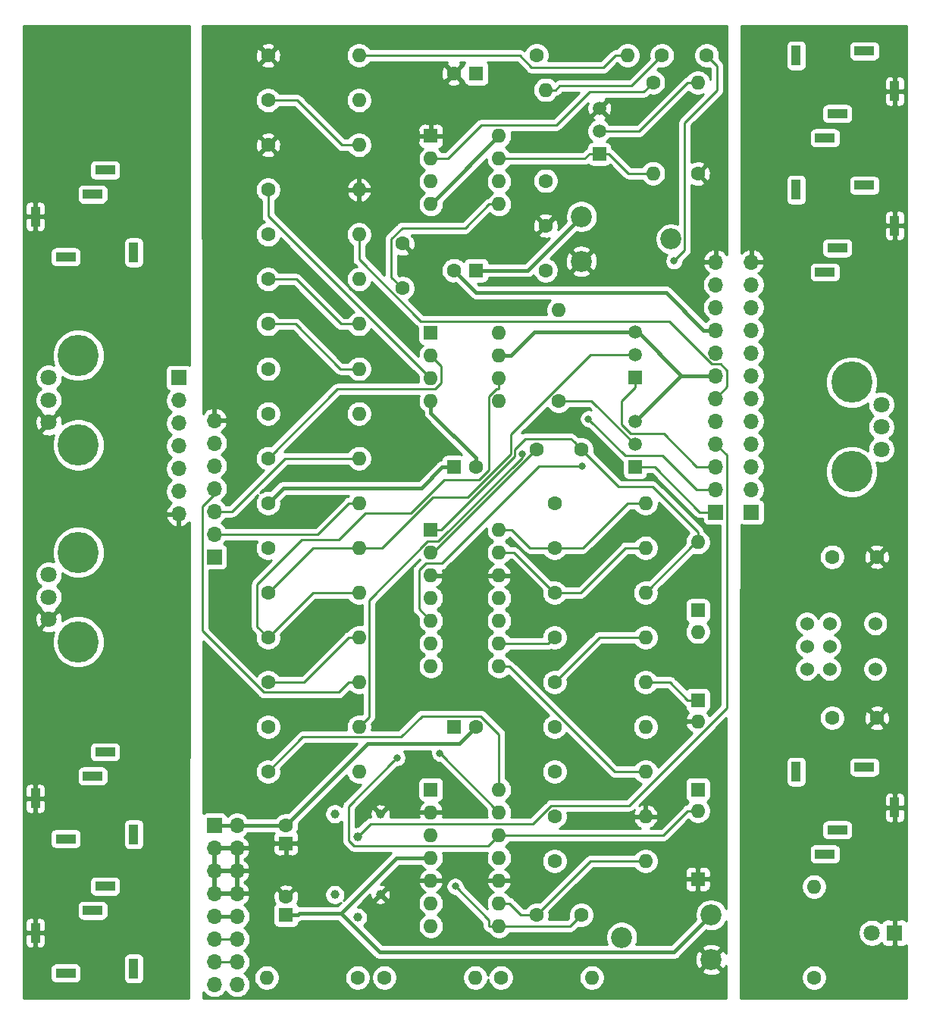
<source format=gbr>
G04 #@! TF.GenerationSoftware,KiCad,Pcbnew,(5.1.5)-3*
G04 #@! TF.CreationDate,2020-12-05T20:34:46-07:00*
G04 #@! TF.ProjectId,LFO_THT,4c464f5f-5448-4542-9e6b-696361645f70,rev?*
G04 #@! TF.SameCoordinates,Original*
G04 #@! TF.FileFunction,Copper,L2,Bot*
G04 #@! TF.FilePolarity,Positive*
%FSLAX46Y46*%
G04 Gerber Fmt 4.6, Leading zero omitted, Abs format (unit mm)*
G04 Created by KiCad (PCBNEW (5.1.5)-3) date 2020-12-05 20:34:46*
%MOMM*%
%LPD*%
G04 APERTURE LIST*
%ADD10O,1.700000X1.700000*%
%ADD11R,1.700000X1.700000*%
%ADD12C,1.600000*%
%ADD13R,1.600000X1.600000*%
%ADD14C,1.800000*%
%ADD15R,1.800000X1.800000*%
%ADD16O,1.600000X1.600000*%
%ADD17R,1.000000X2.200000*%
%ADD18R,2.200000X1.000000*%
%ADD19R,1.520000X1.520000*%
%ADD20C,1.520000*%
%ADD21C,2.340000*%
%ADD22C,4.600000*%
%ADD23C,1.000000*%
%ADD24C,1.524000*%
%ADD25C,0.800000*%
%ADD26C,0.250000*%
%ADD27C,0.400000*%
%ADD28C,0.254000*%
G04 APERTURE END LIST*
D10*
X24540000Y-107780000D03*
X22000000Y-107780000D03*
X24540000Y-105240000D03*
X22000000Y-105240000D03*
X24540000Y-102700000D03*
X22000000Y-102700000D03*
X24540000Y-100160000D03*
X22000000Y-100160000D03*
X24540000Y-97620000D03*
X22000000Y-97620000D03*
X24540000Y-95080000D03*
X22000000Y-95080000D03*
X24540000Y-92540000D03*
X22000000Y-92540000D03*
X24540000Y-90000000D03*
D11*
X22000000Y-90000000D03*
D12*
X59000000Y-28000000D03*
X59000000Y-23000000D03*
X72000000Y-4000000D03*
X77000000Y-4000000D03*
X43000000Y-30000000D03*
X43000000Y-25000000D03*
X91000000Y-60000000D03*
X96000000Y-60000000D03*
X96000000Y-78000000D03*
X91000000Y-78000000D03*
X63000000Y-100000000D03*
X58000000Y-100000000D03*
X63000000Y-48000000D03*
X58000000Y-48000000D03*
D13*
X51250000Y-6000000D03*
D12*
X48750000Y-6000000D03*
X30000000Y-98000000D03*
D13*
X30000000Y-100000000D03*
D12*
X48750000Y-28000000D03*
D13*
X51250000Y-28000000D03*
X48750000Y-50000000D03*
D12*
X51250000Y-50000000D03*
X51250000Y-79000000D03*
D13*
X48750000Y-79000000D03*
X30000000Y-92000000D03*
D12*
X30000000Y-90000000D03*
D14*
X95460000Y-102000000D03*
D15*
X98000000Y-102000000D03*
D16*
X76000000Y-68380000D03*
D13*
X76000000Y-76000000D03*
X76000000Y-66000000D03*
D16*
X76000000Y-58380000D03*
X76000000Y-78380000D03*
D13*
X76000000Y-86000000D03*
X76000000Y-96000000D03*
D16*
X76000000Y-88380000D03*
D17*
X98000000Y-88000000D03*
D18*
X94600000Y-83500000D03*
D17*
X87000000Y-84000000D03*
D18*
X91600000Y-90500000D03*
X90200000Y-93200000D03*
D10*
X82000000Y-27060000D03*
X82000000Y-29600000D03*
X82000000Y-32140000D03*
X82000000Y-34680000D03*
X82000000Y-37220000D03*
X82000000Y-39760000D03*
X82000000Y-42300000D03*
X82000000Y-44840000D03*
X82000000Y-47380000D03*
X82000000Y-49920000D03*
X82000000Y-52460000D03*
D11*
X82000000Y-55000000D03*
X78000000Y-55000000D03*
D10*
X78000000Y-52460000D03*
X78000000Y-49920000D03*
X78000000Y-47380000D03*
X78000000Y-44840000D03*
X78000000Y-42300000D03*
X78000000Y-39760000D03*
X78000000Y-37220000D03*
X78000000Y-34680000D03*
X78000000Y-32140000D03*
X78000000Y-29600000D03*
X78000000Y-27060000D03*
D17*
X98000000Y-23000000D03*
D18*
X94600000Y-18500000D03*
D17*
X87000000Y-19000000D03*
D18*
X91600000Y-25500000D03*
X90200000Y-28200000D03*
X90200000Y-13200000D03*
X91600000Y-10500000D03*
D17*
X87000000Y-4000000D03*
D18*
X94600000Y-3500000D03*
D17*
X98000000Y-8000000D03*
D18*
X9800000Y-16800000D03*
X8400000Y-19500000D03*
D17*
X13000000Y-26000000D03*
D18*
X5400000Y-26500000D03*
D17*
X2000000Y-22000000D03*
D10*
X18000000Y-55240000D03*
X18000000Y-52700000D03*
X18000000Y-50160000D03*
X18000000Y-47620000D03*
X18000000Y-45080000D03*
X18000000Y-42540000D03*
D11*
X18000000Y-40000000D03*
X22000000Y-60000000D03*
D10*
X22000000Y-57460000D03*
X22000000Y-54920000D03*
X22000000Y-52380000D03*
X22000000Y-49840000D03*
X22000000Y-47300000D03*
X22000000Y-44760000D03*
D17*
X2000000Y-87000000D03*
D18*
X5400000Y-91500000D03*
D17*
X13000000Y-91000000D03*
D18*
X8400000Y-84500000D03*
X9800000Y-81800000D03*
X9800000Y-96800000D03*
X8400000Y-99500000D03*
D17*
X13000000Y-106000000D03*
D18*
X5400000Y-106500000D03*
D17*
X2000000Y-102000000D03*
D19*
X65000000Y-15000000D03*
D20*
X65000000Y-9920000D03*
X65000000Y-12460000D03*
X69000000Y-37460000D03*
X69000000Y-34920000D03*
D19*
X69000000Y-40000000D03*
X69000000Y-50000000D03*
D20*
X69000000Y-44920000D03*
X69000000Y-47460000D03*
D16*
X71000000Y-17160000D03*
D12*
X71000000Y-7000000D03*
X89000000Y-107000000D03*
D16*
X89000000Y-96840000D03*
X59000000Y-7840000D03*
D12*
X59000000Y-18000000D03*
X28000000Y-54000000D03*
D16*
X38160000Y-54000000D03*
D12*
X28000000Y-19000000D03*
D16*
X38160000Y-19000000D03*
X38160000Y-59000000D03*
D12*
X28000000Y-59000000D03*
D16*
X38160000Y-79000000D03*
D12*
X28000000Y-79000000D03*
X76000000Y-17200000D03*
D16*
X76000000Y-7040000D03*
D12*
X28000000Y-49000000D03*
D16*
X38160000Y-49000000D03*
X38160000Y-64000000D03*
D12*
X28000000Y-64000000D03*
X28000000Y-74000000D03*
D16*
X38160000Y-74000000D03*
X38160000Y-69000000D03*
D12*
X28000000Y-69000000D03*
X41000000Y-107000000D03*
D16*
X51160000Y-107000000D03*
X38160000Y-44000000D03*
D12*
X28000000Y-44000000D03*
D16*
X38160000Y-39000000D03*
D12*
X28000000Y-39000000D03*
X60000000Y-94000000D03*
D16*
X70160000Y-94000000D03*
X38160000Y-29000000D03*
D12*
X28000000Y-29000000D03*
X60000000Y-74000000D03*
D16*
X70160000Y-74000000D03*
D12*
X28000000Y-34000000D03*
D16*
X38160000Y-34000000D03*
X64160000Y-107000000D03*
D12*
X54000000Y-107000000D03*
X28000000Y-24000000D03*
D16*
X38160000Y-24000000D03*
X38160000Y-4000000D03*
D12*
X28000000Y-4000000D03*
D16*
X27840000Y-107000000D03*
D12*
X38000000Y-107000000D03*
X58000000Y-4000000D03*
D16*
X68160000Y-4000000D03*
D12*
X28000000Y-84000000D03*
D16*
X38160000Y-84000000D03*
D12*
X28000000Y-14000000D03*
D16*
X38160000Y-14000000D03*
X38160000Y-9000000D03*
D12*
X28000000Y-9000000D03*
X60000000Y-54000000D03*
D16*
X70160000Y-54000000D03*
D12*
X60000000Y-64000000D03*
D16*
X70160000Y-64000000D03*
X70160000Y-59000000D03*
D12*
X60000000Y-59000000D03*
D16*
X70160000Y-89000000D03*
D12*
X60000000Y-89000000D03*
D16*
X70160000Y-79000000D03*
D12*
X60000000Y-79000000D03*
D16*
X70160000Y-84000000D03*
D12*
X60000000Y-84000000D03*
X60000000Y-69000000D03*
D16*
X70160000Y-69000000D03*
X60450000Y-32440000D03*
D12*
X60450000Y-42600000D03*
D21*
X63000000Y-27000000D03*
X73000000Y-24500000D03*
X63000000Y-22000000D03*
D22*
X93200000Y-50500000D03*
X93200000Y-40500000D03*
D14*
X96500000Y-48000000D03*
X96500000Y-45500000D03*
X96500000Y-43000000D03*
D21*
X77500000Y-105000000D03*
X67500000Y-102500000D03*
X77500000Y-100000000D03*
D23*
X40540000Y-97730000D03*
X38000000Y-100270000D03*
X35460000Y-97730000D03*
X35460000Y-88730000D03*
X38000000Y-91270000D03*
X40540000Y-88730000D03*
D14*
X3500000Y-45000000D03*
X3500000Y-42500000D03*
X3500000Y-40000000D03*
D22*
X6800000Y-47500000D03*
X6800000Y-37500000D03*
X6800000Y-59500000D03*
X6800000Y-69500000D03*
D14*
X3500000Y-62000000D03*
X3500000Y-64500000D03*
X3500000Y-67000000D03*
D24*
X90730000Y-67460000D03*
X90730000Y-70000000D03*
X90730000Y-72540000D03*
X88190000Y-67460000D03*
X88190000Y-70000000D03*
X88190000Y-72540000D03*
X95810000Y-72540000D03*
X95840000Y-67460000D03*
D13*
X46190000Y-13000000D03*
D16*
X53810000Y-20620000D03*
X46190000Y-15540000D03*
X53810000Y-18080000D03*
X46190000Y-18080000D03*
X53810000Y-15540000D03*
X46190000Y-20620000D03*
X53810000Y-13000000D03*
X53810000Y-35000000D03*
X46190000Y-42620000D03*
X53810000Y-37540000D03*
X46190000Y-40080000D03*
X53810000Y-40080000D03*
X46190000Y-37540000D03*
X53810000Y-42620000D03*
D13*
X46190000Y-35000000D03*
X46190000Y-57000000D03*
D16*
X53810000Y-72240000D03*
X46190000Y-59540000D03*
X53810000Y-69700000D03*
X46190000Y-62080000D03*
X53810000Y-67160000D03*
X46190000Y-64620000D03*
X53810000Y-64620000D03*
X46190000Y-67160000D03*
X53810000Y-62080000D03*
X46190000Y-69700000D03*
X53810000Y-59540000D03*
X46190000Y-72240000D03*
X53810000Y-57000000D03*
X53810000Y-86000000D03*
X46190000Y-101240000D03*
X53810000Y-88540000D03*
X46190000Y-98700000D03*
X53810000Y-91080000D03*
X46190000Y-96160000D03*
X53810000Y-93620000D03*
X46190000Y-93620000D03*
X53810000Y-96160000D03*
X46190000Y-91080000D03*
X53810000Y-98700000D03*
X46190000Y-88540000D03*
X53810000Y-101240000D03*
D13*
X46190000Y-86000000D03*
D25*
X63050000Y-49900000D03*
X78750000Y-1100000D03*
X21250000Y-1200000D03*
X78750000Y-108900000D03*
X26550000Y-108700000D03*
X41800000Y-78050000D03*
X56350000Y-80550000D03*
X35900000Y-76800000D03*
X22100000Y-87900000D03*
X22100000Y-63500000D03*
X37850000Y-66550000D03*
X40900000Y-66500000D03*
X25500000Y-48950000D03*
X25400000Y-63500000D03*
X25450000Y-75750000D03*
X30000000Y-76850000D03*
X33900000Y-82400000D03*
X25350000Y-55900000D03*
X33350000Y-54750000D03*
X33250000Y-50600000D03*
X46700000Y-47700000D03*
X53900000Y-32200000D03*
X63800000Y-44600000D03*
X73350000Y-26950000D03*
X81250000Y-108900000D03*
X98750000Y-108800000D03*
X81350000Y-1100000D03*
X98850000Y-1100000D03*
X48908600Y-96810200D03*
X42400004Y-82450000D03*
X1100000Y-108900000D03*
X18650000Y-108800000D03*
X18650000Y-1200000D03*
X1250000Y-1150000D03*
X56400000Y-48500000D03*
X47200000Y-81949998D03*
D26*
X65000000Y-15000000D02*
X66085300Y-15000000D01*
X71000000Y-17160000D02*
X68245300Y-17160000D01*
X68245300Y-17160000D02*
X66085300Y-15000000D01*
X65000000Y-15000000D02*
X63914700Y-15000000D01*
X53810000Y-15540000D02*
X63374700Y-15540000D01*
X63374700Y-15540000D02*
X63914700Y-15000000D01*
X75870000Y-49920000D02*
X78000000Y-49920000D01*
X72210700Y-46260700D02*
X75870000Y-49920000D01*
X69000000Y-41085300D02*
X67500000Y-42585300D01*
X69000000Y-40000000D02*
X69000000Y-41085300D01*
X67500000Y-42585300D02*
X67500000Y-45250000D01*
X67500000Y-45250000D02*
X68510700Y-46260700D01*
X68510700Y-46260700D02*
X72210700Y-46260700D01*
X58230000Y-49900000D02*
X62484315Y-49900000D01*
X44850000Y-65820000D02*
X44850000Y-61500000D01*
X46190000Y-67160000D02*
X44850000Y-65820000D01*
X44850000Y-61500000D02*
X45600000Y-60750000D01*
X62484315Y-49900000D02*
X63050000Y-49900000D01*
X45600000Y-60750000D02*
X47380000Y-60750000D01*
X47380000Y-60750000D02*
X58230000Y-49900000D01*
X59000000Y-7840000D02*
X60125300Y-7840000D01*
X72000000Y-4000000D02*
X68610300Y-7389700D01*
X68610300Y-7389700D02*
X60575600Y-7389700D01*
X60575600Y-7389700D02*
X60125300Y-7840000D01*
X78150000Y-5150000D02*
X77000000Y-4000000D01*
X78150000Y-7900000D02*
X78150000Y-5150000D01*
X74550000Y-11500000D02*
X78150000Y-7900000D01*
X73350000Y-26950000D02*
X74550000Y-25750000D01*
X74550000Y-25750000D02*
X74550000Y-11500000D01*
X67900000Y-48700000D02*
X63800000Y-44600000D01*
X76797919Y-52460000D02*
X76757919Y-52500000D01*
X76757919Y-52500000D02*
X75850000Y-52500000D01*
X75850000Y-52500000D02*
X72050000Y-48700000D01*
X78000000Y-52460000D02*
X76797919Y-52460000D01*
X72050000Y-48700000D02*
X67900000Y-48700000D01*
X53810000Y-20620000D02*
X52684700Y-20620000D01*
X52684700Y-20620000D02*
X50030100Y-23274600D01*
X50030100Y-23274600D02*
X42983000Y-23274600D01*
X42983000Y-23274600D02*
X41771500Y-24486100D01*
X41771500Y-24486100D02*
X41771500Y-28771500D01*
X41771500Y-28771500D02*
X43000000Y-30000000D01*
X53810000Y-101240000D02*
X52684700Y-101240000D01*
X52684700Y-101240000D02*
X52684700Y-100586300D01*
X52684700Y-100586300D02*
X48908600Y-96810200D01*
X53810000Y-101240000D02*
X61760000Y-101240000D01*
X61760000Y-101240000D02*
X63000000Y-100000000D01*
X70160000Y-94000000D02*
X64000000Y-94000000D01*
X64000000Y-94000000D02*
X58000000Y-100000000D01*
X53810000Y-98700000D02*
X54935300Y-98700000D01*
X54935300Y-98700000D02*
X56235300Y-100000000D01*
X56235300Y-100000000D02*
X58000000Y-100000000D01*
X76000000Y-58380000D02*
X76000000Y-57254700D01*
X63000000Y-48000000D02*
X67188600Y-52188600D01*
X67188600Y-52188600D02*
X70933900Y-52188600D01*
X70933900Y-52188600D02*
X76000000Y-57254700D01*
X60000000Y-74000000D02*
X65000000Y-69000000D01*
X65000000Y-69000000D02*
X70160000Y-69000000D01*
X31050000Y-34000000D02*
X28000000Y-34000000D01*
X38160000Y-39000000D02*
X36050000Y-39000000D01*
X36050000Y-39000000D02*
X31050000Y-34000000D01*
X75820000Y-58380000D02*
X76000000Y-58380000D01*
X70160000Y-64000000D02*
X70200000Y-64000000D01*
X70200000Y-64000000D02*
X75820000Y-58380000D01*
X47357650Y-57000000D02*
X55574987Y-48782663D01*
X61834100Y-46834100D02*
X62200001Y-47200001D01*
X56742898Y-46834100D02*
X61834100Y-46834100D01*
X55574987Y-48782663D02*
X55574987Y-48002011D01*
X46190000Y-57000000D02*
X47357650Y-57000000D01*
X55574987Y-48002011D02*
X56742898Y-46834100D01*
X62200001Y-47200001D02*
X63000000Y-48000000D01*
X31150000Y-29000000D02*
X28000000Y-29000000D01*
X38160000Y-34000000D02*
X36150000Y-34000000D01*
X36150000Y-34000000D02*
X31150000Y-29000000D01*
X57950000Y-48000000D02*
X58000000Y-48000000D01*
X46410000Y-59540000D02*
X57950000Y-48000000D01*
X46190000Y-59540000D02*
X46410000Y-59540000D01*
D27*
X53810000Y-37540000D02*
X55110300Y-37540000D01*
X55110300Y-37540000D02*
X57730300Y-34920000D01*
X57730300Y-34920000D02*
X69000000Y-34920000D01*
X74000000Y-39920000D02*
X69000000Y-44920000D01*
X48750000Y-50000000D02*
X47449700Y-50000000D01*
X47449700Y-50000000D02*
X45142400Y-52307300D01*
X45142400Y-52307300D02*
X29692700Y-52307300D01*
X29692700Y-52307300D02*
X28000000Y-54000000D01*
X36119100Y-99834900D02*
X40455700Y-104171600D01*
X40455700Y-104171600D02*
X73328400Y-104171600D01*
X73328400Y-104171600D02*
X77500000Y-100000000D01*
X31300300Y-100000000D02*
X31465400Y-99834900D01*
X31465400Y-99834900D02*
X36119000Y-99834900D01*
X36119000Y-99834900D02*
X36119100Y-99834900D01*
X36119100Y-99834900D02*
X42334000Y-93620000D01*
X42334000Y-93620000D02*
X46190000Y-93620000D01*
X24540000Y-100160000D02*
X22000000Y-100160000D01*
X30000000Y-100000000D02*
X31300300Y-100000000D01*
X63000000Y-22000000D02*
X57000000Y-28000000D01*
X57000000Y-28000000D02*
X51250000Y-28000000D01*
X46910000Y-19900000D02*
X53810000Y-13000000D01*
X46900000Y-19900000D02*
X46910000Y-19900000D01*
X46190000Y-20620000D02*
X46190000Y-20610000D01*
X46190000Y-20610000D02*
X46900000Y-19900000D01*
X74160000Y-39760000D02*
X74000000Y-39920000D01*
X78000000Y-39760000D02*
X74160000Y-39760000D01*
X69320000Y-34920000D02*
X69000000Y-34920000D01*
X74160000Y-39760000D02*
X69320000Y-34920000D01*
X46190000Y-42620000D02*
X46190000Y-43920300D01*
X51250000Y-50000000D02*
X51250000Y-48980300D01*
X51250000Y-48980300D02*
X46190000Y-43920300D01*
X30000000Y-90000000D02*
X25890300Y-90000000D01*
X24540000Y-90000000D02*
X25890300Y-90000000D01*
X78000000Y-34680000D02*
X76649700Y-34680000D01*
X76649700Y-34680000D02*
X72465800Y-30496100D01*
X72465800Y-30496100D02*
X51246100Y-30496100D01*
X51246100Y-30496100D02*
X48750000Y-28000000D01*
X22000000Y-90000000D02*
X24540000Y-90000000D01*
X30799999Y-89200001D02*
X30000000Y-90000000D01*
X49350000Y-80900000D02*
X44868000Y-80900000D01*
X39100002Y-80899998D02*
X30799999Y-89200001D01*
X51250000Y-79000000D02*
X49350000Y-80900000D01*
X44868000Y-80900000D02*
X44867998Y-80899998D01*
X44867998Y-80899998D02*
X39100002Y-80899998D01*
D26*
X76000000Y-76000000D02*
X74874700Y-76000000D01*
X70160000Y-74000000D02*
X72874700Y-74000000D01*
X72874700Y-74000000D02*
X74874700Y-76000000D01*
X76000000Y-88380000D02*
X74874700Y-88380000D01*
X53810000Y-91080000D02*
X72174700Y-91080000D01*
X72174700Y-91080000D02*
X74874700Y-88380000D01*
X56100000Y-4000000D02*
X38160000Y-4000000D01*
X57450000Y-5350000D02*
X56100000Y-4000000D01*
X65467350Y-5350000D02*
X57450000Y-5350000D01*
X68160000Y-4000000D02*
X66817350Y-4000000D01*
X66817350Y-4000000D02*
X65467350Y-5350000D01*
X42000005Y-82849999D02*
X42400004Y-82450000D01*
X37600000Y-92300000D02*
X37000000Y-91700000D01*
X52590000Y-92300000D02*
X37600000Y-92300000D01*
X53810000Y-91080000D02*
X52590000Y-92300000D01*
X37000000Y-87850004D02*
X42000005Y-82849999D01*
X37000000Y-91700000D02*
X37000000Y-87850004D01*
X76200000Y-55000000D02*
X78000000Y-55000000D01*
X69000000Y-50000000D02*
X71200000Y-50000000D01*
X71200000Y-50000000D02*
X76200000Y-55000000D01*
X39460000Y-89810000D02*
X38000000Y-91270000D01*
X57590100Y-89810000D02*
X39460000Y-89810000D01*
X79250000Y-48630000D02*
X79250000Y-76868100D01*
X78000000Y-47380000D02*
X79250000Y-48630000D01*
X79250000Y-76868100D02*
X68343500Y-87774600D01*
X59625500Y-87774600D02*
X57590100Y-89810000D01*
X68343500Y-87774600D02*
X59625500Y-87774600D01*
X72794300Y-33676500D02*
X45061200Y-33676500D01*
X79280300Y-41019700D02*
X79280300Y-39193200D01*
X38160000Y-26775300D02*
X38160000Y-24000000D01*
X78000000Y-42300000D02*
X79280300Y-41019700D01*
X79280300Y-39193200D02*
X78537100Y-38450000D01*
X45061200Y-33676500D02*
X38160000Y-26775300D01*
X78537100Y-38450000D02*
X77567800Y-38450000D01*
X77567800Y-38450000D02*
X72794300Y-33676500D01*
X22000000Y-105240000D02*
X24540000Y-105240000D01*
X22000000Y-102700000D02*
X24540000Y-102700000D01*
X37034700Y-54000000D02*
X33574700Y-57460000D01*
X33574700Y-57460000D02*
X23175300Y-57460000D01*
X22000000Y-57460000D02*
X23175300Y-57460000D01*
X38160000Y-54000000D02*
X37034700Y-54000000D01*
X38160000Y-49000000D02*
X29902500Y-49000000D01*
X29902500Y-49000000D02*
X23982500Y-54920000D01*
X23982500Y-54920000D02*
X22000000Y-54920000D01*
X20650000Y-54350000D02*
X22000000Y-53000000D01*
X22000000Y-53000000D02*
X22000000Y-52380000D01*
X37034700Y-74000000D02*
X35907800Y-75126900D01*
X27504400Y-75126900D02*
X20650000Y-68272500D01*
X38160000Y-74000000D02*
X37034700Y-74000000D01*
X20650000Y-68272500D02*
X20650000Y-54350000D01*
X35907800Y-75126900D02*
X27504400Y-75126900D01*
X76000000Y-7040000D02*
X74874700Y-7040000D01*
X74874700Y-7040000D02*
X69454700Y-12460000D01*
X69454700Y-12460000D02*
X65000000Y-12460000D01*
X37597400Y-59000000D02*
X38160000Y-59000000D01*
X37597400Y-59000000D02*
X37034700Y-59000000D01*
X28000000Y-64000000D02*
X33000000Y-59000000D01*
X33000000Y-59000000D02*
X37034700Y-59000000D01*
X50339400Y-53335700D02*
X55124976Y-48550124D01*
X38160000Y-59000000D02*
X40714200Y-59000000D01*
X63992300Y-37460000D02*
X67925198Y-37460000D01*
X67925198Y-37460000D02*
X69000000Y-37460000D01*
X55124976Y-46327324D02*
X63992300Y-37460000D01*
X55124976Y-48550124D02*
X55124976Y-46327324D01*
X40714200Y-59000000D02*
X46378500Y-53335700D01*
X46378500Y-53335700D02*
X50339400Y-53335700D01*
X60450000Y-42600000D02*
X64140000Y-42600000D01*
X64140000Y-42600000D02*
X69000000Y-47460000D01*
X69934900Y-8065100D02*
X71000000Y-7000000D01*
X46190000Y-15540000D02*
X48060000Y-15540000D01*
X48060000Y-15540000D02*
X51825400Y-11774600D01*
X60204700Y-11774600D02*
X63914200Y-8065100D01*
X51825400Y-11774600D02*
X60204700Y-11774600D01*
X63914200Y-8065100D02*
X69934900Y-8065100D01*
X46190000Y-40080000D02*
X46130000Y-40080000D01*
X28000000Y-21950000D02*
X28000000Y-19000000D01*
X46130000Y-40080000D02*
X28000000Y-21950000D01*
X39285300Y-64851300D02*
X45836600Y-58300000D01*
X47013590Y-58300000D02*
X56400000Y-48913590D01*
X56400000Y-48913590D02*
X56400000Y-48500000D01*
X45836600Y-58300000D02*
X47013590Y-58300000D01*
X39285300Y-77874700D02*
X39285300Y-64851300D01*
X38160000Y-79000000D02*
X39285300Y-77874700D01*
X46190000Y-37540000D02*
X47322500Y-38672500D01*
X47322500Y-38672500D02*
X47322500Y-40585900D01*
X47322500Y-40585900D02*
X46629100Y-41279300D01*
X46629100Y-41279300D02*
X35720700Y-41279300D01*
X35720700Y-41279300D02*
X28000000Y-49000000D01*
X38160000Y-69000000D02*
X37034700Y-69000000D01*
X37034700Y-69000000D02*
X32034700Y-74000000D01*
X32034700Y-74000000D02*
X28000000Y-74000000D01*
X33000000Y-64000000D02*
X38160000Y-64000000D01*
X28000000Y-69000000D02*
X33000000Y-64000000D01*
X53528600Y-41205300D02*
X53810000Y-41205300D01*
X35889500Y-58070700D02*
X38834800Y-55125400D01*
X53810000Y-41205300D02*
X53810000Y-40080000D01*
X26800000Y-63050000D02*
X31779300Y-58070700D01*
X26800000Y-67800000D02*
X26800000Y-63050000D01*
X51591200Y-51409900D02*
X52684700Y-50316400D01*
X31779300Y-58070700D02*
X35889500Y-58070700D01*
X28000000Y-69000000D02*
X26800000Y-67800000D01*
X38834800Y-55125400D02*
X43951900Y-55125400D01*
X43951900Y-55125400D02*
X47667400Y-51409900D01*
X52684700Y-42049200D02*
X53528600Y-41205300D01*
X47667400Y-51409900D02*
X51591200Y-51409900D01*
X52684700Y-50316400D02*
X52684700Y-42049200D01*
X53810000Y-86000000D02*
X53810000Y-79825300D01*
X53810000Y-79825300D02*
X51759300Y-77774600D01*
X51759300Y-77774600D02*
X45183300Y-77774600D01*
X45183300Y-77774600D02*
X42832500Y-80125400D01*
X42832500Y-80125400D02*
X31874600Y-80125400D01*
X31874600Y-80125400D02*
X28000000Y-84000000D01*
X31250000Y-9000000D02*
X28000000Y-9000000D01*
X38160000Y-14000000D02*
X36250000Y-14000000D01*
X36250000Y-14000000D02*
X31250000Y-9000000D01*
X47219998Y-81949998D02*
X47200000Y-81949998D01*
X53810000Y-88540000D02*
X47219998Y-81949998D01*
X63150000Y-59000000D02*
X60000000Y-59000000D01*
X70160000Y-54000000D02*
X68150000Y-54000000D01*
X68150000Y-54000000D02*
X63150000Y-59000000D01*
X57250000Y-59000000D02*
X60000000Y-59000000D01*
X53810000Y-57000000D02*
X55250000Y-57000000D01*
X55250000Y-57000000D02*
X57250000Y-59000000D01*
X62950000Y-64000000D02*
X60000000Y-64000000D01*
X70160000Y-59000000D02*
X67950000Y-59000000D01*
X67950000Y-59000000D02*
X62950000Y-64000000D01*
X59950000Y-64000000D02*
X60000000Y-64000000D01*
X53810000Y-59540000D02*
X55490000Y-59540000D01*
X55490000Y-59540000D02*
X59950000Y-64000000D01*
X53810000Y-72240000D02*
X54935300Y-72240000D01*
X54935300Y-72240000D02*
X66695300Y-84000000D01*
X66695300Y-84000000D02*
X70160000Y-84000000D01*
X53810000Y-69700000D02*
X59300000Y-69700000D01*
X59300000Y-69700000D02*
X60000000Y-69000000D01*
D28*
G36*
X19205445Y-38620244D02*
G01*
X19204494Y-38619463D01*
X19094180Y-38560498D01*
X18974482Y-38524188D01*
X18850000Y-38511928D01*
X17150000Y-38511928D01*
X17025518Y-38524188D01*
X16905820Y-38560498D01*
X16795506Y-38619463D01*
X16698815Y-38698815D01*
X16619463Y-38795506D01*
X16560498Y-38905820D01*
X16524188Y-39025518D01*
X16511928Y-39150000D01*
X16511928Y-40850000D01*
X16524188Y-40974482D01*
X16560498Y-41094180D01*
X16619463Y-41204494D01*
X16698815Y-41301185D01*
X16795506Y-41380537D01*
X16905820Y-41439502D01*
X16978380Y-41461513D01*
X16846525Y-41593368D01*
X16684010Y-41836589D01*
X16572068Y-42106842D01*
X16515000Y-42393740D01*
X16515000Y-42686260D01*
X16572068Y-42973158D01*
X16684010Y-43243411D01*
X16846525Y-43486632D01*
X17053368Y-43693475D01*
X17227760Y-43810000D01*
X17053368Y-43926525D01*
X16846525Y-44133368D01*
X16684010Y-44376589D01*
X16572068Y-44646842D01*
X16515000Y-44933740D01*
X16515000Y-45226260D01*
X16572068Y-45513158D01*
X16684010Y-45783411D01*
X16846525Y-46026632D01*
X17053368Y-46233475D01*
X17227760Y-46350000D01*
X17053368Y-46466525D01*
X16846525Y-46673368D01*
X16684010Y-46916589D01*
X16572068Y-47186842D01*
X16515000Y-47473740D01*
X16515000Y-47766260D01*
X16572068Y-48053158D01*
X16684010Y-48323411D01*
X16846525Y-48566632D01*
X17053368Y-48773475D01*
X17227760Y-48890000D01*
X17053368Y-49006525D01*
X16846525Y-49213368D01*
X16684010Y-49456589D01*
X16572068Y-49726842D01*
X16515000Y-50013740D01*
X16515000Y-50306260D01*
X16572068Y-50593158D01*
X16684010Y-50863411D01*
X16846525Y-51106632D01*
X17053368Y-51313475D01*
X17227760Y-51430000D01*
X17053368Y-51546525D01*
X16846525Y-51753368D01*
X16684010Y-51996589D01*
X16572068Y-52266842D01*
X16515000Y-52553740D01*
X16515000Y-52846260D01*
X16572068Y-53133158D01*
X16684010Y-53403411D01*
X16846525Y-53646632D01*
X17053368Y-53853475D01*
X17235534Y-53975195D01*
X17118645Y-54044822D01*
X16902412Y-54239731D01*
X16728359Y-54473080D01*
X16603175Y-54735901D01*
X16558524Y-54883110D01*
X16679845Y-55113000D01*
X17873000Y-55113000D01*
X17873000Y-55093000D01*
X18127000Y-55093000D01*
X18127000Y-55113000D01*
X18147000Y-55113000D01*
X18147000Y-55367000D01*
X18127000Y-55367000D01*
X18127000Y-56560814D01*
X18356891Y-56681481D01*
X18631252Y-56584157D01*
X18881355Y-56435178D01*
X19097588Y-56240269D01*
X19197497Y-56106323D01*
X19173300Y-109340000D01*
X660000Y-109340000D01*
X660000Y-106000000D01*
X3661928Y-106000000D01*
X3661928Y-107000000D01*
X3674188Y-107124482D01*
X3710498Y-107244180D01*
X3769463Y-107354494D01*
X3848815Y-107451185D01*
X3945506Y-107530537D01*
X4055820Y-107589502D01*
X4175518Y-107625812D01*
X4300000Y-107638072D01*
X6500000Y-107638072D01*
X6624482Y-107625812D01*
X6744180Y-107589502D01*
X6854494Y-107530537D01*
X6951185Y-107451185D01*
X7030537Y-107354494D01*
X7089502Y-107244180D01*
X7125812Y-107124482D01*
X7138072Y-107000000D01*
X7138072Y-106000000D01*
X7125812Y-105875518D01*
X7089502Y-105755820D01*
X7030537Y-105645506D01*
X6951185Y-105548815D01*
X6854494Y-105469463D01*
X6744180Y-105410498D01*
X6624482Y-105374188D01*
X6500000Y-105361928D01*
X4300000Y-105361928D01*
X4175518Y-105374188D01*
X4055820Y-105410498D01*
X3945506Y-105469463D01*
X3848815Y-105548815D01*
X3769463Y-105645506D01*
X3710498Y-105755820D01*
X3674188Y-105875518D01*
X3661928Y-106000000D01*
X660000Y-106000000D01*
X660000Y-104900000D01*
X11861928Y-104900000D01*
X11861928Y-107100000D01*
X11874188Y-107224482D01*
X11910498Y-107344180D01*
X11969463Y-107454494D01*
X12048815Y-107551185D01*
X12145506Y-107630537D01*
X12255820Y-107689502D01*
X12375518Y-107725812D01*
X12500000Y-107738072D01*
X13500000Y-107738072D01*
X13624482Y-107725812D01*
X13744180Y-107689502D01*
X13854494Y-107630537D01*
X13951185Y-107551185D01*
X14030537Y-107454494D01*
X14089502Y-107344180D01*
X14125812Y-107224482D01*
X14138072Y-107100000D01*
X14138072Y-104900000D01*
X14125812Y-104775518D01*
X14089502Y-104655820D01*
X14030537Y-104545506D01*
X13951185Y-104448815D01*
X13854494Y-104369463D01*
X13744180Y-104310498D01*
X13624482Y-104274188D01*
X13500000Y-104261928D01*
X12500000Y-104261928D01*
X12375518Y-104274188D01*
X12255820Y-104310498D01*
X12145506Y-104369463D01*
X12048815Y-104448815D01*
X11969463Y-104545506D01*
X11910498Y-104655820D01*
X11874188Y-104775518D01*
X11861928Y-104900000D01*
X660000Y-104900000D01*
X660000Y-103100000D01*
X861928Y-103100000D01*
X874188Y-103224482D01*
X910498Y-103344180D01*
X969463Y-103454494D01*
X1048815Y-103551185D01*
X1145506Y-103630537D01*
X1255820Y-103689502D01*
X1375518Y-103725812D01*
X1500000Y-103738072D01*
X1714250Y-103735000D01*
X1873000Y-103576250D01*
X1873000Y-102127000D01*
X2127000Y-102127000D01*
X2127000Y-103576250D01*
X2285750Y-103735000D01*
X2500000Y-103738072D01*
X2624482Y-103725812D01*
X2744180Y-103689502D01*
X2854494Y-103630537D01*
X2951185Y-103551185D01*
X3030537Y-103454494D01*
X3089502Y-103344180D01*
X3125812Y-103224482D01*
X3138072Y-103100000D01*
X3135000Y-102285750D01*
X2976250Y-102127000D01*
X2127000Y-102127000D01*
X1873000Y-102127000D01*
X1023750Y-102127000D01*
X865000Y-102285750D01*
X861928Y-103100000D01*
X660000Y-103100000D01*
X660000Y-100900000D01*
X861928Y-100900000D01*
X865000Y-101714250D01*
X1023750Y-101873000D01*
X1873000Y-101873000D01*
X1873000Y-100423750D01*
X2127000Y-100423750D01*
X2127000Y-101873000D01*
X2976250Y-101873000D01*
X3135000Y-101714250D01*
X3138072Y-100900000D01*
X3125812Y-100775518D01*
X3089502Y-100655820D01*
X3030537Y-100545506D01*
X2951185Y-100448815D01*
X2854494Y-100369463D01*
X2744180Y-100310498D01*
X2624482Y-100274188D01*
X2500000Y-100261928D01*
X2285750Y-100265000D01*
X2127000Y-100423750D01*
X1873000Y-100423750D01*
X1714250Y-100265000D01*
X1500000Y-100261928D01*
X1375518Y-100274188D01*
X1255820Y-100310498D01*
X1145506Y-100369463D01*
X1048815Y-100448815D01*
X969463Y-100545506D01*
X910498Y-100655820D01*
X874188Y-100775518D01*
X861928Y-100900000D01*
X660000Y-100900000D01*
X660000Y-99000000D01*
X6661928Y-99000000D01*
X6661928Y-100000000D01*
X6674188Y-100124482D01*
X6710498Y-100244180D01*
X6769463Y-100354494D01*
X6848815Y-100451185D01*
X6945506Y-100530537D01*
X7055820Y-100589502D01*
X7175518Y-100625812D01*
X7300000Y-100638072D01*
X9500000Y-100638072D01*
X9624482Y-100625812D01*
X9744180Y-100589502D01*
X9854494Y-100530537D01*
X9951185Y-100451185D01*
X10030537Y-100354494D01*
X10089502Y-100244180D01*
X10125812Y-100124482D01*
X10138072Y-100000000D01*
X10138072Y-99000000D01*
X10125812Y-98875518D01*
X10089502Y-98755820D01*
X10030537Y-98645506D01*
X9951185Y-98548815D01*
X9854494Y-98469463D01*
X9744180Y-98410498D01*
X9624482Y-98374188D01*
X9500000Y-98361928D01*
X7300000Y-98361928D01*
X7175518Y-98374188D01*
X7055820Y-98410498D01*
X6945506Y-98469463D01*
X6848815Y-98548815D01*
X6769463Y-98645506D01*
X6710498Y-98755820D01*
X6674188Y-98875518D01*
X6661928Y-99000000D01*
X660000Y-99000000D01*
X660000Y-96300000D01*
X8061928Y-96300000D01*
X8061928Y-97300000D01*
X8074188Y-97424482D01*
X8110498Y-97544180D01*
X8169463Y-97654494D01*
X8248815Y-97751185D01*
X8345506Y-97830537D01*
X8455820Y-97889502D01*
X8575518Y-97925812D01*
X8700000Y-97938072D01*
X10900000Y-97938072D01*
X11024482Y-97925812D01*
X11144180Y-97889502D01*
X11254494Y-97830537D01*
X11351185Y-97751185D01*
X11430537Y-97654494D01*
X11489502Y-97544180D01*
X11525812Y-97424482D01*
X11538072Y-97300000D01*
X11538072Y-96300000D01*
X11525812Y-96175518D01*
X11489502Y-96055820D01*
X11430537Y-95945506D01*
X11351185Y-95848815D01*
X11254494Y-95769463D01*
X11144180Y-95710498D01*
X11024482Y-95674188D01*
X10900000Y-95661928D01*
X8700000Y-95661928D01*
X8575518Y-95674188D01*
X8455820Y-95710498D01*
X8345506Y-95769463D01*
X8248815Y-95848815D01*
X8169463Y-95945506D01*
X8110498Y-96055820D01*
X8074188Y-96175518D01*
X8061928Y-96300000D01*
X660000Y-96300000D01*
X660000Y-91000000D01*
X3661928Y-91000000D01*
X3661928Y-92000000D01*
X3674188Y-92124482D01*
X3710498Y-92244180D01*
X3769463Y-92354494D01*
X3848815Y-92451185D01*
X3945506Y-92530537D01*
X4055820Y-92589502D01*
X4175518Y-92625812D01*
X4300000Y-92638072D01*
X6500000Y-92638072D01*
X6624482Y-92625812D01*
X6744180Y-92589502D01*
X6854494Y-92530537D01*
X6951185Y-92451185D01*
X7030537Y-92354494D01*
X7089502Y-92244180D01*
X7125812Y-92124482D01*
X7138072Y-92000000D01*
X7138072Y-91000000D01*
X7125812Y-90875518D01*
X7089502Y-90755820D01*
X7030537Y-90645506D01*
X6951185Y-90548815D01*
X6854494Y-90469463D01*
X6744180Y-90410498D01*
X6624482Y-90374188D01*
X6500000Y-90361928D01*
X4300000Y-90361928D01*
X4175518Y-90374188D01*
X4055820Y-90410498D01*
X3945506Y-90469463D01*
X3848815Y-90548815D01*
X3769463Y-90645506D01*
X3710498Y-90755820D01*
X3674188Y-90875518D01*
X3661928Y-91000000D01*
X660000Y-91000000D01*
X660000Y-89900000D01*
X11861928Y-89900000D01*
X11861928Y-92100000D01*
X11874188Y-92224482D01*
X11910498Y-92344180D01*
X11969463Y-92454494D01*
X12048815Y-92551185D01*
X12145506Y-92630537D01*
X12255820Y-92689502D01*
X12375518Y-92725812D01*
X12500000Y-92738072D01*
X13500000Y-92738072D01*
X13624482Y-92725812D01*
X13744180Y-92689502D01*
X13854494Y-92630537D01*
X13951185Y-92551185D01*
X14030537Y-92454494D01*
X14089502Y-92344180D01*
X14125812Y-92224482D01*
X14138072Y-92100000D01*
X14138072Y-89900000D01*
X14125812Y-89775518D01*
X14089502Y-89655820D01*
X14030537Y-89545506D01*
X13951185Y-89448815D01*
X13854494Y-89369463D01*
X13744180Y-89310498D01*
X13624482Y-89274188D01*
X13500000Y-89261928D01*
X12500000Y-89261928D01*
X12375518Y-89274188D01*
X12255820Y-89310498D01*
X12145506Y-89369463D01*
X12048815Y-89448815D01*
X11969463Y-89545506D01*
X11910498Y-89655820D01*
X11874188Y-89775518D01*
X11861928Y-89900000D01*
X660000Y-89900000D01*
X660000Y-88100000D01*
X861928Y-88100000D01*
X874188Y-88224482D01*
X910498Y-88344180D01*
X969463Y-88454494D01*
X1048815Y-88551185D01*
X1145506Y-88630537D01*
X1255820Y-88689502D01*
X1375518Y-88725812D01*
X1500000Y-88738072D01*
X1714250Y-88735000D01*
X1873000Y-88576250D01*
X1873000Y-87127000D01*
X2127000Y-87127000D01*
X2127000Y-88576250D01*
X2285750Y-88735000D01*
X2500000Y-88738072D01*
X2624482Y-88725812D01*
X2744180Y-88689502D01*
X2854494Y-88630537D01*
X2951185Y-88551185D01*
X3030537Y-88454494D01*
X3089502Y-88344180D01*
X3125812Y-88224482D01*
X3138072Y-88100000D01*
X3135000Y-87285750D01*
X2976250Y-87127000D01*
X2127000Y-87127000D01*
X1873000Y-87127000D01*
X1023750Y-87127000D01*
X865000Y-87285750D01*
X861928Y-88100000D01*
X660000Y-88100000D01*
X660000Y-85900000D01*
X861928Y-85900000D01*
X865000Y-86714250D01*
X1023750Y-86873000D01*
X1873000Y-86873000D01*
X1873000Y-85423750D01*
X2127000Y-85423750D01*
X2127000Y-86873000D01*
X2976250Y-86873000D01*
X3135000Y-86714250D01*
X3138072Y-85900000D01*
X3125812Y-85775518D01*
X3089502Y-85655820D01*
X3030537Y-85545506D01*
X2951185Y-85448815D01*
X2854494Y-85369463D01*
X2744180Y-85310498D01*
X2624482Y-85274188D01*
X2500000Y-85261928D01*
X2285750Y-85265000D01*
X2127000Y-85423750D01*
X1873000Y-85423750D01*
X1714250Y-85265000D01*
X1500000Y-85261928D01*
X1375518Y-85274188D01*
X1255820Y-85310498D01*
X1145506Y-85369463D01*
X1048815Y-85448815D01*
X969463Y-85545506D01*
X910498Y-85655820D01*
X874188Y-85775518D01*
X861928Y-85900000D01*
X660000Y-85900000D01*
X660000Y-84000000D01*
X6661928Y-84000000D01*
X6661928Y-85000000D01*
X6674188Y-85124482D01*
X6710498Y-85244180D01*
X6769463Y-85354494D01*
X6848815Y-85451185D01*
X6945506Y-85530537D01*
X7055820Y-85589502D01*
X7175518Y-85625812D01*
X7300000Y-85638072D01*
X9500000Y-85638072D01*
X9624482Y-85625812D01*
X9744180Y-85589502D01*
X9854494Y-85530537D01*
X9951185Y-85451185D01*
X10030537Y-85354494D01*
X10089502Y-85244180D01*
X10125812Y-85124482D01*
X10138072Y-85000000D01*
X10138072Y-84000000D01*
X10125812Y-83875518D01*
X10089502Y-83755820D01*
X10030537Y-83645506D01*
X9951185Y-83548815D01*
X9854494Y-83469463D01*
X9744180Y-83410498D01*
X9624482Y-83374188D01*
X9500000Y-83361928D01*
X7300000Y-83361928D01*
X7175518Y-83374188D01*
X7055820Y-83410498D01*
X6945506Y-83469463D01*
X6848815Y-83548815D01*
X6769463Y-83645506D01*
X6710498Y-83755820D01*
X6674188Y-83875518D01*
X6661928Y-84000000D01*
X660000Y-84000000D01*
X660000Y-81300000D01*
X8061928Y-81300000D01*
X8061928Y-82300000D01*
X8074188Y-82424482D01*
X8110498Y-82544180D01*
X8169463Y-82654494D01*
X8248815Y-82751185D01*
X8345506Y-82830537D01*
X8455820Y-82889502D01*
X8575518Y-82925812D01*
X8700000Y-82938072D01*
X10900000Y-82938072D01*
X11024482Y-82925812D01*
X11144180Y-82889502D01*
X11254494Y-82830537D01*
X11351185Y-82751185D01*
X11430537Y-82654494D01*
X11489502Y-82544180D01*
X11525812Y-82424482D01*
X11538072Y-82300000D01*
X11538072Y-81300000D01*
X11525812Y-81175518D01*
X11489502Y-81055820D01*
X11430537Y-80945506D01*
X11351185Y-80848815D01*
X11254494Y-80769463D01*
X11144180Y-80710498D01*
X11024482Y-80674188D01*
X10900000Y-80661928D01*
X8700000Y-80661928D01*
X8575518Y-80674188D01*
X8455820Y-80710498D01*
X8345506Y-80769463D01*
X8248815Y-80848815D01*
X8169463Y-80945506D01*
X8110498Y-81055820D01*
X8074188Y-81175518D01*
X8061928Y-81300000D01*
X660000Y-81300000D01*
X660000Y-68064080D01*
X2615525Y-68064080D01*
X2699208Y-68318261D01*
X2971775Y-68449158D01*
X3264642Y-68524365D01*
X3566553Y-68540991D01*
X3865907Y-68498397D01*
X4067356Y-68427662D01*
X3977791Y-68643892D01*
X3865000Y-69210928D01*
X3865000Y-69789072D01*
X3977791Y-70356108D01*
X4199037Y-70890244D01*
X4520237Y-71370953D01*
X4929047Y-71779763D01*
X5409756Y-72100963D01*
X5943892Y-72322209D01*
X6510928Y-72435000D01*
X7089072Y-72435000D01*
X7656108Y-72322209D01*
X8190244Y-72100963D01*
X8670953Y-71779763D01*
X9079763Y-71370953D01*
X9400963Y-70890244D01*
X9622209Y-70356108D01*
X9735000Y-69789072D01*
X9735000Y-69210928D01*
X9622209Y-68643892D01*
X9400963Y-68109756D01*
X9079763Y-67629047D01*
X8670953Y-67220237D01*
X8190244Y-66899037D01*
X7656108Y-66677791D01*
X7089072Y-66565000D01*
X6510928Y-66565000D01*
X5943892Y-66677791D01*
X5409756Y-66899037D01*
X5028871Y-67153537D01*
X5040991Y-66933447D01*
X4998397Y-66634093D01*
X4898222Y-66348801D01*
X4818261Y-66199208D01*
X4564080Y-66115525D01*
X3679605Y-67000000D01*
X3693748Y-67014143D01*
X3514143Y-67193748D01*
X3500000Y-67179605D01*
X2615525Y-68064080D01*
X660000Y-68064080D01*
X660000Y-67066553D01*
X1959009Y-67066553D01*
X2001603Y-67365907D01*
X2101778Y-67651199D01*
X2181739Y-67800792D01*
X2435920Y-67884475D01*
X3320395Y-67000000D01*
X2435920Y-66115525D01*
X2181739Y-66199208D01*
X2050842Y-66471775D01*
X1975635Y-66764642D01*
X1959009Y-67066553D01*
X660000Y-67066553D01*
X660000Y-61848816D01*
X1965000Y-61848816D01*
X1965000Y-62151184D01*
X2023989Y-62447743D01*
X2139701Y-62727095D01*
X2307688Y-62978505D01*
X2521495Y-63192312D01*
X2607831Y-63250000D01*
X2521495Y-63307688D01*
X2307688Y-63521495D01*
X2139701Y-63772905D01*
X2023989Y-64052257D01*
X1965000Y-64348816D01*
X1965000Y-64651184D01*
X2023989Y-64947743D01*
X2139701Y-65227095D01*
X2307688Y-65478505D01*
X2521495Y-65692312D01*
X2664310Y-65787738D01*
X2615525Y-65935920D01*
X3500000Y-66820395D01*
X4384475Y-65935920D01*
X4335690Y-65787738D01*
X4478505Y-65692312D01*
X4692312Y-65478505D01*
X4860299Y-65227095D01*
X4976011Y-64947743D01*
X5035000Y-64651184D01*
X5035000Y-64348816D01*
X4976011Y-64052257D01*
X4860299Y-63772905D01*
X4692312Y-63521495D01*
X4478505Y-63307688D01*
X4392169Y-63250000D01*
X4478505Y-63192312D01*
X4692312Y-62978505D01*
X4860299Y-62727095D01*
X4976011Y-62447743D01*
X5035000Y-62151184D01*
X5035000Y-61850559D01*
X5409756Y-62100963D01*
X5943892Y-62322209D01*
X6510928Y-62435000D01*
X7089072Y-62435000D01*
X7656108Y-62322209D01*
X8190244Y-62100963D01*
X8670953Y-61779763D01*
X9079763Y-61370953D01*
X9400963Y-60890244D01*
X9622209Y-60356108D01*
X9735000Y-59789072D01*
X9735000Y-59210928D01*
X9622209Y-58643892D01*
X9400963Y-58109756D01*
X9079763Y-57629047D01*
X8670953Y-57220237D01*
X8190244Y-56899037D01*
X7656108Y-56677791D01*
X7089072Y-56565000D01*
X6510928Y-56565000D01*
X5943892Y-56677791D01*
X5409756Y-56899037D01*
X4929047Y-57220237D01*
X4520237Y-57629047D01*
X4199037Y-58109756D01*
X3977791Y-58643892D01*
X3865000Y-59210928D01*
X3865000Y-59789072D01*
X3977791Y-60356108D01*
X4067955Y-60573783D01*
X3947743Y-60523989D01*
X3651184Y-60465000D01*
X3348816Y-60465000D01*
X3052257Y-60523989D01*
X2772905Y-60639701D01*
X2521495Y-60807688D01*
X2307688Y-61021495D01*
X2139701Y-61272905D01*
X2023989Y-61552257D01*
X1965000Y-61848816D01*
X660000Y-61848816D01*
X660000Y-55596890D01*
X16558524Y-55596890D01*
X16603175Y-55744099D01*
X16728359Y-56006920D01*
X16902412Y-56240269D01*
X17118645Y-56435178D01*
X17368748Y-56584157D01*
X17643109Y-56681481D01*
X17873000Y-56560814D01*
X17873000Y-55367000D01*
X16679845Y-55367000D01*
X16558524Y-55596890D01*
X660000Y-55596890D01*
X660000Y-46064080D01*
X2615525Y-46064080D01*
X2699208Y-46318261D01*
X2971775Y-46449158D01*
X3264642Y-46524365D01*
X3566553Y-46540991D01*
X3865907Y-46498397D01*
X4067356Y-46427662D01*
X3977791Y-46643892D01*
X3865000Y-47210928D01*
X3865000Y-47789072D01*
X3977791Y-48356108D01*
X4199037Y-48890244D01*
X4520237Y-49370953D01*
X4929047Y-49779763D01*
X5409756Y-50100963D01*
X5943892Y-50322209D01*
X6510928Y-50435000D01*
X7089072Y-50435000D01*
X7656108Y-50322209D01*
X8190244Y-50100963D01*
X8670953Y-49779763D01*
X9079763Y-49370953D01*
X9400963Y-48890244D01*
X9622209Y-48356108D01*
X9735000Y-47789072D01*
X9735000Y-47210928D01*
X9622209Y-46643892D01*
X9400963Y-46109756D01*
X9079763Y-45629047D01*
X8670953Y-45220237D01*
X8190244Y-44899037D01*
X7656108Y-44677791D01*
X7089072Y-44565000D01*
X6510928Y-44565000D01*
X5943892Y-44677791D01*
X5409756Y-44899037D01*
X5028871Y-45153537D01*
X5040991Y-44933447D01*
X4998397Y-44634093D01*
X4898222Y-44348801D01*
X4818261Y-44199208D01*
X4564080Y-44115525D01*
X3679605Y-45000000D01*
X3693748Y-45014143D01*
X3514143Y-45193748D01*
X3500000Y-45179605D01*
X2615525Y-46064080D01*
X660000Y-46064080D01*
X660000Y-45066553D01*
X1959009Y-45066553D01*
X2001603Y-45365907D01*
X2101778Y-45651199D01*
X2181739Y-45800792D01*
X2435920Y-45884475D01*
X3320395Y-45000000D01*
X2435920Y-44115525D01*
X2181739Y-44199208D01*
X2050842Y-44471775D01*
X1975635Y-44764642D01*
X1959009Y-45066553D01*
X660000Y-45066553D01*
X660000Y-39848816D01*
X1965000Y-39848816D01*
X1965000Y-40151184D01*
X2023989Y-40447743D01*
X2139701Y-40727095D01*
X2307688Y-40978505D01*
X2521495Y-41192312D01*
X2607831Y-41250000D01*
X2521495Y-41307688D01*
X2307688Y-41521495D01*
X2139701Y-41772905D01*
X2023989Y-42052257D01*
X1965000Y-42348816D01*
X1965000Y-42651184D01*
X2023989Y-42947743D01*
X2139701Y-43227095D01*
X2307688Y-43478505D01*
X2521495Y-43692312D01*
X2664310Y-43787738D01*
X2615525Y-43935920D01*
X3500000Y-44820395D01*
X4384475Y-43935920D01*
X4335690Y-43787738D01*
X4478505Y-43692312D01*
X4692312Y-43478505D01*
X4860299Y-43227095D01*
X4976011Y-42947743D01*
X5035000Y-42651184D01*
X5035000Y-42348816D01*
X4976011Y-42052257D01*
X4860299Y-41772905D01*
X4692312Y-41521495D01*
X4478505Y-41307688D01*
X4392169Y-41250000D01*
X4478505Y-41192312D01*
X4692312Y-40978505D01*
X4860299Y-40727095D01*
X4976011Y-40447743D01*
X5035000Y-40151184D01*
X5035000Y-39850559D01*
X5409756Y-40100963D01*
X5943892Y-40322209D01*
X6510928Y-40435000D01*
X7089072Y-40435000D01*
X7656108Y-40322209D01*
X8190244Y-40100963D01*
X8670953Y-39779763D01*
X9079763Y-39370953D01*
X9400963Y-38890244D01*
X9622209Y-38356108D01*
X9735000Y-37789072D01*
X9735000Y-37210928D01*
X9622209Y-36643892D01*
X9400963Y-36109756D01*
X9079763Y-35629047D01*
X8670953Y-35220237D01*
X8190244Y-34899037D01*
X7656108Y-34677791D01*
X7089072Y-34565000D01*
X6510928Y-34565000D01*
X5943892Y-34677791D01*
X5409756Y-34899037D01*
X4929047Y-35220237D01*
X4520237Y-35629047D01*
X4199037Y-36109756D01*
X3977791Y-36643892D01*
X3865000Y-37210928D01*
X3865000Y-37789072D01*
X3977791Y-38356108D01*
X4067955Y-38573783D01*
X3947743Y-38523989D01*
X3651184Y-38465000D01*
X3348816Y-38465000D01*
X3052257Y-38523989D01*
X2772905Y-38639701D01*
X2521495Y-38807688D01*
X2307688Y-39021495D01*
X2139701Y-39272905D01*
X2023989Y-39552257D01*
X1965000Y-39848816D01*
X660000Y-39848816D01*
X660000Y-26000000D01*
X3661928Y-26000000D01*
X3661928Y-27000000D01*
X3674188Y-27124482D01*
X3710498Y-27244180D01*
X3769463Y-27354494D01*
X3848815Y-27451185D01*
X3945506Y-27530537D01*
X4055820Y-27589502D01*
X4175518Y-27625812D01*
X4300000Y-27638072D01*
X6500000Y-27638072D01*
X6624482Y-27625812D01*
X6744180Y-27589502D01*
X6854494Y-27530537D01*
X6951185Y-27451185D01*
X7030537Y-27354494D01*
X7089502Y-27244180D01*
X7125812Y-27124482D01*
X7138072Y-27000000D01*
X7138072Y-26000000D01*
X7125812Y-25875518D01*
X7089502Y-25755820D01*
X7030537Y-25645506D01*
X6951185Y-25548815D01*
X6854494Y-25469463D01*
X6744180Y-25410498D01*
X6624482Y-25374188D01*
X6500000Y-25361928D01*
X4300000Y-25361928D01*
X4175518Y-25374188D01*
X4055820Y-25410498D01*
X3945506Y-25469463D01*
X3848815Y-25548815D01*
X3769463Y-25645506D01*
X3710498Y-25755820D01*
X3674188Y-25875518D01*
X3661928Y-26000000D01*
X660000Y-26000000D01*
X660000Y-24900000D01*
X11861928Y-24900000D01*
X11861928Y-27100000D01*
X11874188Y-27224482D01*
X11910498Y-27344180D01*
X11969463Y-27454494D01*
X12048815Y-27551185D01*
X12145506Y-27630537D01*
X12255820Y-27689502D01*
X12375518Y-27725812D01*
X12500000Y-27738072D01*
X13500000Y-27738072D01*
X13624482Y-27725812D01*
X13744180Y-27689502D01*
X13854494Y-27630537D01*
X13951185Y-27551185D01*
X14030537Y-27454494D01*
X14089502Y-27344180D01*
X14125812Y-27224482D01*
X14138072Y-27100000D01*
X14138072Y-24900000D01*
X14125812Y-24775518D01*
X14089502Y-24655820D01*
X14030537Y-24545506D01*
X13951185Y-24448815D01*
X13854494Y-24369463D01*
X13744180Y-24310498D01*
X13624482Y-24274188D01*
X13500000Y-24261928D01*
X12500000Y-24261928D01*
X12375518Y-24274188D01*
X12255820Y-24310498D01*
X12145506Y-24369463D01*
X12048815Y-24448815D01*
X11969463Y-24545506D01*
X11910498Y-24655820D01*
X11874188Y-24775518D01*
X11861928Y-24900000D01*
X660000Y-24900000D01*
X660000Y-23100000D01*
X861928Y-23100000D01*
X874188Y-23224482D01*
X910498Y-23344180D01*
X969463Y-23454494D01*
X1048815Y-23551185D01*
X1145506Y-23630537D01*
X1255820Y-23689502D01*
X1375518Y-23725812D01*
X1500000Y-23738072D01*
X1714250Y-23735000D01*
X1873000Y-23576250D01*
X1873000Y-22127000D01*
X2127000Y-22127000D01*
X2127000Y-23576250D01*
X2285750Y-23735000D01*
X2500000Y-23738072D01*
X2624482Y-23725812D01*
X2744180Y-23689502D01*
X2854494Y-23630537D01*
X2951185Y-23551185D01*
X3030537Y-23454494D01*
X3089502Y-23344180D01*
X3125812Y-23224482D01*
X3138072Y-23100000D01*
X3135000Y-22285750D01*
X2976250Y-22127000D01*
X2127000Y-22127000D01*
X1873000Y-22127000D01*
X1023750Y-22127000D01*
X865000Y-22285750D01*
X861928Y-23100000D01*
X660000Y-23100000D01*
X660000Y-20900000D01*
X861928Y-20900000D01*
X865000Y-21714250D01*
X1023750Y-21873000D01*
X1873000Y-21873000D01*
X1873000Y-20423750D01*
X2127000Y-20423750D01*
X2127000Y-21873000D01*
X2976250Y-21873000D01*
X3135000Y-21714250D01*
X3138072Y-20900000D01*
X3125812Y-20775518D01*
X3089502Y-20655820D01*
X3030537Y-20545506D01*
X2951185Y-20448815D01*
X2854494Y-20369463D01*
X2744180Y-20310498D01*
X2624482Y-20274188D01*
X2500000Y-20261928D01*
X2285750Y-20265000D01*
X2127000Y-20423750D01*
X1873000Y-20423750D01*
X1714250Y-20265000D01*
X1500000Y-20261928D01*
X1375518Y-20274188D01*
X1255820Y-20310498D01*
X1145506Y-20369463D01*
X1048815Y-20448815D01*
X969463Y-20545506D01*
X910498Y-20655820D01*
X874188Y-20775518D01*
X861928Y-20900000D01*
X660000Y-20900000D01*
X660000Y-19000000D01*
X6661928Y-19000000D01*
X6661928Y-20000000D01*
X6674188Y-20124482D01*
X6710498Y-20244180D01*
X6769463Y-20354494D01*
X6848815Y-20451185D01*
X6945506Y-20530537D01*
X7055820Y-20589502D01*
X7175518Y-20625812D01*
X7300000Y-20638072D01*
X9500000Y-20638072D01*
X9624482Y-20625812D01*
X9744180Y-20589502D01*
X9854494Y-20530537D01*
X9951185Y-20451185D01*
X10030537Y-20354494D01*
X10089502Y-20244180D01*
X10125812Y-20124482D01*
X10138072Y-20000000D01*
X10138072Y-19000000D01*
X10125812Y-18875518D01*
X10089502Y-18755820D01*
X10030537Y-18645506D01*
X9951185Y-18548815D01*
X9854494Y-18469463D01*
X9744180Y-18410498D01*
X9624482Y-18374188D01*
X9500000Y-18361928D01*
X7300000Y-18361928D01*
X7175518Y-18374188D01*
X7055820Y-18410498D01*
X6945506Y-18469463D01*
X6848815Y-18548815D01*
X6769463Y-18645506D01*
X6710498Y-18755820D01*
X6674188Y-18875518D01*
X6661928Y-19000000D01*
X660000Y-19000000D01*
X660000Y-16300000D01*
X8061928Y-16300000D01*
X8061928Y-17300000D01*
X8074188Y-17424482D01*
X8110498Y-17544180D01*
X8169463Y-17654494D01*
X8248815Y-17751185D01*
X8345506Y-17830537D01*
X8455820Y-17889502D01*
X8575518Y-17925812D01*
X8700000Y-17938072D01*
X10900000Y-17938072D01*
X11024482Y-17925812D01*
X11144180Y-17889502D01*
X11254494Y-17830537D01*
X11351185Y-17751185D01*
X11430537Y-17654494D01*
X11489502Y-17544180D01*
X11525812Y-17424482D01*
X11538072Y-17300000D01*
X11538072Y-16300000D01*
X11525812Y-16175518D01*
X11489502Y-16055820D01*
X11430537Y-15945506D01*
X11351185Y-15848815D01*
X11254494Y-15769463D01*
X11144180Y-15710498D01*
X11024482Y-15674188D01*
X10900000Y-15661928D01*
X8700000Y-15661928D01*
X8575518Y-15674188D01*
X8455820Y-15710498D01*
X8345506Y-15769463D01*
X8248815Y-15848815D01*
X8169463Y-15945506D01*
X8110498Y-16055820D01*
X8074188Y-16175518D01*
X8061928Y-16300000D01*
X660000Y-16300000D01*
X660000Y-660000D01*
X19222700Y-660000D01*
X19205445Y-38620244D01*
G37*
X19205445Y-38620244D02*
X19204494Y-38619463D01*
X19094180Y-38560498D01*
X18974482Y-38524188D01*
X18850000Y-38511928D01*
X17150000Y-38511928D01*
X17025518Y-38524188D01*
X16905820Y-38560498D01*
X16795506Y-38619463D01*
X16698815Y-38698815D01*
X16619463Y-38795506D01*
X16560498Y-38905820D01*
X16524188Y-39025518D01*
X16511928Y-39150000D01*
X16511928Y-40850000D01*
X16524188Y-40974482D01*
X16560498Y-41094180D01*
X16619463Y-41204494D01*
X16698815Y-41301185D01*
X16795506Y-41380537D01*
X16905820Y-41439502D01*
X16978380Y-41461513D01*
X16846525Y-41593368D01*
X16684010Y-41836589D01*
X16572068Y-42106842D01*
X16515000Y-42393740D01*
X16515000Y-42686260D01*
X16572068Y-42973158D01*
X16684010Y-43243411D01*
X16846525Y-43486632D01*
X17053368Y-43693475D01*
X17227760Y-43810000D01*
X17053368Y-43926525D01*
X16846525Y-44133368D01*
X16684010Y-44376589D01*
X16572068Y-44646842D01*
X16515000Y-44933740D01*
X16515000Y-45226260D01*
X16572068Y-45513158D01*
X16684010Y-45783411D01*
X16846525Y-46026632D01*
X17053368Y-46233475D01*
X17227760Y-46350000D01*
X17053368Y-46466525D01*
X16846525Y-46673368D01*
X16684010Y-46916589D01*
X16572068Y-47186842D01*
X16515000Y-47473740D01*
X16515000Y-47766260D01*
X16572068Y-48053158D01*
X16684010Y-48323411D01*
X16846525Y-48566632D01*
X17053368Y-48773475D01*
X17227760Y-48890000D01*
X17053368Y-49006525D01*
X16846525Y-49213368D01*
X16684010Y-49456589D01*
X16572068Y-49726842D01*
X16515000Y-50013740D01*
X16515000Y-50306260D01*
X16572068Y-50593158D01*
X16684010Y-50863411D01*
X16846525Y-51106632D01*
X17053368Y-51313475D01*
X17227760Y-51430000D01*
X17053368Y-51546525D01*
X16846525Y-51753368D01*
X16684010Y-51996589D01*
X16572068Y-52266842D01*
X16515000Y-52553740D01*
X16515000Y-52846260D01*
X16572068Y-53133158D01*
X16684010Y-53403411D01*
X16846525Y-53646632D01*
X17053368Y-53853475D01*
X17235534Y-53975195D01*
X17118645Y-54044822D01*
X16902412Y-54239731D01*
X16728359Y-54473080D01*
X16603175Y-54735901D01*
X16558524Y-54883110D01*
X16679845Y-55113000D01*
X17873000Y-55113000D01*
X17873000Y-55093000D01*
X18127000Y-55093000D01*
X18127000Y-55113000D01*
X18147000Y-55113000D01*
X18147000Y-55367000D01*
X18127000Y-55367000D01*
X18127000Y-56560814D01*
X18356891Y-56681481D01*
X18631252Y-56584157D01*
X18881355Y-56435178D01*
X19097588Y-56240269D01*
X19197497Y-56106323D01*
X19173300Y-109340000D01*
X660000Y-109340000D01*
X660000Y-106000000D01*
X3661928Y-106000000D01*
X3661928Y-107000000D01*
X3674188Y-107124482D01*
X3710498Y-107244180D01*
X3769463Y-107354494D01*
X3848815Y-107451185D01*
X3945506Y-107530537D01*
X4055820Y-107589502D01*
X4175518Y-107625812D01*
X4300000Y-107638072D01*
X6500000Y-107638072D01*
X6624482Y-107625812D01*
X6744180Y-107589502D01*
X6854494Y-107530537D01*
X6951185Y-107451185D01*
X7030537Y-107354494D01*
X7089502Y-107244180D01*
X7125812Y-107124482D01*
X7138072Y-107000000D01*
X7138072Y-106000000D01*
X7125812Y-105875518D01*
X7089502Y-105755820D01*
X7030537Y-105645506D01*
X6951185Y-105548815D01*
X6854494Y-105469463D01*
X6744180Y-105410498D01*
X6624482Y-105374188D01*
X6500000Y-105361928D01*
X4300000Y-105361928D01*
X4175518Y-105374188D01*
X4055820Y-105410498D01*
X3945506Y-105469463D01*
X3848815Y-105548815D01*
X3769463Y-105645506D01*
X3710498Y-105755820D01*
X3674188Y-105875518D01*
X3661928Y-106000000D01*
X660000Y-106000000D01*
X660000Y-104900000D01*
X11861928Y-104900000D01*
X11861928Y-107100000D01*
X11874188Y-107224482D01*
X11910498Y-107344180D01*
X11969463Y-107454494D01*
X12048815Y-107551185D01*
X12145506Y-107630537D01*
X12255820Y-107689502D01*
X12375518Y-107725812D01*
X12500000Y-107738072D01*
X13500000Y-107738072D01*
X13624482Y-107725812D01*
X13744180Y-107689502D01*
X13854494Y-107630537D01*
X13951185Y-107551185D01*
X14030537Y-107454494D01*
X14089502Y-107344180D01*
X14125812Y-107224482D01*
X14138072Y-107100000D01*
X14138072Y-104900000D01*
X14125812Y-104775518D01*
X14089502Y-104655820D01*
X14030537Y-104545506D01*
X13951185Y-104448815D01*
X13854494Y-104369463D01*
X13744180Y-104310498D01*
X13624482Y-104274188D01*
X13500000Y-104261928D01*
X12500000Y-104261928D01*
X12375518Y-104274188D01*
X12255820Y-104310498D01*
X12145506Y-104369463D01*
X12048815Y-104448815D01*
X11969463Y-104545506D01*
X11910498Y-104655820D01*
X11874188Y-104775518D01*
X11861928Y-104900000D01*
X660000Y-104900000D01*
X660000Y-103100000D01*
X861928Y-103100000D01*
X874188Y-103224482D01*
X910498Y-103344180D01*
X969463Y-103454494D01*
X1048815Y-103551185D01*
X1145506Y-103630537D01*
X1255820Y-103689502D01*
X1375518Y-103725812D01*
X1500000Y-103738072D01*
X1714250Y-103735000D01*
X1873000Y-103576250D01*
X1873000Y-102127000D01*
X2127000Y-102127000D01*
X2127000Y-103576250D01*
X2285750Y-103735000D01*
X2500000Y-103738072D01*
X2624482Y-103725812D01*
X2744180Y-103689502D01*
X2854494Y-103630537D01*
X2951185Y-103551185D01*
X3030537Y-103454494D01*
X3089502Y-103344180D01*
X3125812Y-103224482D01*
X3138072Y-103100000D01*
X3135000Y-102285750D01*
X2976250Y-102127000D01*
X2127000Y-102127000D01*
X1873000Y-102127000D01*
X1023750Y-102127000D01*
X865000Y-102285750D01*
X861928Y-103100000D01*
X660000Y-103100000D01*
X660000Y-100900000D01*
X861928Y-100900000D01*
X865000Y-101714250D01*
X1023750Y-101873000D01*
X1873000Y-101873000D01*
X1873000Y-100423750D01*
X2127000Y-100423750D01*
X2127000Y-101873000D01*
X2976250Y-101873000D01*
X3135000Y-101714250D01*
X3138072Y-100900000D01*
X3125812Y-100775518D01*
X3089502Y-100655820D01*
X3030537Y-100545506D01*
X2951185Y-100448815D01*
X2854494Y-100369463D01*
X2744180Y-100310498D01*
X2624482Y-100274188D01*
X2500000Y-100261928D01*
X2285750Y-100265000D01*
X2127000Y-100423750D01*
X1873000Y-100423750D01*
X1714250Y-100265000D01*
X1500000Y-100261928D01*
X1375518Y-100274188D01*
X1255820Y-100310498D01*
X1145506Y-100369463D01*
X1048815Y-100448815D01*
X969463Y-100545506D01*
X910498Y-100655820D01*
X874188Y-100775518D01*
X861928Y-100900000D01*
X660000Y-100900000D01*
X660000Y-99000000D01*
X6661928Y-99000000D01*
X6661928Y-100000000D01*
X6674188Y-100124482D01*
X6710498Y-100244180D01*
X6769463Y-100354494D01*
X6848815Y-100451185D01*
X6945506Y-100530537D01*
X7055820Y-100589502D01*
X7175518Y-100625812D01*
X7300000Y-100638072D01*
X9500000Y-100638072D01*
X9624482Y-100625812D01*
X9744180Y-100589502D01*
X9854494Y-100530537D01*
X9951185Y-100451185D01*
X10030537Y-100354494D01*
X10089502Y-100244180D01*
X10125812Y-100124482D01*
X10138072Y-100000000D01*
X10138072Y-99000000D01*
X10125812Y-98875518D01*
X10089502Y-98755820D01*
X10030537Y-98645506D01*
X9951185Y-98548815D01*
X9854494Y-98469463D01*
X9744180Y-98410498D01*
X9624482Y-98374188D01*
X9500000Y-98361928D01*
X7300000Y-98361928D01*
X7175518Y-98374188D01*
X7055820Y-98410498D01*
X6945506Y-98469463D01*
X6848815Y-98548815D01*
X6769463Y-98645506D01*
X6710498Y-98755820D01*
X6674188Y-98875518D01*
X6661928Y-99000000D01*
X660000Y-99000000D01*
X660000Y-96300000D01*
X8061928Y-96300000D01*
X8061928Y-97300000D01*
X8074188Y-97424482D01*
X8110498Y-97544180D01*
X8169463Y-97654494D01*
X8248815Y-97751185D01*
X8345506Y-97830537D01*
X8455820Y-97889502D01*
X8575518Y-97925812D01*
X8700000Y-97938072D01*
X10900000Y-97938072D01*
X11024482Y-97925812D01*
X11144180Y-97889502D01*
X11254494Y-97830537D01*
X11351185Y-97751185D01*
X11430537Y-97654494D01*
X11489502Y-97544180D01*
X11525812Y-97424482D01*
X11538072Y-97300000D01*
X11538072Y-96300000D01*
X11525812Y-96175518D01*
X11489502Y-96055820D01*
X11430537Y-95945506D01*
X11351185Y-95848815D01*
X11254494Y-95769463D01*
X11144180Y-95710498D01*
X11024482Y-95674188D01*
X10900000Y-95661928D01*
X8700000Y-95661928D01*
X8575518Y-95674188D01*
X8455820Y-95710498D01*
X8345506Y-95769463D01*
X8248815Y-95848815D01*
X8169463Y-95945506D01*
X8110498Y-96055820D01*
X8074188Y-96175518D01*
X8061928Y-96300000D01*
X660000Y-96300000D01*
X660000Y-91000000D01*
X3661928Y-91000000D01*
X3661928Y-92000000D01*
X3674188Y-92124482D01*
X3710498Y-92244180D01*
X3769463Y-92354494D01*
X3848815Y-92451185D01*
X3945506Y-92530537D01*
X4055820Y-92589502D01*
X4175518Y-92625812D01*
X4300000Y-92638072D01*
X6500000Y-92638072D01*
X6624482Y-92625812D01*
X6744180Y-92589502D01*
X6854494Y-92530537D01*
X6951185Y-92451185D01*
X7030537Y-92354494D01*
X7089502Y-92244180D01*
X7125812Y-92124482D01*
X7138072Y-92000000D01*
X7138072Y-91000000D01*
X7125812Y-90875518D01*
X7089502Y-90755820D01*
X7030537Y-90645506D01*
X6951185Y-90548815D01*
X6854494Y-90469463D01*
X6744180Y-90410498D01*
X6624482Y-90374188D01*
X6500000Y-90361928D01*
X4300000Y-90361928D01*
X4175518Y-90374188D01*
X4055820Y-90410498D01*
X3945506Y-90469463D01*
X3848815Y-90548815D01*
X3769463Y-90645506D01*
X3710498Y-90755820D01*
X3674188Y-90875518D01*
X3661928Y-91000000D01*
X660000Y-91000000D01*
X660000Y-89900000D01*
X11861928Y-89900000D01*
X11861928Y-92100000D01*
X11874188Y-92224482D01*
X11910498Y-92344180D01*
X11969463Y-92454494D01*
X12048815Y-92551185D01*
X12145506Y-92630537D01*
X12255820Y-92689502D01*
X12375518Y-92725812D01*
X12500000Y-92738072D01*
X13500000Y-92738072D01*
X13624482Y-92725812D01*
X13744180Y-92689502D01*
X13854494Y-92630537D01*
X13951185Y-92551185D01*
X14030537Y-92454494D01*
X14089502Y-92344180D01*
X14125812Y-92224482D01*
X14138072Y-92100000D01*
X14138072Y-89900000D01*
X14125812Y-89775518D01*
X14089502Y-89655820D01*
X14030537Y-89545506D01*
X13951185Y-89448815D01*
X13854494Y-89369463D01*
X13744180Y-89310498D01*
X13624482Y-89274188D01*
X13500000Y-89261928D01*
X12500000Y-89261928D01*
X12375518Y-89274188D01*
X12255820Y-89310498D01*
X12145506Y-89369463D01*
X12048815Y-89448815D01*
X11969463Y-89545506D01*
X11910498Y-89655820D01*
X11874188Y-89775518D01*
X11861928Y-89900000D01*
X660000Y-89900000D01*
X660000Y-88100000D01*
X861928Y-88100000D01*
X874188Y-88224482D01*
X910498Y-88344180D01*
X969463Y-88454494D01*
X1048815Y-88551185D01*
X1145506Y-88630537D01*
X1255820Y-88689502D01*
X1375518Y-88725812D01*
X1500000Y-88738072D01*
X1714250Y-88735000D01*
X1873000Y-88576250D01*
X1873000Y-87127000D01*
X2127000Y-87127000D01*
X2127000Y-88576250D01*
X2285750Y-88735000D01*
X2500000Y-88738072D01*
X2624482Y-88725812D01*
X2744180Y-88689502D01*
X2854494Y-88630537D01*
X2951185Y-88551185D01*
X3030537Y-88454494D01*
X3089502Y-88344180D01*
X3125812Y-88224482D01*
X3138072Y-88100000D01*
X3135000Y-87285750D01*
X2976250Y-87127000D01*
X2127000Y-87127000D01*
X1873000Y-87127000D01*
X1023750Y-87127000D01*
X865000Y-87285750D01*
X861928Y-88100000D01*
X660000Y-88100000D01*
X660000Y-85900000D01*
X861928Y-85900000D01*
X865000Y-86714250D01*
X1023750Y-86873000D01*
X1873000Y-86873000D01*
X1873000Y-85423750D01*
X2127000Y-85423750D01*
X2127000Y-86873000D01*
X2976250Y-86873000D01*
X3135000Y-86714250D01*
X3138072Y-85900000D01*
X3125812Y-85775518D01*
X3089502Y-85655820D01*
X3030537Y-85545506D01*
X2951185Y-85448815D01*
X2854494Y-85369463D01*
X2744180Y-85310498D01*
X2624482Y-85274188D01*
X2500000Y-85261928D01*
X2285750Y-85265000D01*
X2127000Y-85423750D01*
X1873000Y-85423750D01*
X1714250Y-85265000D01*
X1500000Y-85261928D01*
X1375518Y-85274188D01*
X1255820Y-85310498D01*
X1145506Y-85369463D01*
X1048815Y-85448815D01*
X969463Y-85545506D01*
X910498Y-85655820D01*
X874188Y-85775518D01*
X861928Y-85900000D01*
X660000Y-85900000D01*
X660000Y-84000000D01*
X6661928Y-84000000D01*
X6661928Y-85000000D01*
X6674188Y-85124482D01*
X6710498Y-85244180D01*
X6769463Y-85354494D01*
X6848815Y-85451185D01*
X6945506Y-85530537D01*
X7055820Y-85589502D01*
X7175518Y-85625812D01*
X7300000Y-85638072D01*
X9500000Y-85638072D01*
X9624482Y-85625812D01*
X9744180Y-85589502D01*
X9854494Y-85530537D01*
X9951185Y-85451185D01*
X10030537Y-85354494D01*
X10089502Y-85244180D01*
X10125812Y-85124482D01*
X10138072Y-85000000D01*
X10138072Y-84000000D01*
X10125812Y-83875518D01*
X10089502Y-83755820D01*
X10030537Y-83645506D01*
X9951185Y-83548815D01*
X9854494Y-83469463D01*
X9744180Y-83410498D01*
X9624482Y-83374188D01*
X9500000Y-83361928D01*
X7300000Y-83361928D01*
X7175518Y-83374188D01*
X7055820Y-83410498D01*
X6945506Y-83469463D01*
X6848815Y-83548815D01*
X6769463Y-83645506D01*
X6710498Y-83755820D01*
X6674188Y-83875518D01*
X6661928Y-84000000D01*
X660000Y-84000000D01*
X660000Y-81300000D01*
X8061928Y-81300000D01*
X8061928Y-82300000D01*
X8074188Y-82424482D01*
X8110498Y-82544180D01*
X8169463Y-82654494D01*
X8248815Y-82751185D01*
X8345506Y-82830537D01*
X8455820Y-82889502D01*
X8575518Y-82925812D01*
X8700000Y-82938072D01*
X10900000Y-82938072D01*
X11024482Y-82925812D01*
X11144180Y-82889502D01*
X11254494Y-82830537D01*
X11351185Y-82751185D01*
X11430537Y-82654494D01*
X11489502Y-82544180D01*
X11525812Y-82424482D01*
X11538072Y-82300000D01*
X11538072Y-81300000D01*
X11525812Y-81175518D01*
X11489502Y-81055820D01*
X11430537Y-80945506D01*
X11351185Y-80848815D01*
X11254494Y-80769463D01*
X11144180Y-80710498D01*
X11024482Y-80674188D01*
X10900000Y-80661928D01*
X8700000Y-80661928D01*
X8575518Y-80674188D01*
X8455820Y-80710498D01*
X8345506Y-80769463D01*
X8248815Y-80848815D01*
X8169463Y-80945506D01*
X8110498Y-81055820D01*
X8074188Y-81175518D01*
X8061928Y-81300000D01*
X660000Y-81300000D01*
X660000Y-68064080D01*
X2615525Y-68064080D01*
X2699208Y-68318261D01*
X2971775Y-68449158D01*
X3264642Y-68524365D01*
X3566553Y-68540991D01*
X3865907Y-68498397D01*
X4067356Y-68427662D01*
X3977791Y-68643892D01*
X3865000Y-69210928D01*
X3865000Y-69789072D01*
X3977791Y-70356108D01*
X4199037Y-70890244D01*
X4520237Y-71370953D01*
X4929047Y-71779763D01*
X5409756Y-72100963D01*
X5943892Y-72322209D01*
X6510928Y-72435000D01*
X7089072Y-72435000D01*
X7656108Y-72322209D01*
X8190244Y-72100963D01*
X8670953Y-71779763D01*
X9079763Y-71370953D01*
X9400963Y-70890244D01*
X9622209Y-70356108D01*
X9735000Y-69789072D01*
X9735000Y-69210928D01*
X9622209Y-68643892D01*
X9400963Y-68109756D01*
X9079763Y-67629047D01*
X8670953Y-67220237D01*
X8190244Y-66899037D01*
X7656108Y-66677791D01*
X7089072Y-66565000D01*
X6510928Y-66565000D01*
X5943892Y-66677791D01*
X5409756Y-66899037D01*
X5028871Y-67153537D01*
X5040991Y-66933447D01*
X4998397Y-66634093D01*
X4898222Y-66348801D01*
X4818261Y-66199208D01*
X4564080Y-66115525D01*
X3679605Y-67000000D01*
X3693748Y-67014143D01*
X3514143Y-67193748D01*
X3500000Y-67179605D01*
X2615525Y-68064080D01*
X660000Y-68064080D01*
X660000Y-67066553D01*
X1959009Y-67066553D01*
X2001603Y-67365907D01*
X2101778Y-67651199D01*
X2181739Y-67800792D01*
X2435920Y-67884475D01*
X3320395Y-67000000D01*
X2435920Y-66115525D01*
X2181739Y-66199208D01*
X2050842Y-66471775D01*
X1975635Y-66764642D01*
X1959009Y-67066553D01*
X660000Y-67066553D01*
X660000Y-61848816D01*
X1965000Y-61848816D01*
X1965000Y-62151184D01*
X2023989Y-62447743D01*
X2139701Y-62727095D01*
X2307688Y-62978505D01*
X2521495Y-63192312D01*
X2607831Y-63250000D01*
X2521495Y-63307688D01*
X2307688Y-63521495D01*
X2139701Y-63772905D01*
X2023989Y-64052257D01*
X1965000Y-64348816D01*
X1965000Y-64651184D01*
X2023989Y-64947743D01*
X2139701Y-65227095D01*
X2307688Y-65478505D01*
X2521495Y-65692312D01*
X2664310Y-65787738D01*
X2615525Y-65935920D01*
X3500000Y-66820395D01*
X4384475Y-65935920D01*
X4335690Y-65787738D01*
X4478505Y-65692312D01*
X4692312Y-65478505D01*
X4860299Y-65227095D01*
X4976011Y-64947743D01*
X5035000Y-64651184D01*
X5035000Y-64348816D01*
X4976011Y-64052257D01*
X4860299Y-63772905D01*
X4692312Y-63521495D01*
X4478505Y-63307688D01*
X4392169Y-63250000D01*
X4478505Y-63192312D01*
X4692312Y-62978505D01*
X4860299Y-62727095D01*
X4976011Y-62447743D01*
X5035000Y-62151184D01*
X5035000Y-61850559D01*
X5409756Y-62100963D01*
X5943892Y-62322209D01*
X6510928Y-62435000D01*
X7089072Y-62435000D01*
X7656108Y-62322209D01*
X8190244Y-62100963D01*
X8670953Y-61779763D01*
X9079763Y-61370953D01*
X9400963Y-60890244D01*
X9622209Y-60356108D01*
X9735000Y-59789072D01*
X9735000Y-59210928D01*
X9622209Y-58643892D01*
X9400963Y-58109756D01*
X9079763Y-57629047D01*
X8670953Y-57220237D01*
X8190244Y-56899037D01*
X7656108Y-56677791D01*
X7089072Y-56565000D01*
X6510928Y-56565000D01*
X5943892Y-56677791D01*
X5409756Y-56899037D01*
X4929047Y-57220237D01*
X4520237Y-57629047D01*
X4199037Y-58109756D01*
X3977791Y-58643892D01*
X3865000Y-59210928D01*
X3865000Y-59789072D01*
X3977791Y-60356108D01*
X4067955Y-60573783D01*
X3947743Y-60523989D01*
X3651184Y-60465000D01*
X3348816Y-60465000D01*
X3052257Y-60523989D01*
X2772905Y-60639701D01*
X2521495Y-60807688D01*
X2307688Y-61021495D01*
X2139701Y-61272905D01*
X2023989Y-61552257D01*
X1965000Y-61848816D01*
X660000Y-61848816D01*
X660000Y-55596890D01*
X16558524Y-55596890D01*
X16603175Y-55744099D01*
X16728359Y-56006920D01*
X16902412Y-56240269D01*
X17118645Y-56435178D01*
X17368748Y-56584157D01*
X17643109Y-56681481D01*
X17873000Y-56560814D01*
X17873000Y-55367000D01*
X16679845Y-55367000D01*
X16558524Y-55596890D01*
X660000Y-55596890D01*
X660000Y-46064080D01*
X2615525Y-46064080D01*
X2699208Y-46318261D01*
X2971775Y-46449158D01*
X3264642Y-46524365D01*
X3566553Y-46540991D01*
X3865907Y-46498397D01*
X4067356Y-46427662D01*
X3977791Y-46643892D01*
X3865000Y-47210928D01*
X3865000Y-47789072D01*
X3977791Y-48356108D01*
X4199037Y-48890244D01*
X4520237Y-49370953D01*
X4929047Y-49779763D01*
X5409756Y-50100963D01*
X5943892Y-50322209D01*
X6510928Y-50435000D01*
X7089072Y-50435000D01*
X7656108Y-50322209D01*
X8190244Y-50100963D01*
X8670953Y-49779763D01*
X9079763Y-49370953D01*
X9400963Y-48890244D01*
X9622209Y-48356108D01*
X9735000Y-47789072D01*
X9735000Y-47210928D01*
X9622209Y-46643892D01*
X9400963Y-46109756D01*
X9079763Y-45629047D01*
X8670953Y-45220237D01*
X8190244Y-44899037D01*
X7656108Y-44677791D01*
X7089072Y-44565000D01*
X6510928Y-44565000D01*
X5943892Y-44677791D01*
X5409756Y-44899037D01*
X5028871Y-45153537D01*
X5040991Y-44933447D01*
X4998397Y-44634093D01*
X4898222Y-44348801D01*
X4818261Y-44199208D01*
X4564080Y-44115525D01*
X3679605Y-45000000D01*
X3693748Y-45014143D01*
X3514143Y-45193748D01*
X3500000Y-45179605D01*
X2615525Y-46064080D01*
X660000Y-46064080D01*
X660000Y-45066553D01*
X1959009Y-45066553D01*
X2001603Y-45365907D01*
X2101778Y-45651199D01*
X2181739Y-45800792D01*
X2435920Y-45884475D01*
X3320395Y-45000000D01*
X2435920Y-44115525D01*
X2181739Y-44199208D01*
X2050842Y-44471775D01*
X1975635Y-44764642D01*
X1959009Y-45066553D01*
X660000Y-45066553D01*
X660000Y-39848816D01*
X1965000Y-39848816D01*
X1965000Y-40151184D01*
X2023989Y-40447743D01*
X2139701Y-40727095D01*
X2307688Y-40978505D01*
X2521495Y-41192312D01*
X2607831Y-41250000D01*
X2521495Y-41307688D01*
X2307688Y-41521495D01*
X2139701Y-41772905D01*
X2023989Y-42052257D01*
X1965000Y-42348816D01*
X1965000Y-42651184D01*
X2023989Y-42947743D01*
X2139701Y-43227095D01*
X2307688Y-43478505D01*
X2521495Y-43692312D01*
X2664310Y-43787738D01*
X2615525Y-43935920D01*
X3500000Y-44820395D01*
X4384475Y-43935920D01*
X4335690Y-43787738D01*
X4478505Y-43692312D01*
X4692312Y-43478505D01*
X4860299Y-43227095D01*
X4976011Y-42947743D01*
X5035000Y-42651184D01*
X5035000Y-42348816D01*
X4976011Y-42052257D01*
X4860299Y-41772905D01*
X4692312Y-41521495D01*
X4478505Y-41307688D01*
X4392169Y-41250000D01*
X4478505Y-41192312D01*
X4692312Y-40978505D01*
X4860299Y-40727095D01*
X4976011Y-40447743D01*
X5035000Y-40151184D01*
X5035000Y-39850559D01*
X5409756Y-40100963D01*
X5943892Y-40322209D01*
X6510928Y-40435000D01*
X7089072Y-40435000D01*
X7656108Y-40322209D01*
X8190244Y-40100963D01*
X8670953Y-39779763D01*
X9079763Y-39370953D01*
X9400963Y-38890244D01*
X9622209Y-38356108D01*
X9735000Y-37789072D01*
X9735000Y-37210928D01*
X9622209Y-36643892D01*
X9400963Y-36109756D01*
X9079763Y-35629047D01*
X8670953Y-35220237D01*
X8190244Y-34899037D01*
X7656108Y-34677791D01*
X7089072Y-34565000D01*
X6510928Y-34565000D01*
X5943892Y-34677791D01*
X5409756Y-34899037D01*
X4929047Y-35220237D01*
X4520237Y-35629047D01*
X4199037Y-36109756D01*
X3977791Y-36643892D01*
X3865000Y-37210928D01*
X3865000Y-37789072D01*
X3977791Y-38356108D01*
X4067955Y-38573783D01*
X3947743Y-38523989D01*
X3651184Y-38465000D01*
X3348816Y-38465000D01*
X3052257Y-38523989D01*
X2772905Y-38639701D01*
X2521495Y-38807688D01*
X2307688Y-39021495D01*
X2139701Y-39272905D01*
X2023989Y-39552257D01*
X1965000Y-39848816D01*
X660000Y-39848816D01*
X660000Y-26000000D01*
X3661928Y-26000000D01*
X3661928Y-27000000D01*
X3674188Y-27124482D01*
X3710498Y-27244180D01*
X3769463Y-27354494D01*
X3848815Y-27451185D01*
X3945506Y-27530537D01*
X4055820Y-27589502D01*
X4175518Y-27625812D01*
X4300000Y-27638072D01*
X6500000Y-27638072D01*
X6624482Y-27625812D01*
X6744180Y-27589502D01*
X6854494Y-27530537D01*
X6951185Y-27451185D01*
X7030537Y-27354494D01*
X7089502Y-27244180D01*
X7125812Y-27124482D01*
X7138072Y-27000000D01*
X7138072Y-26000000D01*
X7125812Y-25875518D01*
X7089502Y-25755820D01*
X7030537Y-25645506D01*
X6951185Y-25548815D01*
X6854494Y-25469463D01*
X6744180Y-25410498D01*
X6624482Y-25374188D01*
X6500000Y-25361928D01*
X4300000Y-25361928D01*
X4175518Y-25374188D01*
X4055820Y-25410498D01*
X3945506Y-25469463D01*
X3848815Y-25548815D01*
X3769463Y-25645506D01*
X3710498Y-25755820D01*
X3674188Y-25875518D01*
X3661928Y-26000000D01*
X660000Y-26000000D01*
X660000Y-24900000D01*
X11861928Y-24900000D01*
X11861928Y-27100000D01*
X11874188Y-27224482D01*
X11910498Y-27344180D01*
X11969463Y-27454494D01*
X12048815Y-27551185D01*
X12145506Y-27630537D01*
X12255820Y-27689502D01*
X12375518Y-27725812D01*
X12500000Y-27738072D01*
X13500000Y-27738072D01*
X13624482Y-27725812D01*
X13744180Y-27689502D01*
X13854494Y-27630537D01*
X13951185Y-27551185D01*
X14030537Y-27454494D01*
X14089502Y-27344180D01*
X14125812Y-27224482D01*
X14138072Y-27100000D01*
X14138072Y-24900000D01*
X14125812Y-24775518D01*
X14089502Y-24655820D01*
X14030537Y-24545506D01*
X13951185Y-24448815D01*
X13854494Y-24369463D01*
X13744180Y-24310498D01*
X13624482Y-24274188D01*
X13500000Y-24261928D01*
X12500000Y-24261928D01*
X12375518Y-24274188D01*
X12255820Y-24310498D01*
X12145506Y-24369463D01*
X12048815Y-24448815D01*
X11969463Y-24545506D01*
X11910498Y-24655820D01*
X11874188Y-24775518D01*
X11861928Y-24900000D01*
X660000Y-24900000D01*
X660000Y-23100000D01*
X861928Y-23100000D01*
X874188Y-23224482D01*
X910498Y-23344180D01*
X969463Y-23454494D01*
X1048815Y-23551185D01*
X1145506Y-23630537D01*
X1255820Y-23689502D01*
X1375518Y-23725812D01*
X1500000Y-23738072D01*
X1714250Y-23735000D01*
X1873000Y-23576250D01*
X1873000Y-22127000D01*
X2127000Y-22127000D01*
X2127000Y-23576250D01*
X2285750Y-23735000D01*
X2500000Y-23738072D01*
X2624482Y-23725812D01*
X2744180Y-23689502D01*
X2854494Y-23630537D01*
X2951185Y-23551185D01*
X3030537Y-23454494D01*
X3089502Y-23344180D01*
X3125812Y-23224482D01*
X3138072Y-23100000D01*
X3135000Y-22285750D01*
X2976250Y-22127000D01*
X2127000Y-22127000D01*
X1873000Y-22127000D01*
X1023750Y-22127000D01*
X865000Y-22285750D01*
X861928Y-23100000D01*
X660000Y-23100000D01*
X660000Y-20900000D01*
X861928Y-20900000D01*
X865000Y-21714250D01*
X1023750Y-21873000D01*
X1873000Y-21873000D01*
X1873000Y-20423750D01*
X2127000Y-20423750D01*
X2127000Y-21873000D01*
X2976250Y-21873000D01*
X3135000Y-21714250D01*
X3138072Y-20900000D01*
X3125812Y-20775518D01*
X3089502Y-20655820D01*
X3030537Y-20545506D01*
X2951185Y-20448815D01*
X2854494Y-20369463D01*
X2744180Y-20310498D01*
X2624482Y-20274188D01*
X2500000Y-20261928D01*
X2285750Y-20265000D01*
X2127000Y-20423750D01*
X1873000Y-20423750D01*
X1714250Y-20265000D01*
X1500000Y-20261928D01*
X1375518Y-20274188D01*
X1255820Y-20310498D01*
X1145506Y-20369463D01*
X1048815Y-20448815D01*
X969463Y-20545506D01*
X910498Y-20655820D01*
X874188Y-20775518D01*
X861928Y-20900000D01*
X660000Y-20900000D01*
X660000Y-19000000D01*
X6661928Y-19000000D01*
X6661928Y-20000000D01*
X6674188Y-20124482D01*
X6710498Y-20244180D01*
X6769463Y-20354494D01*
X6848815Y-20451185D01*
X6945506Y-20530537D01*
X7055820Y-20589502D01*
X7175518Y-20625812D01*
X7300000Y-20638072D01*
X9500000Y-20638072D01*
X9624482Y-20625812D01*
X9744180Y-20589502D01*
X9854494Y-20530537D01*
X9951185Y-20451185D01*
X10030537Y-20354494D01*
X10089502Y-20244180D01*
X10125812Y-20124482D01*
X10138072Y-20000000D01*
X10138072Y-19000000D01*
X10125812Y-18875518D01*
X10089502Y-18755820D01*
X10030537Y-18645506D01*
X9951185Y-18548815D01*
X9854494Y-18469463D01*
X9744180Y-18410498D01*
X9624482Y-18374188D01*
X9500000Y-18361928D01*
X7300000Y-18361928D01*
X7175518Y-18374188D01*
X7055820Y-18410498D01*
X6945506Y-18469463D01*
X6848815Y-18548815D01*
X6769463Y-18645506D01*
X6710498Y-18755820D01*
X6674188Y-18875518D01*
X6661928Y-19000000D01*
X660000Y-19000000D01*
X660000Y-16300000D01*
X8061928Y-16300000D01*
X8061928Y-17300000D01*
X8074188Y-17424482D01*
X8110498Y-17544180D01*
X8169463Y-17654494D01*
X8248815Y-17751185D01*
X8345506Y-17830537D01*
X8455820Y-17889502D01*
X8575518Y-17925812D01*
X8700000Y-17938072D01*
X10900000Y-17938072D01*
X11024482Y-17925812D01*
X11144180Y-17889502D01*
X11254494Y-17830537D01*
X11351185Y-17751185D01*
X11430537Y-17654494D01*
X11489502Y-17544180D01*
X11525812Y-17424482D01*
X11538072Y-17300000D01*
X11538072Y-16300000D01*
X11525812Y-16175518D01*
X11489502Y-16055820D01*
X11430537Y-15945506D01*
X11351185Y-15848815D01*
X11254494Y-15769463D01*
X11144180Y-15710498D01*
X11024482Y-15674188D01*
X10900000Y-15661928D01*
X8700000Y-15661928D01*
X8575518Y-15674188D01*
X8455820Y-15710498D01*
X8345506Y-15769463D01*
X8248815Y-15848815D01*
X8169463Y-15945506D01*
X8110498Y-16055820D01*
X8074188Y-16175518D01*
X8061928Y-16300000D01*
X660000Y-16300000D01*
X660000Y-660000D01*
X19222700Y-660000D01*
X19205445Y-38620244D01*
G36*
X99340001Y-100639636D02*
G01*
X99254494Y-100569463D01*
X99144180Y-100510498D01*
X99024482Y-100474188D01*
X98900000Y-100461928D01*
X98285750Y-100465000D01*
X98127000Y-100623750D01*
X98127000Y-101873000D01*
X98147000Y-101873000D01*
X98147000Y-102127000D01*
X98127000Y-102127000D01*
X98127000Y-103376250D01*
X98285750Y-103535000D01*
X98900000Y-103538072D01*
X99024482Y-103525812D01*
X99144180Y-103489502D01*
X99254494Y-103430537D01*
X99340001Y-103360363D01*
X99340001Y-109340000D01*
X80777601Y-109340000D01*
X80779856Y-106858665D01*
X87565000Y-106858665D01*
X87565000Y-107141335D01*
X87620147Y-107418574D01*
X87728320Y-107679727D01*
X87885363Y-107914759D01*
X88085241Y-108114637D01*
X88320273Y-108271680D01*
X88581426Y-108379853D01*
X88858665Y-108435000D01*
X89141335Y-108435000D01*
X89418574Y-108379853D01*
X89679727Y-108271680D01*
X89914759Y-108114637D01*
X90114637Y-107914759D01*
X90271680Y-107679727D01*
X90379853Y-107418574D01*
X90435000Y-107141335D01*
X90435000Y-106858665D01*
X90379853Y-106581426D01*
X90271680Y-106320273D01*
X90114637Y-106085241D01*
X89914759Y-105885363D01*
X89679727Y-105728320D01*
X89418574Y-105620147D01*
X89141335Y-105565000D01*
X88858665Y-105565000D01*
X88581426Y-105620147D01*
X88320273Y-105728320D01*
X88085241Y-105885363D01*
X87885363Y-106085241D01*
X87728320Y-106320273D01*
X87620147Y-106581426D01*
X87565000Y-106858665D01*
X80779856Y-106858665D01*
X80784410Y-101848816D01*
X93925000Y-101848816D01*
X93925000Y-102151184D01*
X93983989Y-102447743D01*
X94099701Y-102727095D01*
X94267688Y-102978505D01*
X94481495Y-103192312D01*
X94732905Y-103360299D01*
X95012257Y-103476011D01*
X95308816Y-103535000D01*
X95611184Y-103535000D01*
X95907743Y-103476011D01*
X96187095Y-103360299D01*
X96438505Y-103192312D01*
X96504944Y-103125873D01*
X96510498Y-103144180D01*
X96569463Y-103254494D01*
X96648815Y-103351185D01*
X96745506Y-103430537D01*
X96855820Y-103489502D01*
X96975518Y-103525812D01*
X97100000Y-103538072D01*
X97714250Y-103535000D01*
X97873000Y-103376250D01*
X97873000Y-102127000D01*
X97853000Y-102127000D01*
X97853000Y-101873000D01*
X97873000Y-101873000D01*
X97873000Y-100623750D01*
X97714250Y-100465000D01*
X97100000Y-100461928D01*
X96975518Y-100474188D01*
X96855820Y-100510498D01*
X96745506Y-100569463D01*
X96648815Y-100648815D01*
X96569463Y-100745506D01*
X96510498Y-100855820D01*
X96504944Y-100874127D01*
X96438505Y-100807688D01*
X96187095Y-100639701D01*
X95907743Y-100523989D01*
X95611184Y-100465000D01*
X95308816Y-100465000D01*
X95012257Y-100523989D01*
X94732905Y-100639701D01*
X94481495Y-100807688D01*
X94267688Y-101021495D01*
X94099701Y-101272905D01*
X93983989Y-101552257D01*
X93925000Y-101848816D01*
X80784410Y-101848816D01*
X80789092Y-96698665D01*
X87565000Y-96698665D01*
X87565000Y-96981335D01*
X87620147Y-97258574D01*
X87728320Y-97519727D01*
X87885363Y-97754759D01*
X88085241Y-97954637D01*
X88320273Y-98111680D01*
X88581426Y-98219853D01*
X88858665Y-98275000D01*
X89141335Y-98275000D01*
X89418574Y-98219853D01*
X89679727Y-98111680D01*
X89914759Y-97954637D01*
X90114637Y-97754759D01*
X90271680Y-97519727D01*
X90379853Y-97258574D01*
X90435000Y-96981335D01*
X90435000Y-96698665D01*
X90379853Y-96421426D01*
X90271680Y-96160273D01*
X90114637Y-95925241D01*
X89914759Y-95725363D01*
X89679727Y-95568320D01*
X89418574Y-95460147D01*
X89141335Y-95405000D01*
X88858665Y-95405000D01*
X88581426Y-95460147D01*
X88320273Y-95568320D01*
X88085241Y-95725363D01*
X87885363Y-95925241D01*
X87728320Y-96160273D01*
X87620147Y-96421426D01*
X87565000Y-96698665D01*
X80789092Y-96698665D01*
X80792727Y-92700000D01*
X88461928Y-92700000D01*
X88461928Y-93700000D01*
X88474188Y-93824482D01*
X88510498Y-93944180D01*
X88569463Y-94054494D01*
X88648815Y-94151185D01*
X88745506Y-94230537D01*
X88855820Y-94289502D01*
X88975518Y-94325812D01*
X89100000Y-94338072D01*
X91300000Y-94338072D01*
X91424482Y-94325812D01*
X91544180Y-94289502D01*
X91654494Y-94230537D01*
X91751185Y-94151185D01*
X91830537Y-94054494D01*
X91889502Y-93944180D01*
X91925812Y-93824482D01*
X91938072Y-93700000D01*
X91938072Y-92700000D01*
X91925812Y-92575518D01*
X91889502Y-92455820D01*
X91830537Y-92345506D01*
X91751185Y-92248815D01*
X91654494Y-92169463D01*
X91544180Y-92110498D01*
X91424482Y-92074188D01*
X91300000Y-92061928D01*
X89100000Y-92061928D01*
X88975518Y-92074188D01*
X88855820Y-92110498D01*
X88745506Y-92169463D01*
X88648815Y-92248815D01*
X88569463Y-92345506D01*
X88510498Y-92455820D01*
X88474188Y-92575518D01*
X88461928Y-92700000D01*
X80792727Y-92700000D01*
X80795181Y-90000000D01*
X89861928Y-90000000D01*
X89861928Y-91000000D01*
X89874188Y-91124482D01*
X89910498Y-91244180D01*
X89969463Y-91354494D01*
X90048815Y-91451185D01*
X90145506Y-91530537D01*
X90255820Y-91589502D01*
X90375518Y-91625812D01*
X90500000Y-91638072D01*
X92700000Y-91638072D01*
X92824482Y-91625812D01*
X92944180Y-91589502D01*
X93054494Y-91530537D01*
X93151185Y-91451185D01*
X93230537Y-91354494D01*
X93289502Y-91244180D01*
X93325812Y-91124482D01*
X93338072Y-91000000D01*
X93338072Y-90000000D01*
X93325812Y-89875518D01*
X93289502Y-89755820D01*
X93230537Y-89645506D01*
X93151185Y-89548815D01*
X93054494Y-89469463D01*
X92944180Y-89410498D01*
X92824482Y-89374188D01*
X92700000Y-89361928D01*
X90500000Y-89361928D01*
X90375518Y-89374188D01*
X90255820Y-89410498D01*
X90145506Y-89469463D01*
X90048815Y-89548815D01*
X89969463Y-89645506D01*
X89910498Y-89755820D01*
X89874188Y-89875518D01*
X89861928Y-90000000D01*
X80795181Y-90000000D01*
X80795999Y-89100000D01*
X96861928Y-89100000D01*
X96874188Y-89224482D01*
X96910498Y-89344180D01*
X96969463Y-89454494D01*
X97048815Y-89551185D01*
X97145506Y-89630537D01*
X97255820Y-89689502D01*
X97375518Y-89725812D01*
X97500000Y-89738072D01*
X97714250Y-89735000D01*
X97873000Y-89576250D01*
X97873000Y-88127000D01*
X98127000Y-88127000D01*
X98127000Y-89576250D01*
X98285750Y-89735000D01*
X98500000Y-89738072D01*
X98624482Y-89725812D01*
X98744180Y-89689502D01*
X98854494Y-89630537D01*
X98951185Y-89551185D01*
X99030537Y-89454494D01*
X99089502Y-89344180D01*
X99125812Y-89224482D01*
X99138072Y-89100000D01*
X99135000Y-88285750D01*
X98976250Y-88127000D01*
X98127000Y-88127000D01*
X97873000Y-88127000D01*
X97023750Y-88127000D01*
X96865000Y-88285750D01*
X96861928Y-89100000D01*
X80795999Y-89100000D01*
X80797999Y-86900000D01*
X96861928Y-86900000D01*
X96865000Y-87714250D01*
X97023750Y-87873000D01*
X97873000Y-87873000D01*
X97873000Y-86423750D01*
X98127000Y-86423750D01*
X98127000Y-87873000D01*
X98976250Y-87873000D01*
X99135000Y-87714250D01*
X99138072Y-86900000D01*
X99125812Y-86775518D01*
X99089502Y-86655820D01*
X99030537Y-86545506D01*
X98951185Y-86448815D01*
X98854494Y-86369463D01*
X98744180Y-86310498D01*
X98624482Y-86274188D01*
X98500000Y-86261928D01*
X98285750Y-86265000D01*
X98127000Y-86423750D01*
X97873000Y-86423750D01*
X97714250Y-86265000D01*
X97500000Y-86261928D01*
X97375518Y-86274188D01*
X97255820Y-86310498D01*
X97145506Y-86369463D01*
X97048815Y-86448815D01*
X96969463Y-86545506D01*
X96910498Y-86655820D01*
X96874188Y-86775518D01*
X96861928Y-86900000D01*
X80797999Y-86900000D01*
X80801637Y-82900000D01*
X85861928Y-82900000D01*
X85861928Y-85100000D01*
X85874188Y-85224482D01*
X85910498Y-85344180D01*
X85969463Y-85454494D01*
X86048815Y-85551185D01*
X86145506Y-85630537D01*
X86255820Y-85689502D01*
X86375518Y-85725812D01*
X86500000Y-85738072D01*
X87500000Y-85738072D01*
X87624482Y-85725812D01*
X87744180Y-85689502D01*
X87854494Y-85630537D01*
X87951185Y-85551185D01*
X88030537Y-85454494D01*
X88089502Y-85344180D01*
X88125812Y-85224482D01*
X88138072Y-85100000D01*
X88138072Y-83000000D01*
X92861928Y-83000000D01*
X92861928Y-84000000D01*
X92874188Y-84124482D01*
X92910498Y-84244180D01*
X92969463Y-84354494D01*
X93048815Y-84451185D01*
X93145506Y-84530537D01*
X93255820Y-84589502D01*
X93375518Y-84625812D01*
X93500000Y-84638072D01*
X95700000Y-84638072D01*
X95824482Y-84625812D01*
X95944180Y-84589502D01*
X96054494Y-84530537D01*
X96151185Y-84451185D01*
X96230537Y-84354494D01*
X96289502Y-84244180D01*
X96325812Y-84124482D01*
X96338072Y-84000000D01*
X96338072Y-83000000D01*
X96325812Y-82875518D01*
X96289502Y-82755820D01*
X96230537Y-82645506D01*
X96151185Y-82548815D01*
X96054494Y-82469463D01*
X95944180Y-82410498D01*
X95824482Y-82374188D01*
X95700000Y-82361928D01*
X93500000Y-82361928D01*
X93375518Y-82374188D01*
X93255820Y-82410498D01*
X93145506Y-82469463D01*
X93048815Y-82548815D01*
X92969463Y-82645506D01*
X92910498Y-82755820D01*
X92874188Y-82875518D01*
X92861928Y-83000000D01*
X88138072Y-83000000D01*
X88138072Y-82900000D01*
X88125812Y-82775518D01*
X88089502Y-82655820D01*
X88030537Y-82545506D01*
X87951185Y-82448815D01*
X87854494Y-82369463D01*
X87744180Y-82310498D01*
X87624482Y-82274188D01*
X87500000Y-82261928D01*
X86500000Y-82261928D01*
X86375518Y-82274188D01*
X86255820Y-82310498D01*
X86145506Y-82369463D01*
X86048815Y-82448815D01*
X85969463Y-82545506D01*
X85910498Y-82655820D01*
X85874188Y-82775518D01*
X85861928Y-82900000D01*
X80801637Y-82900000D01*
X80806219Y-77858665D01*
X89565000Y-77858665D01*
X89565000Y-78141335D01*
X89620147Y-78418574D01*
X89728320Y-78679727D01*
X89885363Y-78914759D01*
X90085241Y-79114637D01*
X90320273Y-79271680D01*
X90581426Y-79379853D01*
X90858665Y-79435000D01*
X91141335Y-79435000D01*
X91418574Y-79379853D01*
X91679727Y-79271680D01*
X91914759Y-79114637D01*
X92036694Y-78992702D01*
X95186903Y-78992702D01*
X95258486Y-79236671D01*
X95513996Y-79357571D01*
X95788184Y-79426300D01*
X96070512Y-79440217D01*
X96350130Y-79398787D01*
X96616292Y-79303603D01*
X96741514Y-79236671D01*
X96813097Y-78992702D01*
X96000000Y-78179605D01*
X95186903Y-78992702D01*
X92036694Y-78992702D01*
X92114637Y-78914759D01*
X92271680Y-78679727D01*
X92379853Y-78418574D01*
X92435000Y-78141335D01*
X92435000Y-78070512D01*
X94559783Y-78070512D01*
X94601213Y-78350130D01*
X94696397Y-78616292D01*
X94763329Y-78741514D01*
X95007298Y-78813097D01*
X95820395Y-78000000D01*
X96179605Y-78000000D01*
X96992702Y-78813097D01*
X97236671Y-78741514D01*
X97357571Y-78486004D01*
X97426300Y-78211816D01*
X97440217Y-77929488D01*
X97398787Y-77649870D01*
X97303603Y-77383708D01*
X97236671Y-77258486D01*
X96992702Y-77186903D01*
X96179605Y-78000000D01*
X95820395Y-78000000D01*
X95007298Y-77186903D01*
X94763329Y-77258486D01*
X94642429Y-77513996D01*
X94573700Y-77788184D01*
X94559783Y-78070512D01*
X92435000Y-78070512D01*
X92435000Y-77858665D01*
X92379853Y-77581426D01*
X92271680Y-77320273D01*
X92114637Y-77085241D01*
X92036694Y-77007298D01*
X95186903Y-77007298D01*
X96000000Y-77820395D01*
X96813097Y-77007298D01*
X96741514Y-76763329D01*
X96486004Y-76642429D01*
X96211816Y-76573700D01*
X95929488Y-76559783D01*
X95649870Y-76601213D01*
X95383708Y-76696397D01*
X95258486Y-76763329D01*
X95186903Y-77007298D01*
X92036694Y-77007298D01*
X91914759Y-76885363D01*
X91679727Y-76728320D01*
X91418574Y-76620147D01*
X91141335Y-76565000D01*
X90858665Y-76565000D01*
X90581426Y-76620147D01*
X90320273Y-76728320D01*
X90085241Y-76885363D01*
X89885363Y-77085241D01*
X89728320Y-77320273D01*
X89620147Y-77581426D01*
X89565000Y-77858665D01*
X80806219Y-77858665D01*
X80815798Y-67322408D01*
X86793000Y-67322408D01*
X86793000Y-67597592D01*
X86846686Y-67867490D01*
X86951995Y-68121727D01*
X87104880Y-68350535D01*
X87299465Y-68545120D01*
X87528273Y-68698005D01*
X87605515Y-68730000D01*
X87528273Y-68761995D01*
X87299465Y-68914880D01*
X87104880Y-69109465D01*
X86951995Y-69338273D01*
X86846686Y-69592510D01*
X86793000Y-69862408D01*
X86793000Y-70137592D01*
X86846686Y-70407490D01*
X86951995Y-70661727D01*
X87104880Y-70890535D01*
X87299465Y-71085120D01*
X87528273Y-71238005D01*
X87605515Y-71270000D01*
X87528273Y-71301995D01*
X87299465Y-71454880D01*
X87104880Y-71649465D01*
X86951995Y-71878273D01*
X86846686Y-72132510D01*
X86793000Y-72402408D01*
X86793000Y-72677592D01*
X86846686Y-72947490D01*
X86951995Y-73201727D01*
X87104880Y-73430535D01*
X87299465Y-73625120D01*
X87528273Y-73778005D01*
X87782510Y-73883314D01*
X88052408Y-73937000D01*
X88327592Y-73937000D01*
X88597490Y-73883314D01*
X88851727Y-73778005D01*
X89080535Y-73625120D01*
X89275120Y-73430535D01*
X89428005Y-73201727D01*
X89460000Y-73124485D01*
X89491995Y-73201727D01*
X89644880Y-73430535D01*
X89839465Y-73625120D01*
X90068273Y-73778005D01*
X90322510Y-73883314D01*
X90592408Y-73937000D01*
X90867592Y-73937000D01*
X91137490Y-73883314D01*
X91391727Y-73778005D01*
X91620535Y-73625120D01*
X91815120Y-73430535D01*
X91968005Y-73201727D01*
X92073314Y-72947490D01*
X92127000Y-72677592D01*
X92127000Y-72402408D01*
X94413000Y-72402408D01*
X94413000Y-72677592D01*
X94466686Y-72947490D01*
X94571995Y-73201727D01*
X94724880Y-73430535D01*
X94919465Y-73625120D01*
X95148273Y-73778005D01*
X95402510Y-73883314D01*
X95672408Y-73937000D01*
X95947592Y-73937000D01*
X96217490Y-73883314D01*
X96471727Y-73778005D01*
X96700535Y-73625120D01*
X96895120Y-73430535D01*
X97048005Y-73201727D01*
X97153314Y-72947490D01*
X97207000Y-72677592D01*
X97207000Y-72402408D01*
X97153314Y-72132510D01*
X97048005Y-71878273D01*
X96895120Y-71649465D01*
X96700535Y-71454880D01*
X96471727Y-71301995D01*
X96217490Y-71196686D01*
X95947592Y-71143000D01*
X95672408Y-71143000D01*
X95402510Y-71196686D01*
X95148273Y-71301995D01*
X94919465Y-71454880D01*
X94724880Y-71649465D01*
X94571995Y-71878273D01*
X94466686Y-72132510D01*
X94413000Y-72402408D01*
X92127000Y-72402408D01*
X92073314Y-72132510D01*
X91968005Y-71878273D01*
X91815120Y-71649465D01*
X91620535Y-71454880D01*
X91391727Y-71301995D01*
X91314485Y-71270000D01*
X91391727Y-71238005D01*
X91620535Y-71085120D01*
X91815120Y-70890535D01*
X91968005Y-70661727D01*
X92073314Y-70407490D01*
X92127000Y-70137592D01*
X92127000Y-69862408D01*
X92073314Y-69592510D01*
X91968005Y-69338273D01*
X91815120Y-69109465D01*
X91620535Y-68914880D01*
X91391727Y-68761995D01*
X91314485Y-68730000D01*
X91391727Y-68698005D01*
X91620535Y-68545120D01*
X91815120Y-68350535D01*
X91968005Y-68121727D01*
X92073314Y-67867490D01*
X92127000Y-67597592D01*
X92127000Y-67322408D01*
X94443000Y-67322408D01*
X94443000Y-67597592D01*
X94496686Y-67867490D01*
X94601995Y-68121727D01*
X94754880Y-68350535D01*
X94949465Y-68545120D01*
X95178273Y-68698005D01*
X95432510Y-68803314D01*
X95702408Y-68857000D01*
X95977592Y-68857000D01*
X96247490Y-68803314D01*
X96501727Y-68698005D01*
X96730535Y-68545120D01*
X96925120Y-68350535D01*
X97078005Y-68121727D01*
X97183314Y-67867490D01*
X97237000Y-67597592D01*
X97237000Y-67322408D01*
X97183314Y-67052510D01*
X97078005Y-66798273D01*
X96925120Y-66569465D01*
X96730535Y-66374880D01*
X96501727Y-66221995D01*
X96247490Y-66116686D01*
X95977592Y-66063000D01*
X95702408Y-66063000D01*
X95432510Y-66116686D01*
X95178273Y-66221995D01*
X94949465Y-66374880D01*
X94754880Y-66569465D01*
X94601995Y-66798273D01*
X94496686Y-67052510D01*
X94443000Y-67322408D01*
X92127000Y-67322408D01*
X92073314Y-67052510D01*
X91968005Y-66798273D01*
X91815120Y-66569465D01*
X91620535Y-66374880D01*
X91391727Y-66221995D01*
X91137490Y-66116686D01*
X90867592Y-66063000D01*
X90592408Y-66063000D01*
X90322510Y-66116686D01*
X90068273Y-66221995D01*
X89839465Y-66374880D01*
X89644880Y-66569465D01*
X89491995Y-66798273D01*
X89460000Y-66875515D01*
X89428005Y-66798273D01*
X89275120Y-66569465D01*
X89080535Y-66374880D01*
X88851727Y-66221995D01*
X88597490Y-66116686D01*
X88327592Y-66063000D01*
X88052408Y-66063000D01*
X87782510Y-66116686D01*
X87528273Y-66221995D01*
X87299465Y-66374880D01*
X87104880Y-66569465D01*
X86951995Y-66798273D01*
X86846686Y-67052510D01*
X86793000Y-67322408D01*
X80815798Y-67322408D01*
X80822583Y-59858665D01*
X89565000Y-59858665D01*
X89565000Y-60141335D01*
X89620147Y-60418574D01*
X89728320Y-60679727D01*
X89885363Y-60914759D01*
X90085241Y-61114637D01*
X90320273Y-61271680D01*
X90581426Y-61379853D01*
X90858665Y-61435000D01*
X91141335Y-61435000D01*
X91418574Y-61379853D01*
X91679727Y-61271680D01*
X91914759Y-61114637D01*
X92036694Y-60992702D01*
X95186903Y-60992702D01*
X95258486Y-61236671D01*
X95513996Y-61357571D01*
X95788184Y-61426300D01*
X96070512Y-61440217D01*
X96350130Y-61398787D01*
X96616292Y-61303603D01*
X96741514Y-61236671D01*
X96813097Y-60992702D01*
X96000000Y-60179605D01*
X95186903Y-60992702D01*
X92036694Y-60992702D01*
X92114637Y-60914759D01*
X92271680Y-60679727D01*
X92379853Y-60418574D01*
X92435000Y-60141335D01*
X92435000Y-60070512D01*
X94559783Y-60070512D01*
X94601213Y-60350130D01*
X94696397Y-60616292D01*
X94763329Y-60741514D01*
X95007298Y-60813097D01*
X95820395Y-60000000D01*
X96179605Y-60000000D01*
X96992702Y-60813097D01*
X97236671Y-60741514D01*
X97357571Y-60486004D01*
X97426300Y-60211816D01*
X97440217Y-59929488D01*
X97398787Y-59649870D01*
X97303603Y-59383708D01*
X97236671Y-59258486D01*
X96992702Y-59186903D01*
X96179605Y-60000000D01*
X95820395Y-60000000D01*
X95007298Y-59186903D01*
X94763329Y-59258486D01*
X94642429Y-59513996D01*
X94573700Y-59788184D01*
X94559783Y-60070512D01*
X92435000Y-60070512D01*
X92435000Y-59858665D01*
X92379853Y-59581426D01*
X92271680Y-59320273D01*
X92114637Y-59085241D01*
X92036694Y-59007298D01*
X95186903Y-59007298D01*
X96000000Y-59820395D01*
X96813097Y-59007298D01*
X96741514Y-58763329D01*
X96486004Y-58642429D01*
X96211816Y-58573700D01*
X95929488Y-58559783D01*
X95649870Y-58601213D01*
X95383708Y-58696397D01*
X95258486Y-58763329D01*
X95186903Y-59007298D01*
X92036694Y-59007298D01*
X91914759Y-58885363D01*
X91679727Y-58728320D01*
X91418574Y-58620147D01*
X91141335Y-58565000D01*
X90858665Y-58565000D01*
X90581426Y-58620147D01*
X90320273Y-58728320D01*
X90085241Y-58885363D01*
X89885363Y-59085241D01*
X89728320Y-59320273D01*
X89620147Y-59581426D01*
X89565000Y-59858665D01*
X80822583Y-59858665D01*
X80825731Y-56396693D01*
X80905820Y-56439502D01*
X81025518Y-56475812D01*
X81150000Y-56488072D01*
X82850000Y-56488072D01*
X82974482Y-56475812D01*
X83094180Y-56439502D01*
X83204494Y-56380537D01*
X83301185Y-56301185D01*
X83380537Y-56204494D01*
X83439502Y-56094180D01*
X83475812Y-55974482D01*
X83488072Y-55850000D01*
X83488072Y-54150000D01*
X83475812Y-54025518D01*
X83439502Y-53905820D01*
X83380537Y-53795506D01*
X83301185Y-53698815D01*
X83204494Y-53619463D01*
X83094180Y-53560498D01*
X83021620Y-53538487D01*
X83153475Y-53406632D01*
X83315990Y-53163411D01*
X83427932Y-52893158D01*
X83485000Y-52606260D01*
X83485000Y-52313740D01*
X83427932Y-52026842D01*
X83315990Y-51756589D01*
X83153475Y-51513368D01*
X82946632Y-51306525D01*
X82772240Y-51190000D01*
X82946632Y-51073475D01*
X83153475Y-50866632D01*
X83315990Y-50623411D01*
X83427932Y-50353158D01*
X83485000Y-50066260D01*
X83485000Y-49773740D01*
X83427932Y-49486842D01*
X83315990Y-49216589D01*
X83153475Y-48973368D01*
X82946632Y-48766525D01*
X82772240Y-48650000D01*
X82946632Y-48533475D01*
X83153475Y-48326632D01*
X83315990Y-48083411D01*
X83427932Y-47813158D01*
X83485000Y-47526260D01*
X83485000Y-47233740D01*
X83427932Y-46946842D01*
X83315990Y-46676589D01*
X83153475Y-46433368D01*
X82946632Y-46226525D01*
X82772240Y-46110000D01*
X82946632Y-45993475D01*
X83153475Y-45786632D01*
X83315990Y-45543411D01*
X83427932Y-45273158D01*
X83485000Y-44986260D01*
X83485000Y-44693740D01*
X83427932Y-44406842D01*
X83315990Y-44136589D01*
X83153475Y-43893368D01*
X82946632Y-43686525D01*
X82772240Y-43570000D01*
X82946632Y-43453475D01*
X83153475Y-43246632D01*
X83315990Y-43003411D01*
X83427932Y-42733158D01*
X83485000Y-42446260D01*
X83485000Y-42153740D01*
X83427932Y-41866842D01*
X83315990Y-41596589D01*
X83153475Y-41353368D01*
X82946632Y-41146525D01*
X82772240Y-41030000D01*
X82946632Y-40913475D01*
X83153475Y-40706632D01*
X83315990Y-40463411D01*
X83420571Y-40210928D01*
X90265000Y-40210928D01*
X90265000Y-40789072D01*
X90377791Y-41356108D01*
X90599037Y-41890244D01*
X90920237Y-42370953D01*
X91329047Y-42779763D01*
X91809756Y-43100963D01*
X92343892Y-43322209D01*
X92910928Y-43435000D01*
X93489072Y-43435000D01*
X94056108Y-43322209D01*
X94590244Y-43100963D01*
X94965000Y-42850559D01*
X94965000Y-43151184D01*
X95023989Y-43447743D01*
X95139701Y-43727095D01*
X95307688Y-43978505D01*
X95521495Y-44192312D01*
X95607831Y-44250000D01*
X95521495Y-44307688D01*
X95307688Y-44521495D01*
X95139701Y-44772905D01*
X95023989Y-45052257D01*
X94965000Y-45348816D01*
X94965000Y-45651184D01*
X95023989Y-45947743D01*
X95139701Y-46227095D01*
X95307688Y-46478505D01*
X95521495Y-46692312D01*
X95607831Y-46750000D01*
X95521495Y-46807688D01*
X95307688Y-47021495D01*
X95139701Y-47272905D01*
X95023989Y-47552257D01*
X94965000Y-47848816D01*
X94965000Y-48149441D01*
X94590244Y-47899037D01*
X94056108Y-47677791D01*
X93489072Y-47565000D01*
X92910928Y-47565000D01*
X92343892Y-47677791D01*
X91809756Y-47899037D01*
X91329047Y-48220237D01*
X90920237Y-48629047D01*
X90599037Y-49109756D01*
X90377791Y-49643892D01*
X90265000Y-50210928D01*
X90265000Y-50789072D01*
X90377791Y-51356108D01*
X90599037Y-51890244D01*
X90920237Y-52370953D01*
X91329047Y-52779763D01*
X91809756Y-53100963D01*
X92343892Y-53322209D01*
X92910928Y-53435000D01*
X93489072Y-53435000D01*
X94056108Y-53322209D01*
X94590244Y-53100963D01*
X95070953Y-52779763D01*
X95479763Y-52370953D01*
X95800963Y-51890244D01*
X96022209Y-51356108D01*
X96135000Y-50789072D01*
X96135000Y-50210928D01*
X96022209Y-49643892D01*
X95932045Y-49426217D01*
X96052257Y-49476011D01*
X96348816Y-49535000D01*
X96651184Y-49535000D01*
X96947743Y-49476011D01*
X97227095Y-49360299D01*
X97478505Y-49192312D01*
X97692312Y-48978505D01*
X97860299Y-48727095D01*
X97976011Y-48447743D01*
X98035000Y-48151184D01*
X98035000Y-47848816D01*
X97976011Y-47552257D01*
X97860299Y-47272905D01*
X97692312Y-47021495D01*
X97478505Y-46807688D01*
X97392169Y-46750000D01*
X97478505Y-46692312D01*
X97692312Y-46478505D01*
X97860299Y-46227095D01*
X97976011Y-45947743D01*
X98035000Y-45651184D01*
X98035000Y-45348816D01*
X97976011Y-45052257D01*
X97860299Y-44772905D01*
X97692312Y-44521495D01*
X97478505Y-44307688D01*
X97392169Y-44250000D01*
X97478505Y-44192312D01*
X97692312Y-43978505D01*
X97860299Y-43727095D01*
X97976011Y-43447743D01*
X98035000Y-43151184D01*
X98035000Y-42848816D01*
X97976011Y-42552257D01*
X97860299Y-42272905D01*
X97692312Y-42021495D01*
X97478505Y-41807688D01*
X97227095Y-41639701D01*
X96947743Y-41523989D01*
X96651184Y-41465000D01*
X96348816Y-41465000D01*
X96052257Y-41523989D01*
X95932045Y-41573783D01*
X96022209Y-41356108D01*
X96135000Y-40789072D01*
X96135000Y-40210928D01*
X96022209Y-39643892D01*
X95800963Y-39109756D01*
X95479763Y-38629047D01*
X95070953Y-38220237D01*
X94590244Y-37899037D01*
X94056108Y-37677791D01*
X93489072Y-37565000D01*
X92910928Y-37565000D01*
X92343892Y-37677791D01*
X91809756Y-37899037D01*
X91329047Y-38220237D01*
X90920237Y-38629047D01*
X90599037Y-39109756D01*
X90377791Y-39643892D01*
X90265000Y-40210928D01*
X83420571Y-40210928D01*
X83427932Y-40193158D01*
X83485000Y-39906260D01*
X83485000Y-39613740D01*
X83427932Y-39326842D01*
X83315990Y-39056589D01*
X83153475Y-38813368D01*
X82946632Y-38606525D01*
X82772240Y-38490000D01*
X82946632Y-38373475D01*
X83153475Y-38166632D01*
X83315990Y-37923411D01*
X83427932Y-37653158D01*
X83485000Y-37366260D01*
X83485000Y-37073740D01*
X83427932Y-36786842D01*
X83315990Y-36516589D01*
X83153475Y-36273368D01*
X82946632Y-36066525D01*
X82772240Y-35950000D01*
X82946632Y-35833475D01*
X83153475Y-35626632D01*
X83315990Y-35383411D01*
X83427932Y-35113158D01*
X83485000Y-34826260D01*
X83485000Y-34533740D01*
X83427932Y-34246842D01*
X83315990Y-33976589D01*
X83153475Y-33733368D01*
X82946632Y-33526525D01*
X82772240Y-33410000D01*
X82946632Y-33293475D01*
X83153475Y-33086632D01*
X83315990Y-32843411D01*
X83427932Y-32573158D01*
X83485000Y-32286260D01*
X83485000Y-31993740D01*
X83427932Y-31706842D01*
X83315990Y-31436589D01*
X83153475Y-31193368D01*
X82946632Y-30986525D01*
X82772240Y-30870000D01*
X82946632Y-30753475D01*
X83153475Y-30546632D01*
X83315990Y-30303411D01*
X83427932Y-30033158D01*
X83485000Y-29746260D01*
X83485000Y-29453740D01*
X83427932Y-29166842D01*
X83315990Y-28896589D01*
X83153475Y-28653368D01*
X82946632Y-28446525D01*
X82764466Y-28324805D01*
X82881355Y-28255178D01*
X83097588Y-28060269D01*
X83271641Y-27826920D01*
X83332094Y-27700000D01*
X88461928Y-27700000D01*
X88461928Y-28700000D01*
X88474188Y-28824482D01*
X88510498Y-28944180D01*
X88569463Y-29054494D01*
X88648815Y-29151185D01*
X88745506Y-29230537D01*
X88855820Y-29289502D01*
X88975518Y-29325812D01*
X89100000Y-29338072D01*
X91300000Y-29338072D01*
X91424482Y-29325812D01*
X91544180Y-29289502D01*
X91654494Y-29230537D01*
X91751185Y-29151185D01*
X91830537Y-29054494D01*
X91889502Y-28944180D01*
X91925812Y-28824482D01*
X91938072Y-28700000D01*
X91938072Y-27700000D01*
X91925812Y-27575518D01*
X91889502Y-27455820D01*
X91830537Y-27345506D01*
X91751185Y-27248815D01*
X91654494Y-27169463D01*
X91544180Y-27110498D01*
X91424482Y-27074188D01*
X91300000Y-27061928D01*
X89100000Y-27061928D01*
X88975518Y-27074188D01*
X88855820Y-27110498D01*
X88745506Y-27169463D01*
X88648815Y-27248815D01*
X88569463Y-27345506D01*
X88510498Y-27455820D01*
X88474188Y-27575518D01*
X88461928Y-27700000D01*
X83332094Y-27700000D01*
X83396825Y-27564099D01*
X83441476Y-27416890D01*
X83320155Y-27187000D01*
X82127000Y-27187000D01*
X82127000Y-27207000D01*
X81873000Y-27207000D01*
X81873000Y-27187000D01*
X81853000Y-27187000D01*
X81853000Y-26933000D01*
X81873000Y-26933000D01*
X81873000Y-25739186D01*
X82127000Y-25739186D01*
X82127000Y-26933000D01*
X83320155Y-26933000D01*
X83441476Y-26703110D01*
X83396825Y-26555901D01*
X83271641Y-26293080D01*
X83097588Y-26059731D01*
X82881355Y-25864822D01*
X82631252Y-25715843D01*
X82356891Y-25618519D01*
X82127000Y-25739186D01*
X81873000Y-25739186D01*
X81643109Y-25618519D01*
X81368748Y-25715843D01*
X81118645Y-25864822D01*
X80902412Y-26059731D01*
X80853250Y-26125642D01*
X80854273Y-25000000D01*
X89861928Y-25000000D01*
X89861928Y-26000000D01*
X89874188Y-26124482D01*
X89910498Y-26244180D01*
X89969463Y-26354494D01*
X90048815Y-26451185D01*
X90145506Y-26530537D01*
X90255820Y-26589502D01*
X90375518Y-26625812D01*
X90500000Y-26638072D01*
X92700000Y-26638072D01*
X92824482Y-26625812D01*
X92944180Y-26589502D01*
X93054494Y-26530537D01*
X93151185Y-26451185D01*
X93230537Y-26354494D01*
X93289502Y-26244180D01*
X93325812Y-26124482D01*
X93338072Y-26000000D01*
X93338072Y-25000000D01*
X93325812Y-24875518D01*
X93289502Y-24755820D01*
X93230537Y-24645506D01*
X93151185Y-24548815D01*
X93054494Y-24469463D01*
X92944180Y-24410498D01*
X92824482Y-24374188D01*
X92700000Y-24361928D01*
X90500000Y-24361928D01*
X90375518Y-24374188D01*
X90255820Y-24410498D01*
X90145506Y-24469463D01*
X90048815Y-24548815D01*
X89969463Y-24645506D01*
X89910498Y-24755820D01*
X89874188Y-24875518D01*
X89861928Y-25000000D01*
X80854273Y-25000000D01*
X80855091Y-24100000D01*
X96861928Y-24100000D01*
X96874188Y-24224482D01*
X96910498Y-24344180D01*
X96969463Y-24454494D01*
X97048815Y-24551185D01*
X97145506Y-24630537D01*
X97255820Y-24689502D01*
X97375518Y-24725812D01*
X97500000Y-24738072D01*
X97714250Y-24735000D01*
X97873000Y-24576250D01*
X97873000Y-23127000D01*
X98127000Y-23127000D01*
X98127000Y-24576250D01*
X98285750Y-24735000D01*
X98500000Y-24738072D01*
X98624482Y-24725812D01*
X98744180Y-24689502D01*
X98854494Y-24630537D01*
X98951185Y-24551185D01*
X99030537Y-24454494D01*
X99089502Y-24344180D01*
X99125812Y-24224482D01*
X99138072Y-24100000D01*
X99135000Y-23285750D01*
X98976250Y-23127000D01*
X98127000Y-23127000D01*
X97873000Y-23127000D01*
X97023750Y-23127000D01*
X96865000Y-23285750D01*
X96861928Y-24100000D01*
X80855091Y-24100000D01*
X80857090Y-21900000D01*
X96861928Y-21900000D01*
X96865000Y-22714250D01*
X97023750Y-22873000D01*
X97873000Y-22873000D01*
X97873000Y-21423750D01*
X98127000Y-21423750D01*
X98127000Y-22873000D01*
X98976250Y-22873000D01*
X99135000Y-22714250D01*
X99138072Y-21900000D01*
X99125812Y-21775518D01*
X99089502Y-21655820D01*
X99030537Y-21545506D01*
X98951185Y-21448815D01*
X98854494Y-21369463D01*
X98744180Y-21310498D01*
X98624482Y-21274188D01*
X98500000Y-21261928D01*
X98285750Y-21265000D01*
X98127000Y-21423750D01*
X97873000Y-21423750D01*
X97714250Y-21265000D01*
X97500000Y-21261928D01*
X97375518Y-21274188D01*
X97255820Y-21310498D01*
X97145506Y-21369463D01*
X97048815Y-21448815D01*
X96969463Y-21545506D01*
X96910498Y-21655820D01*
X96874188Y-21775518D01*
X96861928Y-21900000D01*
X80857090Y-21900000D01*
X80860727Y-17900000D01*
X85861928Y-17900000D01*
X85861928Y-20100000D01*
X85874188Y-20224482D01*
X85910498Y-20344180D01*
X85969463Y-20454494D01*
X86048815Y-20551185D01*
X86145506Y-20630537D01*
X86255820Y-20689502D01*
X86375518Y-20725812D01*
X86500000Y-20738072D01*
X87500000Y-20738072D01*
X87624482Y-20725812D01*
X87744180Y-20689502D01*
X87854494Y-20630537D01*
X87951185Y-20551185D01*
X88030537Y-20454494D01*
X88089502Y-20344180D01*
X88125812Y-20224482D01*
X88138072Y-20100000D01*
X88138072Y-18000000D01*
X92861928Y-18000000D01*
X92861928Y-19000000D01*
X92874188Y-19124482D01*
X92910498Y-19244180D01*
X92969463Y-19354494D01*
X93048815Y-19451185D01*
X93145506Y-19530537D01*
X93255820Y-19589502D01*
X93375518Y-19625812D01*
X93500000Y-19638072D01*
X95700000Y-19638072D01*
X95824482Y-19625812D01*
X95944180Y-19589502D01*
X96054494Y-19530537D01*
X96151185Y-19451185D01*
X96230537Y-19354494D01*
X96289502Y-19244180D01*
X96325812Y-19124482D01*
X96338072Y-19000000D01*
X96338072Y-18000000D01*
X96325812Y-17875518D01*
X96289502Y-17755820D01*
X96230537Y-17645506D01*
X96151185Y-17548815D01*
X96054494Y-17469463D01*
X95944180Y-17410498D01*
X95824482Y-17374188D01*
X95700000Y-17361928D01*
X93500000Y-17361928D01*
X93375518Y-17374188D01*
X93255820Y-17410498D01*
X93145506Y-17469463D01*
X93048815Y-17548815D01*
X92969463Y-17645506D01*
X92910498Y-17755820D01*
X92874188Y-17875518D01*
X92861928Y-18000000D01*
X88138072Y-18000000D01*
X88138072Y-17900000D01*
X88125812Y-17775518D01*
X88089502Y-17655820D01*
X88030537Y-17545506D01*
X87951185Y-17448815D01*
X87854494Y-17369463D01*
X87744180Y-17310498D01*
X87624482Y-17274188D01*
X87500000Y-17261928D01*
X86500000Y-17261928D01*
X86375518Y-17274188D01*
X86255820Y-17310498D01*
X86145506Y-17369463D01*
X86048815Y-17448815D01*
X85969463Y-17545506D01*
X85910498Y-17655820D01*
X85874188Y-17775518D01*
X85861928Y-17900000D01*
X80860727Y-17900000D01*
X80865454Y-12700000D01*
X88461928Y-12700000D01*
X88461928Y-13700000D01*
X88474188Y-13824482D01*
X88510498Y-13944180D01*
X88569463Y-14054494D01*
X88648815Y-14151185D01*
X88745506Y-14230537D01*
X88855820Y-14289502D01*
X88975518Y-14325812D01*
X89100000Y-14338072D01*
X91300000Y-14338072D01*
X91424482Y-14325812D01*
X91544180Y-14289502D01*
X91654494Y-14230537D01*
X91751185Y-14151185D01*
X91830537Y-14054494D01*
X91889502Y-13944180D01*
X91925812Y-13824482D01*
X91938072Y-13700000D01*
X91938072Y-12700000D01*
X91925812Y-12575518D01*
X91889502Y-12455820D01*
X91830537Y-12345506D01*
X91751185Y-12248815D01*
X91654494Y-12169463D01*
X91544180Y-12110498D01*
X91424482Y-12074188D01*
X91300000Y-12061928D01*
X89100000Y-12061928D01*
X88975518Y-12074188D01*
X88855820Y-12110498D01*
X88745506Y-12169463D01*
X88648815Y-12248815D01*
X88569463Y-12345506D01*
X88510498Y-12455820D01*
X88474188Y-12575518D01*
X88461928Y-12700000D01*
X80865454Y-12700000D01*
X80867908Y-10000000D01*
X89861928Y-10000000D01*
X89861928Y-11000000D01*
X89874188Y-11124482D01*
X89910498Y-11244180D01*
X89969463Y-11354494D01*
X90048815Y-11451185D01*
X90145506Y-11530537D01*
X90255820Y-11589502D01*
X90375518Y-11625812D01*
X90500000Y-11638072D01*
X92700000Y-11638072D01*
X92824482Y-11625812D01*
X92944180Y-11589502D01*
X93054494Y-11530537D01*
X93151185Y-11451185D01*
X93230537Y-11354494D01*
X93289502Y-11244180D01*
X93325812Y-11124482D01*
X93338072Y-11000000D01*
X93338072Y-10000000D01*
X93325812Y-9875518D01*
X93289502Y-9755820D01*
X93230537Y-9645506D01*
X93151185Y-9548815D01*
X93054494Y-9469463D01*
X92944180Y-9410498D01*
X92824482Y-9374188D01*
X92700000Y-9361928D01*
X90500000Y-9361928D01*
X90375518Y-9374188D01*
X90255820Y-9410498D01*
X90145506Y-9469463D01*
X90048815Y-9548815D01*
X89969463Y-9645506D01*
X89910498Y-9755820D01*
X89874188Y-9875518D01*
X89861928Y-10000000D01*
X80867908Y-10000000D01*
X80868726Y-9100000D01*
X96861928Y-9100000D01*
X96874188Y-9224482D01*
X96910498Y-9344180D01*
X96969463Y-9454494D01*
X97048815Y-9551185D01*
X97145506Y-9630537D01*
X97255820Y-9689502D01*
X97375518Y-9725812D01*
X97500000Y-9738072D01*
X97714250Y-9735000D01*
X97873000Y-9576250D01*
X97873000Y-8127000D01*
X98127000Y-8127000D01*
X98127000Y-9576250D01*
X98285750Y-9735000D01*
X98500000Y-9738072D01*
X98624482Y-9725812D01*
X98744180Y-9689502D01*
X98854494Y-9630537D01*
X98951185Y-9551185D01*
X99030537Y-9454494D01*
X99089502Y-9344180D01*
X99125812Y-9224482D01*
X99138072Y-9100000D01*
X99135000Y-8285750D01*
X98976250Y-8127000D01*
X98127000Y-8127000D01*
X97873000Y-8127000D01*
X97023750Y-8127000D01*
X96865000Y-8285750D01*
X96861928Y-9100000D01*
X80868726Y-9100000D01*
X80870726Y-6900000D01*
X96861928Y-6900000D01*
X96865000Y-7714250D01*
X97023750Y-7873000D01*
X97873000Y-7873000D01*
X97873000Y-6423750D01*
X98127000Y-6423750D01*
X98127000Y-7873000D01*
X98976250Y-7873000D01*
X99135000Y-7714250D01*
X99138072Y-6900000D01*
X99125812Y-6775518D01*
X99089502Y-6655820D01*
X99030537Y-6545506D01*
X98951185Y-6448815D01*
X98854494Y-6369463D01*
X98744180Y-6310498D01*
X98624482Y-6274188D01*
X98500000Y-6261928D01*
X98285750Y-6265000D01*
X98127000Y-6423750D01*
X97873000Y-6423750D01*
X97714250Y-6265000D01*
X97500000Y-6261928D01*
X97375518Y-6274188D01*
X97255820Y-6310498D01*
X97145506Y-6369463D01*
X97048815Y-6448815D01*
X96969463Y-6545506D01*
X96910498Y-6655820D01*
X96874188Y-6775518D01*
X96861928Y-6900000D01*
X80870726Y-6900000D01*
X80874363Y-2900000D01*
X85861928Y-2900000D01*
X85861928Y-5100000D01*
X85874188Y-5224482D01*
X85910498Y-5344180D01*
X85969463Y-5454494D01*
X86048815Y-5551185D01*
X86145506Y-5630537D01*
X86255820Y-5689502D01*
X86375518Y-5725812D01*
X86500000Y-5738072D01*
X87500000Y-5738072D01*
X87624482Y-5725812D01*
X87744180Y-5689502D01*
X87854494Y-5630537D01*
X87951185Y-5551185D01*
X88030537Y-5454494D01*
X88089502Y-5344180D01*
X88125812Y-5224482D01*
X88138072Y-5100000D01*
X88138072Y-3000000D01*
X92861928Y-3000000D01*
X92861928Y-4000000D01*
X92874188Y-4124482D01*
X92910498Y-4244180D01*
X92969463Y-4354494D01*
X93048815Y-4451185D01*
X93145506Y-4530537D01*
X93255820Y-4589502D01*
X93375518Y-4625812D01*
X93500000Y-4638072D01*
X95700000Y-4638072D01*
X95824482Y-4625812D01*
X95944180Y-4589502D01*
X96054494Y-4530537D01*
X96151185Y-4451185D01*
X96230537Y-4354494D01*
X96289502Y-4244180D01*
X96325812Y-4124482D01*
X96338072Y-4000000D01*
X96338072Y-3000000D01*
X96325812Y-2875518D01*
X96289502Y-2755820D01*
X96230537Y-2645506D01*
X96151185Y-2548815D01*
X96054494Y-2469463D01*
X95944180Y-2410498D01*
X95824482Y-2374188D01*
X95700000Y-2361928D01*
X93500000Y-2361928D01*
X93375518Y-2374188D01*
X93255820Y-2410498D01*
X93145506Y-2469463D01*
X93048815Y-2548815D01*
X92969463Y-2645506D01*
X92910498Y-2755820D01*
X92874188Y-2875518D01*
X92861928Y-3000000D01*
X88138072Y-3000000D01*
X88138072Y-2900000D01*
X88125812Y-2775518D01*
X88089502Y-2655820D01*
X88030537Y-2545506D01*
X87951185Y-2448815D01*
X87854494Y-2369463D01*
X87744180Y-2310498D01*
X87624482Y-2274188D01*
X87500000Y-2261928D01*
X86500000Y-2261928D01*
X86375518Y-2274188D01*
X86255820Y-2310498D01*
X86145506Y-2369463D01*
X86048815Y-2448815D01*
X85969463Y-2545506D01*
X85910498Y-2655820D01*
X85874188Y-2775518D01*
X85861928Y-2900000D01*
X80874363Y-2900000D01*
X80876400Y-660000D01*
X99340000Y-660000D01*
X99340001Y-100639636D01*
G37*
X99340001Y-100639636D02*
X99254494Y-100569463D01*
X99144180Y-100510498D01*
X99024482Y-100474188D01*
X98900000Y-100461928D01*
X98285750Y-100465000D01*
X98127000Y-100623750D01*
X98127000Y-101873000D01*
X98147000Y-101873000D01*
X98147000Y-102127000D01*
X98127000Y-102127000D01*
X98127000Y-103376250D01*
X98285750Y-103535000D01*
X98900000Y-103538072D01*
X99024482Y-103525812D01*
X99144180Y-103489502D01*
X99254494Y-103430537D01*
X99340001Y-103360363D01*
X99340001Y-109340000D01*
X80777601Y-109340000D01*
X80779856Y-106858665D01*
X87565000Y-106858665D01*
X87565000Y-107141335D01*
X87620147Y-107418574D01*
X87728320Y-107679727D01*
X87885363Y-107914759D01*
X88085241Y-108114637D01*
X88320273Y-108271680D01*
X88581426Y-108379853D01*
X88858665Y-108435000D01*
X89141335Y-108435000D01*
X89418574Y-108379853D01*
X89679727Y-108271680D01*
X89914759Y-108114637D01*
X90114637Y-107914759D01*
X90271680Y-107679727D01*
X90379853Y-107418574D01*
X90435000Y-107141335D01*
X90435000Y-106858665D01*
X90379853Y-106581426D01*
X90271680Y-106320273D01*
X90114637Y-106085241D01*
X89914759Y-105885363D01*
X89679727Y-105728320D01*
X89418574Y-105620147D01*
X89141335Y-105565000D01*
X88858665Y-105565000D01*
X88581426Y-105620147D01*
X88320273Y-105728320D01*
X88085241Y-105885363D01*
X87885363Y-106085241D01*
X87728320Y-106320273D01*
X87620147Y-106581426D01*
X87565000Y-106858665D01*
X80779856Y-106858665D01*
X80784410Y-101848816D01*
X93925000Y-101848816D01*
X93925000Y-102151184D01*
X93983989Y-102447743D01*
X94099701Y-102727095D01*
X94267688Y-102978505D01*
X94481495Y-103192312D01*
X94732905Y-103360299D01*
X95012257Y-103476011D01*
X95308816Y-103535000D01*
X95611184Y-103535000D01*
X95907743Y-103476011D01*
X96187095Y-103360299D01*
X96438505Y-103192312D01*
X96504944Y-103125873D01*
X96510498Y-103144180D01*
X96569463Y-103254494D01*
X96648815Y-103351185D01*
X96745506Y-103430537D01*
X96855820Y-103489502D01*
X96975518Y-103525812D01*
X97100000Y-103538072D01*
X97714250Y-103535000D01*
X97873000Y-103376250D01*
X97873000Y-102127000D01*
X97853000Y-102127000D01*
X97853000Y-101873000D01*
X97873000Y-101873000D01*
X97873000Y-100623750D01*
X97714250Y-100465000D01*
X97100000Y-100461928D01*
X96975518Y-100474188D01*
X96855820Y-100510498D01*
X96745506Y-100569463D01*
X96648815Y-100648815D01*
X96569463Y-100745506D01*
X96510498Y-100855820D01*
X96504944Y-100874127D01*
X96438505Y-100807688D01*
X96187095Y-100639701D01*
X95907743Y-100523989D01*
X95611184Y-100465000D01*
X95308816Y-100465000D01*
X95012257Y-100523989D01*
X94732905Y-100639701D01*
X94481495Y-100807688D01*
X94267688Y-101021495D01*
X94099701Y-101272905D01*
X93983989Y-101552257D01*
X93925000Y-101848816D01*
X80784410Y-101848816D01*
X80789092Y-96698665D01*
X87565000Y-96698665D01*
X87565000Y-96981335D01*
X87620147Y-97258574D01*
X87728320Y-97519727D01*
X87885363Y-97754759D01*
X88085241Y-97954637D01*
X88320273Y-98111680D01*
X88581426Y-98219853D01*
X88858665Y-98275000D01*
X89141335Y-98275000D01*
X89418574Y-98219853D01*
X89679727Y-98111680D01*
X89914759Y-97954637D01*
X90114637Y-97754759D01*
X90271680Y-97519727D01*
X90379853Y-97258574D01*
X90435000Y-96981335D01*
X90435000Y-96698665D01*
X90379853Y-96421426D01*
X90271680Y-96160273D01*
X90114637Y-95925241D01*
X89914759Y-95725363D01*
X89679727Y-95568320D01*
X89418574Y-95460147D01*
X89141335Y-95405000D01*
X88858665Y-95405000D01*
X88581426Y-95460147D01*
X88320273Y-95568320D01*
X88085241Y-95725363D01*
X87885363Y-95925241D01*
X87728320Y-96160273D01*
X87620147Y-96421426D01*
X87565000Y-96698665D01*
X80789092Y-96698665D01*
X80792727Y-92700000D01*
X88461928Y-92700000D01*
X88461928Y-93700000D01*
X88474188Y-93824482D01*
X88510498Y-93944180D01*
X88569463Y-94054494D01*
X88648815Y-94151185D01*
X88745506Y-94230537D01*
X88855820Y-94289502D01*
X88975518Y-94325812D01*
X89100000Y-94338072D01*
X91300000Y-94338072D01*
X91424482Y-94325812D01*
X91544180Y-94289502D01*
X91654494Y-94230537D01*
X91751185Y-94151185D01*
X91830537Y-94054494D01*
X91889502Y-93944180D01*
X91925812Y-93824482D01*
X91938072Y-93700000D01*
X91938072Y-92700000D01*
X91925812Y-92575518D01*
X91889502Y-92455820D01*
X91830537Y-92345506D01*
X91751185Y-92248815D01*
X91654494Y-92169463D01*
X91544180Y-92110498D01*
X91424482Y-92074188D01*
X91300000Y-92061928D01*
X89100000Y-92061928D01*
X88975518Y-92074188D01*
X88855820Y-92110498D01*
X88745506Y-92169463D01*
X88648815Y-92248815D01*
X88569463Y-92345506D01*
X88510498Y-92455820D01*
X88474188Y-92575518D01*
X88461928Y-92700000D01*
X80792727Y-92700000D01*
X80795181Y-90000000D01*
X89861928Y-90000000D01*
X89861928Y-91000000D01*
X89874188Y-91124482D01*
X89910498Y-91244180D01*
X89969463Y-91354494D01*
X90048815Y-91451185D01*
X90145506Y-91530537D01*
X90255820Y-91589502D01*
X90375518Y-91625812D01*
X90500000Y-91638072D01*
X92700000Y-91638072D01*
X92824482Y-91625812D01*
X92944180Y-91589502D01*
X93054494Y-91530537D01*
X93151185Y-91451185D01*
X93230537Y-91354494D01*
X93289502Y-91244180D01*
X93325812Y-91124482D01*
X93338072Y-91000000D01*
X93338072Y-90000000D01*
X93325812Y-89875518D01*
X93289502Y-89755820D01*
X93230537Y-89645506D01*
X93151185Y-89548815D01*
X93054494Y-89469463D01*
X92944180Y-89410498D01*
X92824482Y-89374188D01*
X92700000Y-89361928D01*
X90500000Y-89361928D01*
X90375518Y-89374188D01*
X90255820Y-89410498D01*
X90145506Y-89469463D01*
X90048815Y-89548815D01*
X89969463Y-89645506D01*
X89910498Y-89755820D01*
X89874188Y-89875518D01*
X89861928Y-90000000D01*
X80795181Y-90000000D01*
X80795999Y-89100000D01*
X96861928Y-89100000D01*
X96874188Y-89224482D01*
X96910498Y-89344180D01*
X96969463Y-89454494D01*
X97048815Y-89551185D01*
X97145506Y-89630537D01*
X97255820Y-89689502D01*
X97375518Y-89725812D01*
X97500000Y-89738072D01*
X97714250Y-89735000D01*
X97873000Y-89576250D01*
X97873000Y-88127000D01*
X98127000Y-88127000D01*
X98127000Y-89576250D01*
X98285750Y-89735000D01*
X98500000Y-89738072D01*
X98624482Y-89725812D01*
X98744180Y-89689502D01*
X98854494Y-89630537D01*
X98951185Y-89551185D01*
X99030537Y-89454494D01*
X99089502Y-89344180D01*
X99125812Y-89224482D01*
X99138072Y-89100000D01*
X99135000Y-88285750D01*
X98976250Y-88127000D01*
X98127000Y-88127000D01*
X97873000Y-88127000D01*
X97023750Y-88127000D01*
X96865000Y-88285750D01*
X96861928Y-89100000D01*
X80795999Y-89100000D01*
X80797999Y-86900000D01*
X96861928Y-86900000D01*
X96865000Y-87714250D01*
X97023750Y-87873000D01*
X97873000Y-87873000D01*
X97873000Y-86423750D01*
X98127000Y-86423750D01*
X98127000Y-87873000D01*
X98976250Y-87873000D01*
X99135000Y-87714250D01*
X99138072Y-86900000D01*
X99125812Y-86775518D01*
X99089502Y-86655820D01*
X99030537Y-86545506D01*
X98951185Y-86448815D01*
X98854494Y-86369463D01*
X98744180Y-86310498D01*
X98624482Y-86274188D01*
X98500000Y-86261928D01*
X98285750Y-86265000D01*
X98127000Y-86423750D01*
X97873000Y-86423750D01*
X97714250Y-86265000D01*
X97500000Y-86261928D01*
X97375518Y-86274188D01*
X97255820Y-86310498D01*
X97145506Y-86369463D01*
X97048815Y-86448815D01*
X96969463Y-86545506D01*
X96910498Y-86655820D01*
X96874188Y-86775518D01*
X96861928Y-86900000D01*
X80797999Y-86900000D01*
X80801637Y-82900000D01*
X85861928Y-82900000D01*
X85861928Y-85100000D01*
X85874188Y-85224482D01*
X85910498Y-85344180D01*
X85969463Y-85454494D01*
X86048815Y-85551185D01*
X86145506Y-85630537D01*
X86255820Y-85689502D01*
X86375518Y-85725812D01*
X86500000Y-85738072D01*
X87500000Y-85738072D01*
X87624482Y-85725812D01*
X87744180Y-85689502D01*
X87854494Y-85630537D01*
X87951185Y-85551185D01*
X88030537Y-85454494D01*
X88089502Y-85344180D01*
X88125812Y-85224482D01*
X88138072Y-85100000D01*
X88138072Y-83000000D01*
X92861928Y-83000000D01*
X92861928Y-84000000D01*
X92874188Y-84124482D01*
X92910498Y-84244180D01*
X92969463Y-84354494D01*
X93048815Y-84451185D01*
X93145506Y-84530537D01*
X93255820Y-84589502D01*
X93375518Y-84625812D01*
X93500000Y-84638072D01*
X95700000Y-84638072D01*
X95824482Y-84625812D01*
X95944180Y-84589502D01*
X96054494Y-84530537D01*
X96151185Y-84451185D01*
X96230537Y-84354494D01*
X96289502Y-84244180D01*
X96325812Y-84124482D01*
X96338072Y-84000000D01*
X96338072Y-83000000D01*
X96325812Y-82875518D01*
X96289502Y-82755820D01*
X96230537Y-82645506D01*
X96151185Y-82548815D01*
X96054494Y-82469463D01*
X95944180Y-82410498D01*
X95824482Y-82374188D01*
X95700000Y-82361928D01*
X93500000Y-82361928D01*
X93375518Y-82374188D01*
X93255820Y-82410498D01*
X93145506Y-82469463D01*
X93048815Y-82548815D01*
X92969463Y-82645506D01*
X92910498Y-82755820D01*
X92874188Y-82875518D01*
X92861928Y-83000000D01*
X88138072Y-83000000D01*
X88138072Y-82900000D01*
X88125812Y-82775518D01*
X88089502Y-82655820D01*
X88030537Y-82545506D01*
X87951185Y-82448815D01*
X87854494Y-82369463D01*
X87744180Y-82310498D01*
X87624482Y-82274188D01*
X87500000Y-82261928D01*
X86500000Y-82261928D01*
X86375518Y-82274188D01*
X86255820Y-82310498D01*
X86145506Y-82369463D01*
X86048815Y-82448815D01*
X85969463Y-82545506D01*
X85910498Y-82655820D01*
X85874188Y-82775518D01*
X85861928Y-82900000D01*
X80801637Y-82900000D01*
X80806219Y-77858665D01*
X89565000Y-77858665D01*
X89565000Y-78141335D01*
X89620147Y-78418574D01*
X89728320Y-78679727D01*
X89885363Y-78914759D01*
X90085241Y-79114637D01*
X90320273Y-79271680D01*
X90581426Y-79379853D01*
X90858665Y-79435000D01*
X91141335Y-79435000D01*
X91418574Y-79379853D01*
X91679727Y-79271680D01*
X91914759Y-79114637D01*
X92036694Y-78992702D01*
X95186903Y-78992702D01*
X95258486Y-79236671D01*
X95513996Y-79357571D01*
X95788184Y-79426300D01*
X96070512Y-79440217D01*
X96350130Y-79398787D01*
X96616292Y-79303603D01*
X96741514Y-79236671D01*
X96813097Y-78992702D01*
X96000000Y-78179605D01*
X95186903Y-78992702D01*
X92036694Y-78992702D01*
X92114637Y-78914759D01*
X92271680Y-78679727D01*
X92379853Y-78418574D01*
X92435000Y-78141335D01*
X92435000Y-78070512D01*
X94559783Y-78070512D01*
X94601213Y-78350130D01*
X94696397Y-78616292D01*
X94763329Y-78741514D01*
X95007298Y-78813097D01*
X95820395Y-78000000D01*
X96179605Y-78000000D01*
X96992702Y-78813097D01*
X97236671Y-78741514D01*
X97357571Y-78486004D01*
X97426300Y-78211816D01*
X97440217Y-77929488D01*
X97398787Y-77649870D01*
X97303603Y-77383708D01*
X97236671Y-77258486D01*
X96992702Y-77186903D01*
X96179605Y-78000000D01*
X95820395Y-78000000D01*
X95007298Y-77186903D01*
X94763329Y-77258486D01*
X94642429Y-77513996D01*
X94573700Y-77788184D01*
X94559783Y-78070512D01*
X92435000Y-78070512D01*
X92435000Y-77858665D01*
X92379853Y-77581426D01*
X92271680Y-77320273D01*
X92114637Y-77085241D01*
X92036694Y-77007298D01*
X95186903Y-77007298D01*
X96000000Y-77820395D01*
X96813097Y-77007298D01*
X96741514Y-76763329D01*
X96486004Y-76642429D01*
X96211816Y-76573700D01*
X95929488Y-76559783D01*
X95649870Y-76601213D01*
X95383708Y-76696397D01*
X95258486Y-76763329D01*
X95186903Y-77007298D01*
X92036694Y-77007298D01*
X91914759Y-76885363D01*
X91679727Y-76728320D01*
X91418574Y-76620147D01*
X91141335Y-76565000D01*
X90858665Y-76565000D01*
X90581426Y-76620147D01*
X90320273Y-76728320D01*
X90085241Y-76885363D01*
X89885363Y-77085241D01*
X89728320Y-77320273D01*
X89620147Y-77581426D01*
X89565000Y-77858665D01*
X80806219Y-77858665D01*
X80815798Y-67322408D01*
X86793000Y-67322408D01*
X86793000Y-67597592D01*
X86846686Y-67867490D01*
X86951995Y-68121727D01*
X87104880Y-68350535D01*
X87299465Y-68545120D01*
X87528273Y-68698005D01*
X87605515Y-68730000D01*
X87528273Y-68761995D01*
X87299465Y-68914880D01*
X87104880Y-69109465D01*
X86951995Y-69338273D01*
X86846686Y-69592510D01*
X86793000Y-69862408D01*
X86793000Y-70137592D01*
X86846686Y-70407490D01*
X86951995Y-70661727D01*
X87104880Y-70890535D01*
X87299465Y-71085120D01*
X87528273Y-71238005D01*
X87605515Y-71270000D01*
X87528273Y-71301995D01*
X87299465Y-71454880D01*
X87104880Y-71649465D01*
X86951995Y-71878273D01*
X86846686Y-72132510D01*
X86793000Y-72402408D01*
X86793000Y-72677592D01*
X86846686Y-72947490D01*
X86951995Y-73201727D01*
X87104880Y-73430535D01*
X87299465Y-73625120D01*
X87528273Y-73778005D01*
X87782510Y-73883314D01*
X88052408Y-73937000D01*
X88327592Y-73937000D01*
X88597490Y-73883314D01*
X88851727Y-73778005D01*
X89080535Y-73625120D01*
X89275120Y-73430535D01*
X89428005Y-73201727D01*
X89460000Y-73124485D01*
X89491995Y-73201727D01*
X89644880Y-73430535D01*
X89839465Y-73625120D01*
X90068273Y-73778005D01*
X90322510Y-73883314D01*
X90592408Y-73937000D01*
X90867592Y-73937000D01*
X91137490Y-73883314D01*
X91391727Y-73778005D01*
X91620535Y-73625120D01*
X91815120Y-73430535D01*
X91968005Y-73201727D01*
X92073314Y-72947490D01*
X92127000Y-72677592D01*
X92127000Y-72402408D01*
X94413000Y-72402408D01*
X94413000Y-72677592D01*
X94466686Y-72947490D01*
X94571995Y-73201727D01*
X94724880Y-73430535D01*
X94919465Y-73625120D01*
X95148273Y-73778005D01*
X95402510Y-73883314D01*
X95672408Y-73937000D01*
X95947592Y-73937000D01*
X96217490Y-73883314D01*
X96471727Y-73778005D01*
X96700535Y-73625120D01*
X96895120Y-73430535D01*
X97048005Y-73201727D01*
X97153314Y-72947490D01*
X97207000Y-72677592D01*
X97207000Y-72402408D01*
X97153314Y-72132510D01*
X97048005Y-71878273D01*
X96895120Y-71649465D01*
X96700535Y-71454880D01*
X96471727Y-71301995D01*
X96217490Y-71196686D01*
X95947592Y-71143000D01*
X95672408Y-71143000D01*
X95402510Y-71196686D01*
X95148273Y-71301995D01*
X94919465Y-71454880D01*
X94724880Y-71649465D01*
X94571995Y-71878273D01*
X94466686Y-72132510D01*
X94413000Y-72402408D01*
X92127000Y-72402408D01*
X92073314Y-72132510D01*
X91968005Y-71878273D01*
X91815120Y-71649465D01*
X91620535Y-71454880D01*
X91391727Y-71301995D01*
X91314485Y-71270000D01*
X91391727Y-71238005D01*
X91620535Y-71085120D01*
X91815120Y-70890535D01*
X91968005Y-70661727D01*
X92073314Y-70407490D01*
X92127000Y-70137592D01*
X92127000Y-69862408D01*
X92073314Y-69592510D01*
X91968005Y-69338273D01*
X91815120Y-69109465D01*
X91620535Y-68914880D01*
X91391727Y-68761995D01*
X91314485Y-68730000D01*
X91391727Y-68698005D01*
X91620535Y-68545120D01*
X91815120Y-68350535D01*
X91968005Y-68121727D01*
X92073314Y-67867490D01*
X92127000Y-67597592D01*
X92127000Y-67322408D01*
X94443000Y-67322408D01*
X94443000Y-67597592D01*
X94496686Y-67867490D01*
X94601995Y-68121727D01*
X94754880Y-68350535D01*
X94949465Y-68545120D01*
X95178273Y-68698005D01*
X95432510Y-68803314D01*
X95702408Y-68857000D01*
X95977592Y-68857000D01*
X96247490Y-68803314D01*
X96501727Y-68698005D01*
X96730535Y-68545120D01*
X96925120Y-68350535D01*
X97078005Y-68121727D01*
X97183314Y-67867490D01*
X97237000Y-67597592D01*
X97237000Y-67322408D01*
X97183314Y-67052510D01*
X97078005Y-66798273D01*
X96925120Y-66569465D01*
X96730535Y-66374880D01*
X96501727Y-66221995D01*
X96247490Y-66116686D01*
X95977592Y-66063000D01*
X95702408Y-66063000D01*
X95432510Y-66116686D01*
X95178273Y-66221995D01*
X94949465Y-66374880D01*
X94754880Y-66569465D01*
X94601995Y-66798273D01*
X94496686Y-67052510D01*
X94443000Y-67322408D01*
X92127000Y-67322408D01*
X92073314Y-67052510D01*
X91968005Y-66798273D01*
X91815120Y-66569465D01*
X91620535Y-66374880D01*
X91391727Y-66221995D01*
X91137490Y-66116686D01*
X90867592Y-66063000D01*
X90592408Y-66063000D01*
X90322510Y-66116686D01*
X90068273Y-66221995D01*
X89839465Y-66374880D01*
X89644880Y-66569465D01*
X89491995Y-66798273D01*
X89460000Y-66875515D01*
X89428005Y-66798273D01*
X89275120Y-66569465D01*
X89080535Y-66374880D01*
X88851727Y-66221995D01*
X88597490Y-66116686D01*
X88327592Y-66063000D01*
X88052408Y-66063000D01*
X87782510Y-66116686D01*
X87528273Y-66221995D01*
X87299465Y-66374880D01*
X87104880Y-66569465D01*
X86951995Y-66798273D01*
X86846686Y-67052510D01*
X86793000Y-67322408D01*
X80815798Y-67322408D01*
X80822583Y-59858665D01*
X89565000Y-59858665D01*
X89565000Y-60141335D01*
X89620147Y-60418574D01*
X89728320Y-60679727D01*
X89885363Y-60914759D01*
X90085241Y-61114637D01*
X90320273Y-61271680D01*
X90581426Y-61379853D01*
X90858665Y-61435000D01*
X91141335Y-61435000D01*
X91418574Y-61379853D01*
X91679727Y-61271680D01*
X91914759Y-61114637D01*
X92036694Y-60992702D01*
X95186903Y-60992702D01*
X95258486Y-61236671D01*
X95513996Y-61357571D01*
X95788184Y-61426300D01*
X96070512Y-61440217D01*
X96350130Y-61398787D01*
X96616292Y-61303603D01*
X96741514Y-61236671D01*
X96813097Y-60992702D01*
X96000000Y-60179605D01*
X95186903Y-60992702D01*
X92036694Y-60992702D01*
X92114637Y-60914759D01*
X92271680Y-60679727D01*
X92379853Y-60418574D01*
X92435000Y-60141335D01*
X92435000Y-60070512D01*
X94559783Y-60070512D01*
X94601213Y-60350130D01*
X94696397Y-60616292D01*
X94763329Y-60741514D01*
X95007298Y-60813097D01*
X95820395Y-60000000D01*
X96179605Y-60000000D01*
X96992702Y-60813097D01*
X97236671Y-60741514D01*
X97357571Y-60486004D01*
X97426300Y-60211816D01*
X97440217Y-59929488D01*
X97398787Y-59649870D01*
X97303603Y-59383708D01*
X97236671Y-59258486D01*
X96992702Y-59186903D01*
X96179605Y-60000000D01*
X95820395Y-60000000D01*
X95007298Y-59186903D01*
X94763329Y-59258486D01*
X94642429Y-59513996D01*
X94573700Y-59788184D01*
X94559783Y-60070512D01*
X92435000Y-60070512D01*
X92435000Y-59858665D01*
X92379853Y-59581426D01*
X92271680Y-59320273D01*
X92114637Y-59085241D01*
X92036694Y-59007298D01*
X95186903Y-59007298D01*
X96000000Y-59820395D01*
X96813097Y-59007298D01*
X96741514Y-58763329D01*
X96486004Y-58642429D01*
X96211816Y-58573700D01*
X95929488Y-58559783D01*
X95649870Y-58601213D01*
X95383708Y-58696397D01*
X95258486Y-58763329D01*
X95186903Y-59007298D01*
X92036694Y-59007298D01*
X91914759Y-58885363D01*
X91679727Y-58728320D01*
X91418574Y-58620147D01*
X91141335Y-58565000D01*
X90858665Y-58565000D01*
X90581426Y-58620147D01*
X90320273Y-58728320D01*
X90085241Y-58885363D01*
X89885363Y-59085241D01*
X89728320Y-59320273D01*
X89620147Y-59581426D01*
X89565000Y-59858665D01*
X80822583Y-59858665D01*
X80825731Y-56396693D01*
X80905820Y-56439502D01*
X81025518Y-56475812D01*
X81150000Y-56488072D01*
X82850000Y-56488072D01*
X82974482Y-56475812D01*
X83094180Y-56439502D01*
X83204494Y-56380537D01*
X83301185Y-56301185D01*
X83380537Y-56204494D01*
X83439502Y-56094180D01*
X83475812Y-55974482D01*
X83488072Y-55850000D01*
X83488072Y-54150000D01*
X83475812Y-54025518D01*
X83439502Y-53905820D01*
X83380537Y-53795506D01*
X83301185Y-53698815D01*
X83204494Y-53619463D01*
X83094180Y-53560498D01*
X83021620Y-53538487D01*
X83153475Y-53406632D01*
X83315990Y-53163411D01*
X83427932Y-52893158D01*
X83485000Y-52606260D01*
X83485000Y-52313740D01*
X83427932Y-52026842D01*
X83315990Y-51756589D01*
X83153475Y-51513368D01*
X82946632Y-51306525D01*
X82772240Y-51190000D01*
X82946632Y-51073475D01*
X83153475Y-50866632D01*
X83315990Y-50623411D01*
X83427932Y-50353158D01*
X83485000Y-50066260D01*
X83485000Y-49773740D01*
X83427932Y-49486842D01*
X83315990Y-49216589D01*
X83153475Y-48973368D01*
X82946632Y-48766525D01*
X82772240Y-48650000D01*
X82946632Y-48533475D01*
X83153475Y-48326632D01*
X83315990Y-48083411D01*
X83427932Y-47813158D01*
X83485000Y-47526260D01*
X83485000Y-47233740D01*
X83427932Y-46946842D01*
X83315990Y-46676589D01*
X83153475Y-46433368D01*
X82946632Y-46226525D01*
X82772240Y-46110000D01*
X82946632Y-45993475D01*
X83153475Y-45786632D01*
X83315990Y-45543411D01*
X83427932Y-45273158D01*
X83485000Y-44986260D01*
X83485000Y-44693740D01*
X83427932Y-44406842D01*
X83315990Y-44136589D01*
X83153475Y-43893368D01*
X82946632Y-43686525D01*
X82772240Y-43570000D01*
X82946632Y-43453475D01*
X83153475Y-43246632D01*
X83315990Y-43003411D01*
X83427932Y-42733158D01*
X83485000Y-42446260D01*
X83485000Y-42153740D01*
X83427932Y-41866842D01*
X83315990Y-41596589D01*
X83153475Y-41353368D01*
X82946632Y-41146525D01*
X82772240Y-41030000D01*
X82946632Y-40913475D01*
X83153475Y-40706632D01*
X83315990Y-40463411D01*
X83420571Y-40210928D01*
X90265000Y-40210928D01*
X90265000Y-40789072D01*
X90377791Y-41356108D01*
X90599037Y-41890244D01*
X90920237Y-42370953D01*
X91329047Y-42779763D01*
X91809756Y-43100963D01*
X92343892Y-43322209D01*
X92910928Y-43435000D01*
X93489072Y-43435000D01*
X94056108Y-43322209D01*
X94590244Y-43100963D01*
X94965000Y-42850559D01*
X94965000Y-43151184D01*
X95023989Y-43447743D01*
X95139701Y-43727095D01*
X95307688Y-43978505D01*
X95521495Y-44192312D01*
X95607831Y-44250000D01*
X95521495Y-44307688D01*
X95307688Y-44521495D01*
X95139701Y-44772905D01*
X95023989Y-45052257D01*
X94965000Y-45348816D01*
X94965000Y-45651184D01*
X95023989Y-45947743D01*
X95139701Y-46227095D01*
X95307688Y-46478505D01*
X95521495Y-46692312D01*
X95607831Y-46750000D01*
X95521495Y-46807688D01*
X95307688Y-47021495D01*
X95139701Y-47272905D01*
X95023989Y-47552257D01*
X94965000Y-47848816D01*
X94965000Y-48149441D01*
X94590244Y-47899037D01*
X94056108Y-47677791D01*
X93489072Y-47565000D01*
X92910928Y-47565000D01*
X92343892Y-47677791D01*
X91809756Y-47899037D01*
X91329047Y-48220237D01*
X90920237Y-48629047D01*
X90599037Y-49109756D01*
X90377791Y-49643892D01*
X90265000Y-50210928D01*
X90265000Y-50789072D01*
X90377791Y-51356108D01*
X90599037Y-51890244D01*
X90920237Y-52370953D01*
X91329047Y-52779763D01*
X91809756Y-53100963D01*
X92343892Y-53322209D01*
X92910928Y-53435000D01*
X93489072Y-53435000D01*
X94056108Y-53322209D01*
X94590244Y-53100963D01*
X95070953Y-52779763D01*
X95479763Y-52370953D01*
X95800963Y-51890244D01*
X96022209Y-51356108D01*
X96135000Y-50789072D01*
X96135000Y-50210928D01*
X96022209Y-49643892D01*
X95932045Y-49426217D01*
X96052257Y-49476011D01*
X96348816Y-49535000D01*
X96651184Y-49535000D01*
X96947743Y-49476011D01*
X97227095Y-49360299D01*
X97478505Y-49192312D01*
X97692312Y-48978505D01*
X97860299Y-48727095D01*
X97976011Y-48447743D01*
X98035000Y-48151184D01*
X98035000Y-47848816D01*
X97976011Y-47552257D01*
X97860299Y-47272905D01*
X97692312Y-47021495D01*
X97478505Y-46807688D01*
X97392169Y-46750000D01*
X97478505Y-46692312D01*
X97692312Y-46478505D01*
X97860299Y-46227095D01*
X97976011Y-45947743D01*
X98035000Y-45651184D01*
X98035000Y-45348816D01*
X97976011Y-45052257D01*
X97860299Y-44772905D01*
X97692312Y-44521495D01*
X97478505Y-44307688D01*
X97392169Y-44250000D01*
X97478505Y-44192312D01*
X97692312Y-43978505D01*
X97860299Y-43727095D01*
X97976011Y-43447743D01*
X98035000Y-43151184D01*
X98035000Y-42848816D01*
X97976011Y-42552257D01*
X97860299Y-42272905D01*
X97692312Y-42021495D01*
X97478505Y-41807688D01*
X97227095Y-41639701D01*
X96947743Y-41523989D01*
X96651184Y-41465000D01*
X96348816Y-41465000D01*
X96052257Y-41523989D01*
X95932045Y-41573783D01*
X96022209Y-41356108D01*
X96135000Y-40789072D01*
X96135000Y-40210928D01*
X96022209Y-39643892D01*
X95800963Y-39109756D01*
X95479763Y-38629047D01*
X95070953Y-38220237D01*
X94590244Y-37899037D01*
X94056108Y-37677791D01*
X93489072Y-37565000D01*
X92910928Y-37565000D01*
X92343892Y-37677791D01*
X91809756Y-37899037D01*
X91329047Y-38220237D01*
X90920237Y-38629047D01*
X90599037Y-39109756D01*
X90377791Y-39643892D01*
X90265000Y-40210928D01*
X83420571Y-40210928D01*
X83427932Y-40193158D01*
X83485000Y-39906260D01*
X83485000Y-39613740D01*
X83427932Y-39326842D01*
X83315990Y-39056589D01*
X83153475Y-38813368D01*
X82946632Y-38606525D01*
X82772240Y-38490000D01*
X82946632Y-38373475D01*
X83153475Y-38166632D01*
X83315990Y-37923411D01*
X83427932Y-37653158D01*
X83485000Y-37366260D01*
X83485000Y-37073740D01*
X83427932Y-36786842D01*
X83315990Y-36516589D01*
X83153475Y-36273368D01*
X82946632Y-36066525D01*
X82772240Y-35950000D01*
X82946632Y-35833475D01*
X83153475Y-35626632D01*
X83315990Y-35383411D01*
X83427932Y-35113158D01*
X83485000Y-34826260D01*
X83485000Y-34533740D01*
X83427932Y-34246842D01*
X83315990Y-33976589D01*
X83153475Y-33733368D01*
X82946632Y-33526525D01*
X82772240Y-33410000D01*
X82946632Y-33293475D01*
X83153475Y-33086632D01*
X83315990Y-32843411D01*
X83427932Y-32573158D01*
X83485000Y-32286260D01*
X83485000Y-31993740D01*
X83427932Y-31706842D01*
X83315990Y-31436589D01*
X83153475Y-31193368D01*
X82946632Y-30986525D01*
X82772240Y-30870000D01*
X82946632Y-30753475D01*
X83153475Y-30546632D01*
X83315990Y-30303411D01*
X83427932Y-30033158D01*
X83485000Y-29746260D01*
X83485000Y-29453740D01*
X83427932Y-29166842D01*
X83315990Y-28896589D01*
X83153475Y-28653368D01*
X82946632Y-28446525D01*
X82764466Y-28324805D01*
X82881355Y-28255178D01*
X83097588Y-28060269D01*
X83271641Y-27826920D01*
X83332094Y-27700000D01*
X88461928Y-27700000D01*
X88461928Y-28700000D01*
X88474188Y-28824482D01*
X88510498Y-28944180D01*
X88569463Y-29054494D01*
X88648815Y-29151185D01*
X88745506Y-29230537D01*
X88855820Y-29289502D01*
X88975518Y-29325812D01*
X89100000Y-29338072D01*
X91300000Y-29338072D01*
X91424482Y-29325812D01*
X91544180Y-29289502D01*
X91654494Y-29230537D01*
X91751185Y-29151185D01*
X91830537Y-29054494D01*
X91889502Y-28944180D01*
X91925812Y-28824482D01*
X91938072Y-28700000D01*
X91938072Y-27700000D01*
X91925812Y-27575518D01*
X91889502Y-27455820D01*
X91830537Y-27345506D01*
X91751185Y-27248815D01*
X91654494Y-27169463D01*
X91544180Y-27110498D01*
X91424482Y-27074188D01*
X91300000Y-27061928D01*
X89100000Y-27061928D01*
X88975518Y-27074188D01*
X88855820Y-27110498D01*
X88745506Y-27169463D01*
X88648815Y-27248815D01*
X88569463Y-27345506D01*
X88510498Y-27455820D01*
X88474188Y-27575518D01*
X88461928Y-27700000D01*
X83332094Y-27700000D01*
X83396825Y-27564099D01*
X83441476Y-27416890D01*
X83320155Y-27187000D01*
X82127000Y-27187000D01*
X82127000Y-27207000D01*
X81873000Y-27207000D01*
X81873000Y-27187000D01*
X81853000Y-27187000D01*
X81853000Y-26933000D01*
X81873000Y-26933000D01*
X81873000Y-25739186D01*
X82127000Y-25739186D01*
X82127000Y-26933000D01*
X83320155Y-26933000D01*
X83441476Y-26703110D01*
X83396825Y-26555901D01*
X83271641Y-26293080D01*
X83097588Y-26059731D01*
X82881355Y-25864822D01*
X82631252Y-25715843D01*
X82356891Y-25618519D01*
X82127000Y-25739186D01*
X81873000Y-25739186D01*
X81643109Y-25618519D01*
X81368748Y-25715843D01*
X81118645Y-25864822D01*
X80902412Y-26059731D01*
X80853250Y-26125642D01*
X80854273Y-25000000D01*
X89861928Y-25000000D01*
X89861928Y-26000000D01*
X89874188Y-26124482D01*
X89910498Y-26244180D01*
X89969463Y-26354494D01*
X90048815Y-26451185D01*
X90145506Y-26530537D01*
X90255820Y-26589502D01*
X90375518Y-26625812D01*
X90500000Y-26638072D01*
X92700000Y-26638072D01*
X92824482Y-26625812D01*
X92944180Y-26589502D01*
X93054494Y-26530537D01*
X93151185Y-26451185D01*
X93230537Y-26354494D01*
X93289502Y-26244180D01*
X93325812Y-26124482D01*
X93338072Y-26000000D01*
X93338072Y-25000000D01*
X93325812Y-24875518D01*
X93289502Y-24755820D01*
X93230537Y-24645506D01*
X93151185Y-24548815D01*
X93054494Y-24469463D01*
X92944180Y-24410498D01*
X92824482Y-24374188D01*
X92700000Y-24361928D01*
X90500000Y-24361928D01*
X90375518Y-24374188D01*
X90255820Y-24410498D01*
X90145506Y-24469463D01*
X90048815Y-24548815D01*
X89969463Y-24645506D01*
X89910498Y-24755820D01*
X89874188Y-24875518D01*
X89861928Y-25000000D01*
X80854273Y-25000000D01*
X80855091Y-24100000D01*
X96861928Y-24100000D01*
X96874188Y-24224482D01*
X96910498Y-24344180D01*
X96969463Y-24454494D01*
X97048815Y-24551185D01*
X97145506Y-24630537D01*
X97255820Y-24689502D01*
X97375518Y-24725812D01*
X97500000Y-24738072D01*
X97714250Y-24735000D01*
X97873000Y-24576250D01*
X97873000Y-23127000D01*
X98127000Y-23127000D01*
X98127000Y-24576250D01*
X98285750Y-24735000D01*
X98500000Y-24738072D01*
X98624482Y-24725812D01*
X98744180Y-24689502D01*
X98854494Y-24630537D01*
X98951185Y-24551185D01*
X99030537Y-24454494D01*
X99089502Y-24344180D01*
X99125812Y-24224482D01*
X99138072Y-24100000D01*
X99135000Y-23285750D01*
X98976250Y-23127000D01*
X98127000Y-23127000D01*
X97873000Y-23127000D01*
X97023750Y-23127000D01*
X96865000Y-23285750D01*
X96861928Y-24100000D01*
X80855091Y-24100000D01*
X80857090Y-21900000D01*
X96861928Y-21900000D01*
X96865000Y-22714250D01*
X97023750Y-22873000D01*
X97873000Y-22873000D01*
X97873000Y-21423750D01*
X98127000Y-21423750D01*
X98127000Y-22873000D01*
X98976250Y-22873000D01*
X99135000Y-22714250D01*
X99138072Y-21900000D01*
X99125812Y-21775518D01*
X99089502Y-21655820D01*
X99030537Y-21545506D01*
X98951185Y-21448815D01*
X98854494Y-21369463D01*
X98744180Y-21310498D01*
X98624482Y-21274188D01*
X98500000Y-21261928D01*
X98285750Y-21265000D01*
X98127000Y-21423750D01*
X97873000Y-21423750D01*
X97714250Y-21265000D01*
X97500000Y-21261928D01*
X97375518Y-21274188D01*
X97255820Y-21310498D01*
X97145506Y-21369463D01*
X97048815Y-21448815D01*
X96969463Y-21545506D01*
X96910498Y-21655820D01*
X96874188Y-21775518D01*
X96861928Y-21900000D01*
X80857090Y-21900000D01*
X80860727Y-17900000D01*
X85861928Y-17900000D01*
X85861928Y-20100000D01*
X85874188Y-20224482D01*
X85910498Y-20344180D01*
X85969463Y-20454494D01*
X86048815Y-20551185D01*
X86145506Y-20630537D01*
X86255820Y-20689502D01*
X86375518Y-20725812D01*
X86500000Y-20738072D01*
X87500000Y-20738072D01*
X87624482Y-20725812D01*
X87744180Y-20689502D01*
X87854494Y-20630537D01*
X87951185Y-20551185D01*
X88030537Y-20454494D01*
X88089502Y-20344180D01*
X88125812Y-20224482D01*
X88138072Y-20100000D01*
X88138072Y-18000000D01*
X92861928Y-18000000D01*
X92861928Y-19000000D01*
X92874188Y-19124482D01*
X92910498Y-19244180D01*
X92969463Y-19354494D01*
X93048815Y-19451185D01*
X93145506Y-19530537D01*
X93255820Y-19589502D01*
X93375518Y-19625812D01*
X93500000Y-19638072D01*
X95700000Y-19638072D01*
X95824482Y-19625812D01*
X95944180Y-19589502D01*
X96054494Y-19530537D01*
X96151185Y-19451185D01*
X96230537Y-19354494D01*
X96289502Y-19244180D01*
X96325812Y-19124482D01*
X96338072Y-19000000D01*
X96338072Y-18000000D01*
X96325812Y-17875518D01*
X96289502Y-17755820D01*
X96230537Y-17645506D01*
X96151185Y-17548815D01*
X96054494Y-17469463D01*
X95944180Y-17410498D01*
X95824482Y-17374188D01*
X95700000Y-17361928D01*
X93500000Y-17361928D01*
X93375518Y-17374188D01*
X93255820Y-17410498D01*
X93145506Y-17469463D01*
X93048815Y-17548815D01*
X92969463Y-17645506D01*
X92910498Y-17755820D01*
X92874188Y-17875518D01*
X92861928Y-18000000D01*
X88138072Y-18000000D01*
X88138072Y-17900000D01*
X88125812Y-17775518D01*
X88089502Y-17655820D01*
X88030537Y-17545506D01*
X87951185Y-17448815D01*
X87854494Y-17369463D01*
X87744180Y-17310498D01*
X87624482Y-17274188D01*
X87500000Y-17261928D01*
X86500000Y-17261928D01*
X86375518Y-17274188D01*
X86255820Y-17310498D01*
X86145506Y-17369463D01*
X86048815Y-17448815D01*
X85969463Y-17545506D01*
X85910498Y-17655820D01*
X85874188Y-17775518D01*
X85861928Y-17900000D01*
X80860727Y-17900000D01*
X80865454Y-12700000D01*
X88461928Y-12700000D01*
X88461928Y-13700000D01*
X88474188Y-13824482D01*
X88510498Y-13944180D01*
X88569463Y-14054494D01*
X88648815Y-14151185D01*
X88745506Y-14230537D01*
X88855820Y-14289502D01*
X88975518Y-14325812D01*
X89100000Y-14338072D01*
X91300000Y-14338072D01*
X91424482Y-14325812D01*
X91544180Y-14289502D01*
X91654494Y-14230537D01*
X91751185Y-14151185D01*
X91830537Y-14054494D01*
X91889502Y-13944180D01*
X91925812Y-13824482D01*
X91938072Y-13700000D01*
X91938072Y-12700000D01*
X91925812Y-12575518D01*
X91889502Y-12455820D01*
X91830537Y-12345506D01*
X91751185Y-12248815D01*
X91654494Y-12169463D01*
X91544180Y-12110498D01*
X91424482Y-12074188D01*
X91300000Y-12061928D01*
X89100000Y-12061928D01*
X88975518Y-12074188D01*
X88855820Y-12110498D01*
X88745506Y-12169463D01*
X88648815Y-12248815D01*
X88569463Y-12345506D01*
X88510498Y-12455820D01*
X88474188Y-12575518D01*
X88461928Y-12700000D01*
X80865454Y-12700000D01*
X80867908Y-10000000D01*
X89861928Y-10000000D01*
X89861928Y-11000000D01*
X89874188Y-11124482D01*
X89910498Y-11244180D01*
X89969463Y-11354494D01*
X90048815Y-11451185D01*
X90145506Y-11530537D01*
X90255820Y-11589502D01*
X90375518Y-11625812D01*
X90500000Y-11638072D01*
X92700000Y-11638072D01*
X92824482Y-11625812D01*
X92944180Y-11589502D01*
X93054494Y-11530537D01*
X93151185Y-11451185D01*
X93230537Y-11354494D01*
X93289502Y-11244180D01*
X93325812Y-11124482D01*
X93338072Y-11000000D01*
X93338072Y-10000000D01*
X93325812Y-9875518D01*
X93289502Y-9755820D01*
X93230537Y-9645506D01*
X93151185Y-9548815D01*
X93054494Y-9469463D01*
X92944180Y-9410498D01*
X92824482Y-9374188D01*
X92700000Y-9361928D01*
X90500000Y-9361928D01*
X90375518Y-9374188D01*
X90255820Y-9410498D01*
X90145506Y-9469463D01*
X90048815Y-9548815D01*
X89969463Y-9645506D01*
X89910498Y-9755820D01*
X89874188Y-9875518D01*
X89861928Y-10000000D01*
X80867908Y-10000000D01*
X80868726Y-9100000D01*
X96861928Y-9100000D01*
X96874188Y-9224482D01*
X96910498Y-9344180D01*
X96969463Y-9454494D01*
X97048815Y-9551185D01*
X97145506Y-9630537D01*
X97255820Y-9689502D01*
X97375518Y-9725812D01*
X97500000Y-9738072D01*
X97714250Y-9735000D01*
X97873000Y-9576250D01*
X97873000Y-8127000D01*
X98127000Y-8127000D01*
X98127000Y-9576250D01*
X98285750Y-9735000D01*
X98500000Y-9738072D01*
X98624482Y-9725812D01*
X98744180Y-9689502D01*
X98854494Y-9630537D01*
X98951185Y-9551185D01*
X99030537Y-9454494D01*
X99089502Y-9344180D01*
X99125812Y-9224482D01*
X99138072Y-9100000D01*
X99135000Y-8285750D01*
X98976250Y-8127000D01*
X98127000Y-8127000D01*
X97873000Y-8127000D01*
X97023750Y-8127000D01*
X96865000Y-8285750D01*
X96861928Y-9100000D01*
X80868726Y-9100000D01*
X80870726Y-6900000D01*
X96861928Y-6900000D01*
X96865000Y-7714250D01*
X97023750Y-7873000D01*
X97873000Y-7873000D01*
X97873000Y-6423750D01*
X98127000Y-6423750D01*
X98127000Y-7873000D01*
X98976250Y-7873000D01*
X99135000Y-7714250D01*
X99138072Y-6900000D01*
X99125812Y-6775518D01*
X99089502Y-6655820D01*
X99030537Y-6545506D01*
X98951185Y-6448815D01*
X98854494Y-6369463D01*
X98744180Y-6310498D01*
X98624482Y-6274188D01*
X98500000Y-6261928D01*
X98285750Y-6265000D01*
X98127000Y-6423750D01*
X97873000Y-6423750D01*
X97714250Y-6265000D01*
X97500000Y-6261928D01*
X97375518Y-6274188D01*
X97255820Y-6310498D01*
X97145506Y-6369463D01*
X97048815Y-6448815D01*
X96969463Y-6545506D01*
X96910498Y-6655820D01*
X96874188Y-6775518D01*
X96861928Y-6900000D01*
X80870726Y-6900000D01*
X80874363Y-2900000D01*
X85861928Y-2900000D01*
X85861928Y-5100000D01*
X85874188Y-5224482D01*
X85910498Y-5344180D01*
X85969463Y-5454494D01*
X86048815Y-5551185D01*
X86145506Y-5630537D01*
X86255820Y-5689502D01*
X86375518Y-5725812D01*
X86500000Y-5738072D01*
X87500000Y-5738072D01*
X87624482Y-5725812D01*
X87744180Y-5689502D01*
X87854494Y-5630537D01*
X87951185Y-5551185D01*
X88030537Y-5454494D01*
X88089502Y-5344180D01*
X88125812Y-5224482D01*
X88138072Y-5100000D01*
X88138072Y-3000000D01*
X92861928Y-3000000D01*
X92861928Y-4000000D01*
X92874188Y-4124482D01*
X92910498Y-4244180D01*
X92969463Y-4354494D01*
X93048815Y-4451185D01*
X93145506Y-4530537D01*
X93255820Y-4589502D01*
X93375518Y-4625812D01*
X93500000Y-4638072D01*
X95700000Y-4638072D01*
X95824482Y-4625812D01*
X95944180Y-4589502D01*
X96054494Y-4530537D01*
X96151185Y-4451185D01*
X96230537Y-4354494D01*
X96289502Y-4244180D01*
X96325812Y-4124482D01*
X96338072Y-4000000D01*
X96338072Y-3000000D01*
X96325812Y-2875518D01*
X96289502Y-2755820D01*
X96230537Y-2645506D01*
X96151185Y-2548815D01*
X96054494Y-2469463D01*
X95944180Y-2410498D01*
X95824482Y-2374188D01*
X95700000Y-2361928D01*
X93500000Y-2361928D01*
X93375518Y-2374188D01*
X93255820Y-2410498D01*
X93145506Y-2469463D01*
X93048815Y-2548815D01*
X92969463Y-2645506D01*
X92910498Y-2755820D01*
X92874188Y-2875518D01*
X92861928Y-3000000D01*
X88138072Y-3000000D01*
X88138072Y-2900000D01*
X88125812Y-2775518D01*
X88089502Y-2655820D01*
X88030537Y-2545506D01*
X87951185Y-2448815D01*
X87854494Y-2369463D01*
X87744180Y-2310498D01*
X87624482Y-2274188D01*
X87500000Y-2261928D01*
X86500000Y-2261928D01*
X86375518Y-2274188D01*
X86255820Y-2310498D01*
X86145506Y-2369463D01*
X86048815Y-2448815D01*
X85969463Y-2545506D01*
X85910498Y-2655820D01*
X85874188Y-2775518D01*
X85861928Y-2900000D01*
X80874363Y-2900000D01*
X80876400Y-660000D01*
X99340000Y-660000D01*
X99340001Y-100639636D01*
G36*
X36780147Y-84418574D02*
G01*
X36888320Y-84679727D01*
X37045363Y-84914759D01*
X37245241Y-85114637D01*
X37480273Y-85271680D01*
X37741426Y-85379853D01*
X38018665Y-85435000D01*
X38301335Y-85435000D01*
X38349854Y-85425349D01*
X36488998Y-87286205D01*
X36460000Y-87310003D01*
X36436202Y-87339001D01*
X36436201Y-87339002D01*
X36365026Y-87425728D01*
X36294454Y-87557758D01*
X36250998Y-87701019D01*
X36236324Y-87850004D01*
X36240001Y-87887336D01*
X36240001Y-87904869D01*
X36183520Y-87848388D01*
X35997624Y-87724176D01*
X35791067Y-87638617D01*
X35571788Y-87595000D01*
X35348212Y-87595000D01*
X35128933Y-87638617D01*
X34922376Y-87724176D01*
X34736480Y-87848388D01*
X34578388Y-88006480D01*
X34454176Y-88192376D01*
X34368617Y-88398933D01*
X34325000Y-88618212D01*
X34325000Y-88841788D01*
X34368617Y-89061067D01*
X34454176Y-89267624D01*
X34578388Y-89453520D01*
X34736480Y-89611612D01*
X34922376Y-89735824D01*
X35128933Y-89821383D01*
X35348212Y-89865000D01*
X35571788Y-89865000D01*
X35791067Y-89821383D01*
X35997624Y-89735824D01*
X36183520Y-89611612D01*
X36240001Y-89555131D01*
X36240000Y-91662677D01*
X36236324Y-91700000D01*
X36240000Y-91737322D01*
X36240000Y-91737332D01*
X36250997Y-91848985D01*
X36267981Y-91904974D01*
X36294454Y-91992246D01*
X36365026Y-92124276D01*
X36404871Y-92172826D01*
X36459999Y-92240001D01*
X36489002Y-92263803D01*
X37036200Y-92811002D01*
X37059999Y-92840001D01*
X37088997Y-92863799D01*
X37175723Y-92934974D01*
X37298427Y-93000561D01*
X37307753Y-93005546D01*
X37451014Y-93049003D01*
X37562667Y-93060000D01*
X37562676Y-93060000D01*
X37599999Y-93063676D01*
X37637322Y-93060000D01*
X41713131Y-93060000D01*
X36385912Y-98387221D01*
X36465824Y-98267624D01*
X36551383Y-98061067D01*
X36595000Y-97841788D01*
X36595000Y-97618212D01*
X36551383Y-97398933D01*
X36465824Y-97192376D01*
X36341612Y-97006480D01*
X36183520Y-96848388D01*
X35997624Y-96724176D01*
X35791067Y-96638617D01*
X35571788Y-96595000D01*
X35348212Y-96595000D01*
X35128933Y-96638617D01*
X34922376Y-96724176D01*
X34736480Y-96848388D01*
X34578388Y-97006480D01*
X34454176Y-97192376D01*
X34368617Y-97398933D01*
X34325000Y-97618212D01*
X34325000Y-97841788D01*
X34368617Y-98061067D01*
X34454176Y-98267624D01*
X34578388Y-98453520D01*
X34736480Y-98611612D01*
X34922376Y-98735824D01*
X35128933Y-98821383D01*
X35348212Y-98865000D01*
X35571788Y-98865000D01*
X35791067Y-98821383D01*
X35997624Y-98735824D01*
X36117221Y-98655911D01*
X35773233Y-98999900D01*
X31506418Y-98999900D01*
X31465400Y-98995860D01*
X31424382Y-98999900D01*
X31424381Y-98999900D01*
X31403497Y-99001957D01*
X31389502Y-98955820D01*
X31330537Y-98845506D01*
X31251185Y-98748815D01*
X31238242Y-98738193D01*
X31357571Y-98486004D01*
X31426300Y-98211816D01*
X31440217Y-97929488D01*
X31398787Y-97649870D01*
X31303603Y-97383708D01*
X31236671Y-97258486D01*
X30992702Y-97186903D01*
X30179605Y-98000000D01*
X30193748Y-98014143D01*
X30014143Y-98193748D01*
X30000000Y-98179605D01*
X29985858Y-98193748D01*
X29806253Y-98014143D01*
X29820395Y-98000000D01*
X29007298Y-97186903D01*
X28763329Y-97258486D01*
X28642429Y-97513996D01*
X28573700Y-97788184D01*
X28559783Y-98070512D01*
X28601213Y-98350130D01*
X28696397Y-98616292D01*
X28761616Y-98738309D01*
X28748815Y-98748815D01*
X28669463Y-98845506D01*
X28610498Y-98955820D01*
X28574188Y-99075518D01*
X28561928Y-99200000D01*
X28561928Y-100800000D01*
X28574188Y-100924482D01*
X28610498Y-101044180D01*
X28669463Y-101154494D01*
X28748815Y-101251185D01*
X28845506Y-101330537D01*
X28955820Y-101389502D01*
X29075518Y-101425812D01*
X29200000Y-101438072D01*
X30800000Y-101438072D01*
X30924482Y-101425812D01*
X31044180Y-101389502D01*
X31154494Y-101330537D01*
X31251185Y-101251185D01*
X31330537Y-101154494D01*
X31389502Y-101044180D01*
X31425812Y-100924482D01*
X31435539Y-100825720D01*
X31463989Y-100822918D01*
X31621387Y-100775172D01*
X31766446Y-100697636D01*
X31800242Y-100669900D01*
X35773227Y-100669900D01*
X39836257Y-104733025D01*
X39862409Y-104764891D01*
X39930041Y-104820395D01*
X39989546Y-104869230D01*
X39989548Y-104869231D01*
X39989554Y-104869236D01*
X40088210Y-104921969D01*
X40134604Y-104946768D01*
X40134608Y-104946769D01*
X40134613Y-104946772D01*
X40234543Y-104977085D01*
X40292002Y-104994516D01*
X40292006Y-104994516D01*
X40292011Y-104994518D01*
X40380499Y-105003233D01*
X40455690Y-105010640D01*
X40496711Y-105006600D01*
X73287382Y-105006600D01*
X73328400Y-105010640D01*
X73369418Y-105006600D01*
X73369419Y-105006600D01*
X73492089Y-104994518D01*
X73649487Y-104946772D01*
X73794546Y-104869236D01*
X73921691Y-104764891D01*
X73947846Y-104733021D01*
X74937469Y-103743398D01*
X76423003Y-103743398D01*
X77500000Y-104820395D01*
X78576997Y-103743398D01*
X78460725Y-103461611D01*
X78142140Y-103303743D01*
X77798878Y-103211062D01*
X77444131Y-103187127D01*
X77091530Y-103232861D01*
X76754627Y-103346505D01*
X76539275Y-103461611D01*
X76423003Y-103743398D01*
X74937469Y-103743398D01*
X76953512Y-101727355D01*
X76973501Y-101735635D01*
X77322223Y-101805000D01*
X77677777Y-101805000D01*
X78026499Y-101735635D01*
X78354988Y-101599571D01*
X78650621Y-101402035D01*
X78902035Y-101150621D01*
X79099571Y-100854988D01*
X79181493Y-100657210D01*
X79178156Y-104327736D01*
X79153495Y-104254627D01*
X79038389Y-104039275D01*
X78756602Y-103923003D01*
X77679605Y-105000000D01*
X78756602Y-106076997D01*
X79038389Y-105960725D01*
X79176926Y-105681151D01*
X79173600Y-109340000D01*
X20776400Y-109340000D01*
X20775747Y-108620705D01*
X20846525Y-108726632D01*
X21053368Y-108933475D01*
X21296589Y-109095990D01*
X21566842Y-109207932D01*
X21853740Y-109265000D01*
X22146260Y-109265000D01*
X22433158Y-109207932D01*
X22703411Y-109095990D01*
X22946632Y-108933475D01*
X23153475Y-108726632D01*
X23270000Y-108552240D01*
X23386525Y-108726632D01*
X23593368Y-108933475D01*
X23836589Y-109095990D01*
X24106842Y-109207932D01*
X24393740Y-109265000D01*
X24686260Y-109265000D01*
X24973158Y-109207932D01*
X25243411Y-109095990D01*
X25486632Y-108933475D01*
X25693475Y-108726632D01*
X25855990Y-108483411D01*
X25967932Y-108213158D01*
X26025000Y-107926260D01*
X26025000Y-107633740D01*
X25967932Y-107346842D01*
X25855990Y-107076589D01*
X25710378Y-106858665D01*
X26405000Y-106858665D01*
X26405000Y-107141335D01*
X26460147Y-107418574D01*
X26568320Y-107679727D01*
X26725363Y-107914759D01*
X26925241Y-108114637D01*
X27160273Y-108271680D01*
X27421426Y-108379853D01*
X27698665Y-108435000D01*
X27981335Y-108435000D01*
X28258574Y-108379853D01*
X28519727Y-108271680D01*
X28754759Y-108114637D01*
X28954637Y-107914759D01*
X29111680Y-107679727D01*
X29219853Y-107418574D01*
X29275000Y-107141335D01*
X29275000Y-106858665D01*
X36565000Y-106858665D01*
X36565000Y-107141335D01*
X36620147Y-107418574D01*
X36728320Y-107679727D01*
X36885363Y-107914759D01*
X37085241Y-108114637D01*
X37320273Y-108271680D01*
X37581426Y-108379853D01*
X37858665Y-108435000D01*
X38141335Y-108435000D01*
X38418574Y-108379853D01*
X38679727Y-108271680D01*
X38914759Y-108114637D01*
X39114637Y-107914759D01*
X39271680Y-107679727D01*
X39379853Y-107418574D01*
X39435000Y-107141335D01*
X39435000Y-106858665D01*
X39565000Y-106858665D01*
X39565000Y-107141335D01*
X39620147Y-107418574D01*
X39728320Y-107679727D01*
X39885363Y-107914759D01*
X40085241Y-108114637D01*
X40320273Y-108271680D01*
X40581426Y-108379853D01*
X40858665Y-108435000D01*
X41141335Y-108435000D01*
X41418574Y-108379853D01*
X41679727Y-108271680D01*
X41914759Y-108114637D01*
X42114637Y-107914759D01*
X42271680Y-107679727D01*
X42379853Y-107418574D01*
X42435000Y-107141335D01*
X42435000Y-106858665D01*
X49725000Y-106858665D01*
X49725000Y-107141335D01*
X49780147Y-107418574D01*
X49888320Y-107679727D01*
X50045363Y-107914759D01*
X50245241Y-108114637D01*
X50480273Y-108271680D01*
X50741426Y-108379853D01*
X51018665Y-108435000D01*
X51301335Y-108435000D01*
X51578574Y-108379853D01*
X51839727Y-108271680D01*
X52074759Y-108114637D01*
X52274637Y-107914759D01*
X52431680Y-107679727D01*
X52539853Y-107418574D01*
X52580000Y-107216744D01*
X52620147Y-107418574D01*
X52728320Y-107679727D01*
X52885363Y-107914759D01*
X53085241Y-108114637D01*
X53320273Y-108271680D01*
X53581426Y-108379853D01*
X53858665Y-108435000D01*
X54141335Y-108435000D01*
X54418574Y-108379853D01*
X54679727Y-108271680D01*
X54914759Y-108114637D01*
X55114637Y-107914759D01*
X55271680Y-107679727D01*
X55379853Y-107418574D01*
X55435000Y-107141335D01*
X55435000Y-106858665D01*
X62725000Y-106858665D01*
X62725000Y-107141335D01*
X62780147Y-107418574D01*
X62888320Y-107679727D01*
X63045363Y-107914759D01*
X63245241Y-108114637D01*
X63480273Y-108271680D01*
X63741426Y-108379853D01*
X64018665Y-108435000D01*
X64301335Y-108435000D01*
X64578574Y-108379853D01*
X64839727Y-108271680D01*
X65074759Y-108114637D01*
X65274637Y-107914759D01*
X65431680Y-107679727D01*
X65539853Y-107418574D01*
X65595000Y-107141335D01*
X65595000Y-106858665D01*
X65539853Y-106581426D01*
X65431680Y-106320273D01*
X65389137Y-106256602D01*
X76423003Y-106256602D01*
X76539275Y-106538389D01*
X76857860Y-106696257D01*
X77201122Y-106788938D01*
X77555869Y-106812873D01*
X77908470Y-106767139D01*
X78245373Y-106653495D01*
X78460725Y-106538389D01*
X78576997Y-106256602D01*
X77500000Y-105179605D01*
X76423003Y-106256602D01*
X65389137Y-106256602D01*
X65274637Y-106085241D01*
X65074759Y-105885363D01*
X64839727Y-105728320D01*
X64578574Y-105620147D01*
X64301335Y-105565000D01*
X64018665Y-105565000D01*
X63741426Y-105620147D01*
X63480273Y-105728320D01*
X63245241Y-105885363D01*
X63045363Y-106085241D01*
X62888320Y-106320273D01*
X62780147Y-106581426D01*
X62725000Y-106858665D01*
X55435000Y-106858665D01*
X55379853Y-106581426D01*
X55271680Y-106320273D01*
X55114637Y-106085241D01*
X54914759Y-105885363D01*
X54679727Y-105728320D01*
X54418574Y-105620147D01*
X54141335Y-105565000D01*
X53858665Y-105565000D01*
X53581426Y-105620147D01*
X53320273Y-105728320D01*
X53085241Y-105885363D01*
X52885363Y-106085241D01*
X52728320Y-106320273D01*
X52620147Y-106581426D01*
X52580000Y-106783256D01*
X52539853Y-106581426D01*
X52431680Y-106320273D01*
X52274637Y-106085241D01*
X52074759Y-105885363D01*
X51839727Y-105728320D01*
X51578574Y-105620147D01*
X51301335Y-105565000D01*
X51018665Y-105565000D01*
X50741426Y-105620147D01*
X50480273Y-105728320D01*
X50245241Y-105885363D01*
X50045363Y-106085241D01*
X49888320Y-106320273D01*
X49780147Y-106581426D01*
X49725000Y-106858665D01*
X42435000Y-106858665D01*
X42379853Y-106581426D01*
X42271680Y-106320273D01*
X42114637Y-106085241D01*
X41914759Y-105885363D01*
X41679727Y-105728320D01*
X41418574Y-105620147D01*
X41141335Y-105565000D01*
X40858665Y-105565000D01*
X40581426Y-105620147D01*
X40320273Y-105728320D01*
X40085241Y-105885363D01*
X39885363Y-106085241D01*
X39728320Y-106320273D01*
X39620147Y-106581426D01*
X39565000Y-106858665D01*
X39435000Y-106858665D01*
X39379853Y-106581426D01*
X39271680Y-106320273D01*
X39114637Y-106085241D01*
X38914759Y-105885363D01*
X38679727Y-105728320D01*
X38418574Y-105620147D01*
X38141335Y-105565000D01*
X37858665Y-105565000D01*
X37581426Y-105620147D01*
X37320273Y-105728320D01*
X37085241Y-105885363D01*
X36885363Y-106085241D01*
X36728320Y-106320273D01*
X36620147Y-106581426D01*
X36565000Y-106858665D01*
X29275000Y-106858665D01*
X29219853Y-106581426D01*
X29111680Y-106320273D01*
X28954637Y-106085241D01*
X28754759Y-105885363D01*
X28519727Y-105728320D01*
X28258574Y-105620147D01*
X27981335Y-105565000D01*
X27698665Y-105565000D01*
X27421426Y-105620147D01*
X27160273Y-105728320D01*
X26925241Y-105885363D01*
X26725363Y-106085241D01*
X26568320Y-106320273D01*
X26460147Y-106581426D01*
X26405000Y-106858665D01*
X25710378Y-106858665D01*
X25693475Y-106833368D01*
X25486632Y-106626525D01*
X25312240Y-106510000D01*
X25486632Y-106393475D01*
X25693475Y-106186632D01*
X25855990Y-105943411D01*
X25967932Y-105673158D01*
X26025000Y-105386260D01*
X26025000Y-105093740D01*
X26017467Y-105055869D01*
X75687127Y-105055869D01*
X75732861Y-105408470D01*
X75846505Y-105745373D01*
X75961611Y-105960725D01*
X76243398Y-106076997D01*
X77320395Y-105000000D01*
X76243398Y-103923003D01*
X75961611Y-104039275D01*
X75803743Y-104357860D01*
X75711062Y-104701122D01*
X75687127Y-105055869D01*
X26017467Y-105055869D01*
X25967932Y-104806842D01*
X25855990Y-104536589D01*
X25693475Y-104293368D01*
X25486632Y-104086525D01*
X25312240Y-103970000D01*
X25486632Y-103853475D01*
X25693475Y-103646632D01*
X25855990Y-103403411D01*
X25967932Y-103133158D01*
X26025000Y-102846260D01*
X26025000Y-102553740D01*
X25967932Y-102266842D01*
X25855990Y-101996589D01*
X25693475Y-101753368D01*
X25486632Y-101546525D01*
X25312240Y-101430000D01*
X25486632Y-101313475D01*
X25693475Y-101106632D01*
X25855990Y-100863411D01*
X25967932Y-100593158D01*
X26025000Y-100306260D01*
X26025000Y-100013740D01*
X25967932Y-99726842D01*
X25855990Y-99456589D01*
X25693475Y-99213368D01*
X25486632Y-99006525D01*
X25304466Y-98884805D01*
X25421355Y-98815178D01*
X25637588Y-98620269D01*
X25811641Y-98386920D01*
X25936825Y-98124099D01*
X25981476Y-97976890D01*
X25860155Y-97747000D01*
X24667000Y-97747000D01*
X24667000Y-97767000D01*
X24413000Y-97767000D01*
X24413000Y-97747000D01*
X22127000Y-97747000D01*
X22127000Y-97767000D01*
X21873000Y-97767000D01*
X21873000Y-97747000D01*
X21853000Y-97747000D01*
X21853000Y-97493000D01*
X21873000Y-97493000D01*
X21873000Y-95207000D01*
X22127000Y-95207000D01*
X22127000Y-97493000D01*
X24413000Y-97493000D01*
X24413000Y-95207000D01*
X24667000Y-95207000D01*
X24667000Y-97493000D01*
X25860155Y-97493000D01*
X25981476Y-97263110D01*
X25936825Y-97115901D01*
X25885097Y-97007298D01*
X29186903Y-97007298D01*
X30000000Y-97820395D01*
X30813097Y-97007298D01*
X30741514Y-96763329D01*
X30486004Y-96642429D01*
X30211816Y-96573700D01*
X29929488Y-96559783D01*
X29649870Y-96601213D01*
X29383708Y-96696397D01*
X29258486Y-96763329D01*
X29186903Y-97007298D01*
X25885097Y-97007298D01*
X25811641Y-96853080D01*
X25637588Y-96619731D01*
X25421355Y-96424822D01*
X25295745Y-96350000D01*
X25421355Y-96275178D01*
X25637588Y-96080269D01*
X25811641Y-95846920D01*
X25936825Y-95584099D01*
X25981476Y-95436890D01*
X25860155Y-95207000D01*
X24667000Y-95207000D01*
X24413000Y-95207000D01*
X22127000Y-95207000D01*
X21873000Y-95207000D01*
X21853000Y-95207000D01*
X21853000Y-94953000D01*
X21873000Y-94953000D01*
X21873000Y-92667000D01*
X22127000Y-92667000D01*
X22127000Y-94953000D01*
X24413000Y-94953000D01*
X24413000Y-92667000D01*
X24667000Y-92667000D01*
X24667000Y-94953000D01*
X25860155Y-94953000D01*
X25981476Y-94723110D01*
X25936825Y-94575901D01*
X25811641Y-94313080D01*
X25637588Y-94079731D01*
X25421355Y-93884822D01*
X25295745Y-93810000D01*
X25421355Y-93735178D01*
X25637588Y-93540269D01*
X25811641Y-93306920D01*
X25936825Y-93044099D01*
X25981476Y-92896890D01*
X25930344Y-92800000D01*
X28561928Y-92800000D01*
X28574188Y-92924482D01*
X28610498Y-93044180D01*
X28669463Y-93154494D01*
X28748815Y-93251185D01*
X28845506Y-93330537D01*
X28955820Y-93389502D01*
X29075518Y-93425812D01*
X29200000Y-93438072D01*
X29714250Y-93435000D01*
X29873000Y-93276250D01*
X29873000Y-92127000D01*
X30127000Y-92127000D01*
X30127000Y-93276250D01*
X30285750Y-93435000D01*
X30800000Y-93438072D01*
X30924482Y-93425812D01*
X31044180Y-93389502D01*
X31154494Y-93330537D01*
X31251185Y-93251185D01*
X31330537Y-93154494D01*
X31389502Y-93044180D01*
X31425812Y-92924482D01*
X31438072Y-92800000D01*
X31435000Y-92285750D01*
X31276250Y-92127000D01*
X30127000Y-92127000D01*
X29873000Y-92127000D01*
X28723750Y-92127000D01*
X28565000Y-92285750D01*
X28561928Y-92800000D01*
X25930344Y-92800000D01*
X25860155Y-92667000D01*
X24667000Y-92667000D01*
X24413000Y-92667000D01*
X22127000Y-92667000D01*
X21873000Y-92667000D01*
X21853000Y-92667000D01*
X21853000Y-92413000D01*
X21873000Y-92413000D01*
X21873000Y-92393000D01*
X22127000Y-92393000D01*
X22127000Y-92413000D01*
X24413000Y-92413000D01*
X24413000Y-92393000D01*
X24667000Y-92393000D01*
X24667000Y-92413000D01*
X25860155Y-92413000D01*
X25981476Y-92183110D01*
X25936825Y-92035901D01*
X25811641Y-91773080D01*
X25637588Y-91539731D01*
X25421355Y-91344822D01*
X25304466Y-91275195D01*
X25486632Y-91153475D01*
X25693475Y-90946632D01*
X25768065Y-90835000D01*
X28678085Y-90835000D01*
X28669463Y-90845506D01*
X28610498Y-90955820D01*
X28574188Y-91075518D01*
X28561928Y-91200000D01*
X28565000Y-91714250D01*
X28723750Y-91873000D01*
X29873000Y-91873000D01*
X29873000Y-91853000D01*
X30127000Y-91853000D01*
X30127000Y-91873000D01*
X31276250Y-91873000D01*
X31435000Y-91714250D01*
X31438072Y-91200000D01*
X31425812Y-91075518D01*
X31389502Y-90955820D01*
X31330537Y-90845506D01*
X31251185Y-90748815D01*
X31234607Y-90735210D01*
X31271680Y-90679727D01*
X31379853Y-90418574D01*
X31435000Y-90141335D01*
X31435000Y-89858665D01*
X31416286Y-89764582D01*
X36777185Y-84403683D01*
X36780147Y-84418574D01*
G37*
X36780147Y-84418574D02*
X36888320Y-84679727D01*
X37045363Y-84914759D01*
X37245241Y-85114637D01*
X37480273Y-85271680D01*
X37741426Y-85379853D01*
X38018665Y-85435000D01*
X38301335Y-85435000D01*
X38349854Y-85425349D01*
X36488998Y-87286205D01*
X36460000Y-87310003D01*
X36436202Y-87339001D01*
X36436201Y-87339002D01*
X36365026Y-87425728D01*
X36294454Y-87557758D01*
X36250998Y-87701019D01*
X36236324Y-87850004D01*
X36240001Y-87887336D01*
X36240001Y-87904869D01*
X36183520Y-87848388D01*
X35997624Y-87724176D01*
X35791067Y-87638617D01*
X35571788Y-87595000D01*
X35348212Y-87595000D01*
X35128933Y-87638617D01*
X34922376Y-87724176D01*
X34736480Y-87848388D01*
X34578388Y-88006480D01*
X34454176Y-88192376D01*
X34368617Y-88398933D01*
X34325000Y-88618212D01*
X34325000Y-88841788D01*
X34368617Y-89061067D01*
X34454176Y-89267624D01*
X34578388Y-89453520D01*
X34736480Y-89611612D01*
X34922376Y-89735824D01*
X35128933Y-89821383D01*
X35348212Y-89865000D01*
X35571788Y-89865000D01*
X35791067Y-89821383D01*
X35997624Y-89735824D01*
X36183520Y-89611612D01*
X36240001Y-89555131D01*
X36240000Y-91662677D01*
X36236324Y-91700000D01*
X36240000Y-91737322D01*
X36240000Y-91737332D01*
X36250997Y-91848985D01*
X36267981Y-91904974D01*
X36294454Y-91992246D01*
X36365026Y-92124276D01*
X36404871Y-92172826D01*
X36459999Y-92240001D01*
X36489002Y-92263803D01*
X37036200Y-92811002D01*
X37059999Y-92840001D01*
X37088997Y-92863799D01*
X37175723Y-92934974D01*
X37298427Y-93000561D01*
X37307753Y-93005546D01*
X37451014Y-93049003D01*
X37562667Y-93060000D01*
X37562676Y-93060000D01*
X37599999Y-93063676D01*
X37637322Y-93060000D01*
X41713131Y-93060000D01*
X36385912Y-98387221D01*
X36465824Y-98267624D01*
X36551383Y-98061067D01*
X36595000Y-97841788D01*
X36595000Y-97618212D01*
X36551383Y-97398933D01*
X36465824Y-97192376D01*
X36341612Y-97006480D01*
X36183520Y-96848388D01*
X35997624Y-96724176D01*
X35791067Y-96638617D01*
X35571788Y-96595000D01*
X35348212Y-96595000D01*
X35128933Y-96638617D01*
X34922376Y-96724176D01*
X34736480Y-96848388D01*
X34578388Y-97006480D01*
X34454176Y-97192376D01*
X34368617Y-97398933D01*
X34325000Y-97618212D01*
X34325000Y-97841788D01*
X34368617Y-98061067D01*
X34454176Y-98267624D01*
X34578388Y-98453520D01*
X34736480Y-98611612D01*
X34922376Y-98735824D01*
X35128933Y-98821383D01*
X35348212Y-98865000D01*
X35571788Y-98865000D01*
X35791067Y-98821383D01*
X35997624Y-98735824D01*
X36117221Y-98655911D01*
X35773233Y-98999900D01*
X31506418Y-98999900D01*
X31465400Y-98995860D01*
X31424382Y-98999900D01*
X31424381Y-98999900D01*
X31403497Y-99001957D01*
X31389502Y-98955820D01*
X31330537Y-98845506D01*
X31251185Y-98748815D01*
X31238242Y-98738193D01*
X31357571Y-98486004D01*
X31426300Y-98211816D01*
X31440217Y-97929488D01*
X31398787Y-97649870D01*
X31303603Y-97383708D01*
X31236671Y-97258486D01*
X30992702Y-97186903D01*
X30179605Y-98000000D01*
X30193748Y-98014143D01*
X30014143Y-98193748D01*
X30000000Y-98179605D01*
X29985858Y-98193748D01*
X29806253Y-98014143D01*
X29820395Y-98000000D01*
X29007298Y-97186903D01*
X28763329Y-97258486D01*
X28642429Y-97513996D01*
X28573700Y-97788184D01*
X28559783Y-98070512D01*
X28601213Y-98350130D01*
X28696397Y-98616292D01*
X28761616Y-98738309D01*
X28748815Y-98748815D01*
X28669463Y-98845506D01*
X28610498Y-98955820D01*
X28574188Y-99075518D01*
X28561928Y-99200000D01*
X28561928Y-100800000D01*
X28574188Y-100924482D01*
X28610498Y-101044180D01*
X28669463Y-101154494D01*
X28748815Y-101251185D01*
X28845506Y-101330537D01*
X28955820Y-101389502D01*
X29075518Y-101425812D01*
X29200000Y-101438072D01*
X30800000Y-101438072D01*
X30924482Y-101425812D01*
X31044180Y-101389502D01*
X31154494Y-101330537D01*
X31251185Y-101251185D01*
X31330537Y-101154494D01*
X31389502Y-101044180D01*
X31425812Y-100924482D01*
X31435539Y-100825720D01*
X31463989Y-100822918D01*
X31621387Y-100775172D01*
X31766446Y-100697636D01*
X31800242Y-100669900D01*
X35773227Y-100669900D01*
X39836257Y-104733025D01*
X39862409Y-104764891D01*
X39930041Y-104820395D01*
X39989546Y-104869230D01*
X39989548Y-104869231D01*
X39989554Y-104869236D01*
X40088210Y-104921969D01*
X40134604Y-104946768D01*
X40134608Y-104946769D01*
X40134613Y-104946772D01*
X40234543Y-104977085D01*
X40292002Y-104994516D01*
X40292006Y-104994516D01*
X40292011Y-104994518D01*
X40380499Y-105003233D01*
X40455690Y-105010640D01*
X40496711Y-105006600D01*
X73287382Y-105006600D01*
X73328400Y-105010640D01*
X73369418Y-105006600D01*
X73369419Y-105006600D01*
X73492089Y-104994518D01*
X73649487Y-104946772D01*
X73794546Y-104869236D01*
X73921691Y-104764891D01*
X73947846Y-104733021D01*
X74937469Y-103743398D01*
X76423003Y-103743398D01*
X77500000Y-104820395D01*
X78576997Y-103743398D01*
X78460725Y-103461611D01*
X78142140Y-103303743D01*
X77798878Y-103211062D01*
X77444131Y-103187127D01*
X77091530Y-103232861D01*
X76754627Y-103346505D01*
X76539275Y-103461611D01*
X76423003Y-103743398D01*
X74937469Y-103743398D01*
X76953512Y-101727355D01*
X76973501Y-101735635D01*
X77322223Y-101805000D01*
X77677777Y-101805000D01*
X78026499Y-101735635D01*
X78354988Y-101599571D01*
X78650621Y-101402035D01*
X78902035Y-101150621D01*
X79099571Y-100854988D01*
X79181493Y-100657210D01*
X79178156Y-104327736D01*
X79153495Y-104254627D01*
X79038389Y-104039275D01*
X78756602Y-103923003D01*
X77679605Y-105000000D01*
X78756602Y-106076997D01*
X79038389Y-105960725D01*
X79176926Y-105681151D01*
X79173600Y-109340000D01*
X20776400Y-109340000D01*
X20775747Y-108620705D01*
X20846525Y-108726632D01*
X21053368Y-108933475D01*
X21296589Y-109095990D01*
X21566842Y-109207932D01*
X21853740Y-109265000D01*
X22146260Y-109265000D01*
X22433158Y-109207932D01*
X22703411Y-109095990D01*
X22946632Y-108933475D01*
X23153475Y-108726632D01*
X23270000Y-108552240D01*
X23386525Y-108726632D01*
X23593368Y-108933475D01*
X23836589Y-109095990D01*
X24106842Y-109207932D01*
X24393740Y-109265000D01*
X24686260Y-109265000D01*
X24973158Y-109207932D01*
X25243411Y-109095990D01*
X25486632Y-108933475D01*
X25693475Y-108726632D01*
X25855990Y-108483411D01*
X25967932Y-108213158D01*
X26025000Y-107926260D01*
X26025000Y-107633740D01*
X25967932Y-107346842D01*
X25855990Y-107076589D01*
X25710378Y-106858665D01*
X26405000Y-106858665D01*
X26405000Y-107141335D01*
X26460147Y-107418574D01*
X26568320Y-107679727D01*
X26725363Y-107914759D01*
X26925241Y-108114637D01*
X27160273Y-108271680D01*
X27421426Y-108379853D01*
X27698665Y-108435000D01*
X27981335Y-108435000D01*
X28258574Y-108379853D01*
X28519727Y-108271680D01*
X28754759Y-108114637D01*
X28954637Y-107914759D01*
X29111680Y-107679727D01*
X29219853Y-107418574D01*
X29275000Y-107141335D01*
X29275000Y-106858665D01*
X36565000Y-106858665D01*
X36565000Y-107141335D01*
X36620147Y-107418574D01*
X36728320Y-107679727D01*
X36885363Y-107914759D01*
X37085241Y-108114637D01*
X37320273Y-108271680D01*
X37581426Y-108379853D01*
X37858665Y-108435000D01*
X38141335Y-108435000D01*
X38418574Y-108379853D01*
X38679727Y-108271680D01*
X38914759Y-108114637D01*
X39114637Y-107914759D01*
X39271680Y-107679727D01*
X39379853Y-107418574D01*
X39435000Y-107141335D01*
X39435000Y-106858665D01*
X39565000Y-106858665D01*
X39565000Y-107141335D01*
X39620147Y-107418574D01*
X39728320Y-107679727D01*
X39885363Y-107914759D01*
X40085241Y-108114637D01*
X40320273Y-108271680D01*
X40581426Y-108379853D01*
X40858665Y-108435000D01*
X41141335Y-108435000D01*
X41418574Y-108379853D01*
X41679727Y-108271680D01*
X41914759Y-108114637D01*
X42114637Y-107914759D01*
X42271680Y-107679727D01*
X42379853Y-107418574D01*
X42435000Y-107141335D01*
X42435000Y-106858665D01*
X49725000Y-106858665D01*
X49725000Y-107141335D01*
X49780147Y-107418574D01*
X49888320Y-107679727D01*
X50045363Y-107914759D01*
X50245241Y-108114637D01*
X50480273Y-108271680D01*
X50741426Y-108379853D01*
X51018665Y-108435000D01*
X51301335Y-108435000D01*
X51578574Y-108379853D01*
X51839727Y-108271680D01*
X52074759Y-108114637D01*
X52274637Y-107914759D01*
X52431680Y-107679727D01*
X52539853Y-107418574D01*
X52580000Y-107216744D01*
X52620147Y-107418574D01*
X52728320Y-107679727D01*
X52885363Y-107914759D01*
X53085241Y-108114637D01*
X53320273Y-108271680D01*
X53581426Y-108379853D01*
X53858665Y-108435000D01*
X54141335Y-108435000D01*
X54418574Y-108379853D01*
X54679727Y-108271680D01*
X54914759Y-108114637D01*
X55114637Y-107914759D01*
X55271680Y-107679727D01*
X55379853Y-107418574D01*
X55435000Y-107141335D01*
X55435000Y-106858665D01*
X62725000Y-106858665D01*
X62725000Y-107141335D01*
X62780147Y-107418574D01*
X62888320Y-107679727D01*
X63045363Y-107914759D01*
X63245241Y-108114637D01*
X63480273Y-108271680D01*
X63741426Y-108379853D01*
X64018665Y-108435000D01*
X64301335Y-108435000D01*
X64578574Y-108379853D01*
X64839727Y-108271680D01*
X65074759Y-108114637D01*
X65274637Y-107914759D01*
X65431680Y-107679727D01*
X65539853Y-107418574D01*
X65595000Y-107141335D01*
X65595000Y-106858665D01*
X65539853Y-106581426D01*
X65431680Y-106320273D01*
X65389137Y-106256602D01*
X76423003Y-106256602D01*
X76539275Y-106538389D01*
X76857860Y-106696257D01*
X77201122Y-106788938D01*
X77555869Y-106812873D01*
X77908470Y-106767139D01*
X78245373Y-106653495D01*
X78460725Y-106538389D01*
X78576997Y-106256602D01*
X77500000Y-105179605D01*
X76423003Y-106256602D01*
X65389137Y-106256602D01*
X65274637Y-106085241D01*
X65074759Y-105885363D01*
X64839727Y-105728320D01*
X64578574Y-105620147D01*
X64301335Y-105565000D01*
X64018665Y-105565000D01*
X63741426Y-105620147D01*
X63480273Y-105728320D01*
X63245241Y-105885363D01*
X63045363Y-106085241D01*
X62888320Y-106320273D01*
X62780147Y-106581426D01*
X62725000Y-106858665D01*
X55435000Y-106858665D01*
X55379853Y-106581426D01*
X55271680Y-106320273D01*
X55114637Y-106085241D01*
X54914759Y-105885363D01*
X54679727Y-105728320D01*
X54418574Y-105620147D01*
X54141335Y-105565000D01*
X53858665Y-105565000D01*
X53581426Y-105620147D01*
X53320273Y-105728320D01*
X53085241Y-105885363D01*
X52885363Y-106085241D01*
X52728320Y-106320273D01*
X52620147Y-106581426D01*
X52580000Y-106783256D01*
X52539853Y-106581426D01*
X52431680Y-106320273D01*
X52274637Y-106085241D01*
X52074759Y-105885363D01*
X51839727Y-105728320D01*
X51578574Y-105620147D01*
X51301335Y-105565000D01*
X51018665Y-105565000D01*
X50741426Y-105620147D01*
X50480273Y-105728320D01*
X50245241Y-105885363D01*
X50045363Y-106085241D01*
X49888320Y-106320273D01*
X49780147Y-106581426D01*
X49725000Y-106858665D01*
X42435000Y-106858665D01*
X42379853Y-106581426D01*
X42271680Y-106320273D01*
X42114637Y-106085241D01*
X41914759Y-105885363D01*
X41679727Y-105728320D01*
X41418574Y-105620147D01*
X41141335Y-105565000D01*
X40858665Y-105565000D01*
X40581426Y-105620147D01*
X40320273Y-105728320D01*
X40085241Y-105885363D01*
X39885363Y-106085241D01*
X39728320Y-106320273D01*
X39620147Y-106581426D01*
X39565000Y-106858665D01*
X39435000Y-106858665D01*
X39379853Y-106581426D01*
X39271680Y-106320273D01*
X39114637Y-106085241D01*
X38914759Y-105885363D01*
X38679727Y-105728320D01*
X38418574Y-105620147D01*
X38141335Y-105565000D01*
X37858665Y-105565000D01*
X37581426Y-105620147D01*
X37320273Y-105728320D01*
X37085241Y-105885363D01*
X36885363Y-106085241D01*
X36728320Y-106320273D01*
X36620147Y-106581426D01*
X36565000Y-106858665D01*
X29275000Y-106858665D01*
X29219853Y-106581426D01*
X29111680Y-106320273D01*
X28954637Y-106085241D01*
X28754759Y-105885363D01*
X28519727Y-105728320D01*
X28258574Y-105620147D01*
X27981335Y-105565000D01*
X27698665Y-105565000D01*
X27421426Y-105620147D01*
X27160273Y-105728320D01*
X26925241Y-105885363D01*
X26725363Y-106085241D01*
X26568320Y-106320273D01*
X26460147Y-106581426D01*
X26405000Y-106858665D01*
X25710378Y-106858665D01*
X25693475Y-106833368D01*
X25486632Y-106626525D01*
X25312240Y-106510000D01*
X25486632Y-106393475D01*
X25693475Y-106186632D01*
X25855990Y-105943411D01*
X25967932Y-105673158D01*
X26025000Y-105386260D01*
X26025000Y-105093740D01*
X26017467Y-105055869D01*
X75687127Y-105055869D01*
X75732861Y-105408470D01*
X75846505Y-105745373D01*
X75961611Y-105960725D01*
X76243398Y-106076997D01*
X77320395Y-105000000D01*
X76243398Y-103923003D01*
X75961611Y-104039275D01*
X75803743Y-104357860D01*
X75711062Y-104701122D01*
X75687127Y-105055869D01*
X26017467Y-105055869D01*
X25967932Y-104806842D01*
X25855990Y-104536589D01*
X25693475Y-104293368D01*
X25486632Y-104086525D01*
X25312240Y-103970000D01*
X25486632Y-103853475D01*
X25693475Y-103646632D01*
X25855990Y-103403411D01*
X25967932Y-103133158D01*
X26025000Y-102846260D01*
X26025000Y-102553740D01*
X25967932Y-102266842D01*
X25855990Y-101996589D01*
X25693475Y-101753368D01*
X25486632Y-101546525D01*
X25312240Y-101430000D01*
X25486632Y-101313475D01*
X25693475Y-101106632D01*
X25855990Y-100863411D01*
X25967932Y-100593158D01*
X26025000Y-100306260D01*
X26025000Y-100013740D01*
X25967932Y-99726842D01*
X25855990Y-99456589D01*
X25693475Y-99213368D01*
X25486632Y-99006525D01*
X25304466Y-98884805D01*
X25421355Y-98815178D01*
X25637588Y-98620269D01*
X25811641Y-98386920D01*
X25936825Y-98124099D01*
X25981476Y-97976890D01*
X25860155Y-97747000D01*
X24667000Y-97747000D01*
X24667000Y-97767000D01*
X24413000Y-97767000D01*
X24413000Y-97747000D01*
X22127000Y-97747000D01*
X22127000Y-97767000D01*
X21873000Y-97767000D01*
X21873000Y-97747000D01*
X21853000Y-97747000D01*
X21853000Y-97493000D01*
X21873000Y-97493000D01*
X21873000Y-95207000D01*
X22127000Y-95207000D01*
X22127000Y-97493000D01*
X24413000Y-97493000D01*
X24413000Y-95207000D01*
X24667000Y-95207000D01*
X24667000Y-97493000D01*
X25860155Y-97493000D01*
X25981476Y-97263110D01*
X25936825Y-97115901D01*
X25885097Y-97007298D01*
X29186903Y-97007298D01*
X30000000Y-97820395D01*
X30813097Y-97007298D01*
X30741514Y-96763329D01*
X30486004Y-96642429D01*
X30211816Y-96573700D01*
X29929488Y-96559783D01*
X29649870Y-96601213D01*
X29383708Y-96696397D01*
X29258486Y-96763329D01*
X29186903Y-97007298D01*
X25885097Y-97007298D01*
X25811641Y-96853080D01*
X25637588Y-96619731D01*
X25421355Y-96424822D01*
X25295745Y-96350000D01*
X25421355Y-96275178D01*
X25637588Y-96080269D01*
X25811641Y-95846920D01*
X25936825Y-95584099D01*
X25981476Y-95436890D01*
X25860155Y-95207000D01*
X24667000Y-95207000D01*
X24413000Y-95207000D01*
X22127000Y-95207000D01*
X21873000Y-95207000D01*
X21853000Y-95207000D01*
X21853000Y-94953000D01*
X21873000Y-94953000D01*
X21873000Y-92667000D01*
X22127000Y-92667000D01*
X22127000Y-94953000D01*
X24413000Y-94953000D01*
X24413000Y-92667000D01*
X24667000Y-92667000D01*
X24667000Y-94953000D01*
X25860155Y-94953000D01*
X25981476Y-94723110D01*
X25936825Y-94575901D01*
X25811641Y-94313080D01*
X25637588Y-94079731D01*
X25421355Y-93884822D01*
X25295745Y-93810000D01*
X25421355Y-93735178D01*
X25637588Y-93540269D01*
X25811641Y-93306920D01*
X25936825Y-93044099D01*
X25981476Y-92896890D01*
X25930344Y-92800000D01*
X28561928Y-92800000D01*
X28574188Y-92924482D01*
X28610498Y-93044180D01*
X28669463Y-93154494D01*
X28748815Y-93251185D01*
X28845506Y-93330537D01*
X28955820Y-93389502D01*
X29075518Y-93425812D01*
X29200000Y-93438072D01*
X29714250Y-93435000D01*
X29873000Y-93276250D01*
X29873000Y-92127000D01*
X30127000Y-92127000D01*
X30127000Y-93276250D01*
X30285750Y-93435000D01*
X30800000Y-93438072D01*
X30924482Y-93425812D01*
X31044180Y-93389502D01*
X31154494Y-93330537D01*
X31251185Y-93251185D01*
X31330537Y-93154494D01*
X31389502Y-93044180D01*
X31425812Y-92924482D01*
X31438072Y-92800000D01*
X31435000Y-92285750D01*
X31276250Y-92127000D01*
X30127000Y-92127000D01*
X29873000Y-92127000D01*
X28723750Y-92127000D01*
X28565000Y-92285750D01*
X28561928Y-92800000D01*
X25930344Y-92800000D01*
X25860155Y-92667000D01*
X24667000Y-92667000D01*
X24413000Y-92667000D01*
X22127000Y-92667000D01*
X21873000Y-92667000D01*
X21853000Y-92667000D01*
X21853000Y-92413000D01*
X21873000Y-92413000D01*
X21873000Y-92393000D01*
X22127000Y-92393000D01*
X22127000Y-92413000D01*
X24413000Y-92413000D01*
X24413000Y-92393000D01*
X24667000Y-92393000D01*
X24667000Y-92413000D01*
X25860155Y-92413000D01*
X25981476Y-92183110D01*
X25936825Y-92035901D01*
X25811641Y-91773080D01*
X25637588Y-91539731D01*
X25421355Y-91344822D01*
X25304466Y-91275195D01*
X25486632Y-91153475D01*
X25693475Y-90946632D01*
X25768065Y-90835000D01*
X28678085Y-90835000D01*
X28669463Y-90845506D01*
X28610498Y-90955820D01*
X28574188Y-91075518D01*
X28561928Y-91200000D01*
X28565000Y-91714250D01*
X28723750Y-91873000D01*
X29873000Y-91873000D01*
X29873000Y-91853000D01*
X30127000Y-91853000D01*
X30127000Y-91873000D01*
X31276250Y-91873000D01*
X31435000Y-91714250D01*
X31438072Y-91200000D01*
X31425812Y-91075518D01*
X31389502Y-90955820D01*
X31330537Y-90845506D01*
X31251185Y-90748815D01*
X31234607Y-90735210D01*
X31271680Y-90679727D01*
X31379853Y-90418574D01*
X31435000Y-90141335D01*
X31435000Y-89858665D01*
X31416286Y-89764582D01*
X36777185Y-84403683D01*
X36780147Y-84418574D01*
G36*
X79182685Y-99345669D02*
G01*
X79099571Y-99145012D01*
X78902035Y-98849379D01*
X78650621Y-98597965D01*
X78354988Y-98400429D01*
X78026499Y-98264365D01*
X77677777Y-98195000D01*
X77322223Y-98195000D01*
X76973501Y-98264365D01*
X76645012Y-98400429D01*
X76349379Y-98597965D01*
X76097965Y-98849379D01*
X75900429Y-99145012D01*
X75764365Y-99473501D01*
X75695000Y-99822223D01*
X75695000Y-100177777D01*
X75764365Y-100526499D01*
X75772645Y-100546488D01*
X72982533Y-103336600D01*
X69107188Y-103336600D01*
X69235635Y-103026499D01*
X69305000Y-102677777D01*
X69305000Y-102322223D01*
X69235635Y-101973501D01*
X69099571Y-101645012D01*
X68902035Y-101349379D01*
X68650621Y-101097965D01*
X68354988Y-100900429D01*
X68026499Y-100764365D01*
X67677777Y-100695000D01*
X67322223Y-100695000D01*
X66973501Y-100764365D01*
X66645012Y-100900429D01*
X66349379Y-101097965D01*
X66097965Y-101349379D01*
X65900429Y-101645012D01*
X65764365Y-101973501D01*
X65695000Y-102322223D01*
X65695000Y-102677777D01*
X65764365Y-103026499D01*
X65892812Y-103336600D01*
X40801574Y-103336600D01*
X38659447Y-101194424D01*
X38723520Y-101151612D01*
X38881612Y-100993520D01*
X39005824Y-100807624D01*
X39091383Y-100601067D01*
X39135000Y-100381788D01*
X39135000Y-100158212D01*
X39091383Y-99938933D01*
X39005824Y-99732376D01*
X38881612Y-99546480D01*
X38723520Y-99388388D01*
X38537624Y-99264176D01*
X38331067Y-99178617D01*
X38111788Y-99135000D01*
X37999867Y-99135000D01*
X38626701Y-98508166D01*
X39941439Y-98508166D01*
X39976550Y-98721588D01*
X40180826Y-98812458D01*
X40398905Y-98861731D01*
X40622406Y-98867511D01*
X40842740Y-98829577D01*
X41051440Y-98749387D01*
X41103450Y-98721588D01*
X41130253Y-98558665D01*
X44755000Y-98558665D01*
X44755000Y-98841335D01*
X44810147Y-99118574D01*
X44918320Y-99379727D01*
X45075363Y-99614759D01*
X45275241Y-99814637D01*
X45507759Y-99970000D01*
X45275241Y-100125363D01*
X45075363Y-100325241D01*
X44918320Y-100560273D01*
X44810147Y-100821426D01*
X44755000Y-101098665D01*
X44755000Y-101381335D01*
X44810147Y-101658574D01*
X44918320Y-101919727D01*
X45075363Y-102154759D01*
X45275241Y-102354637D01*
X45510273Y-102511680D01*
X45771426Y-102619853D01*
X46048665Y-102675000D01*
X46331335Y-102675000D01*
X46608574Y-102619853D01*
X46869727Y-102511680D01*
X47104759Y-102354637D01*
X47304637Y-102154759D01*
X47461680Y-101919727D01*
X47569853Y-101658574D01*
X47625000Y-101381335D01*
X47625000Y-101098665D01*
X47569853Y-100821426D01*
X47461680Y-100560273D01*
X47304637Y-100325241D01*
X47104759Y-100125363D01*
X46872241Y-99970000D01*
X47104759Y-99814637D01*
X47304637Y-99614759D01*
X47461680Y-99379727D01*
X47569853Y-99118574D01*
X47625000Y-98841335D01*
X47625000Y-98558665D01*
X47569853Y-98281426D01*
X47461680Y-98020273D01*
X47304637Y-97785241D01*
X47104759Y-97585363D01*
X46869727Y-97428320D01*
X46859135Y-97423933D01*
X47045131Y-97312385D01*
X47253519Y-97123414D01*
X47421037Y-96897420D01*
X47510441Y-96708261D01*
X47873600Y-96708261D01*
X47873600Y-96912139D01*
X47913374Y-97112098D01*
X47991395Y-97300456D01*
X48104663Y-97469974D01*
X48248826Y-97614137D01*
X48418344Y-97727405D01*
X48606702Y-97805426D01*
X48806661Y-97845200D01*
X48868799Y-97845200D01*
X51924700Y-100901102D01*
X51924700Y-101202667D01*
X51921023Y-101240000D01*
X51935697Y-101388986D01*
X51979154Y-101532247D01*
X52049726Y-101664276D01*
X52108289Y-101735635D01*
X52144699Y-101780001D01*
X52260424Y-101874974D01*
X52392453Y-101945546D01*
X52535714Y-101989003D01*
X52588053Y-101994158D01*
X52695363Y-102154759D01*
X52895241Y-102354637D01*
X53130273Y-102511680D01*
X53391426Y-102619853D01*
X53668665Y-102675000D01*
X53951335Y-102675000D01*
X54228574Y-102619853D01*
X54489727Y-102511680D01*
X54724759Y-102354637D01*
X54924637Y-102154759D01*
X55028043Y-102000000D01*
X61722678Y-102000000D01*
X61760000Y-102003676D01*
X61797322Y-102000000D01*
X61797333Y-102000000D01*
X61908986Y-101989003D01*
X62052247Y-101945546D01*
X62184276Y-101874974D01*
X62300001Y-101780001D01*
X62323804Y-101750997D01*
X62676114Y-101398688D01*
X62858665Y-101435000D01*
X63141335Y-101435000D01*
X63418574Y-101379853D01*
X63679727Y-101271680D01*
X63914759Y-101114637D01*
X64114637Y-100914759D01*
X64271680Y-100679727D01*
X64379853Y-100418574D01*
X64435000Y-100141335D01*
X64435000Y-99858665D01*
X64379853Y-99581426D01*
X64271680Y-99320273D01*
X64114637Y-99085241D01*
X63914759Y-98885363D01*
X63679727Y-98728320D01*
X63418574Y-98620147D01*
X63141335Y-98565000D01*
X62858665Y-98565000D01*
X62581426Y-98620147D01*
X62320273Y-98728320D01*
X62085241Y-98885363D01*
X61885363Y-99085241D01*
X61728320Y-99320273D01*
X61620147Y-99581426D01*
X61565000Y-99858665D01*
X61565000Y-100141335D01*
X61601312Y-100323886D01*
X61445199Y-100480000D01*
X59354410Y-100480000D01*
X59379853Y-100418574D01*
X59435000Y-100141335D01*
X59435000Y-99858665D01*
X59398688Y-99676114D01*
X62274802Y-96800000D01*
X74561928Y-96800000D01*
X74574188Y-96924482D01*
X74610498Y-97044180D01*
X74669463Y-97154494D01*
X74748815Y-97251185D01*
X74845506Y-97330537D01*
X74955820Y-97389502D01*
X75075518Y-97425812D01*
X75200000Y-97438072D01*
X75714250Y-97435000D01*
X75873000Y-97276250D01*
X75873000Y-96127000D01*
X76127000Y-96127000D01*
X76127000Y-97276250D01*
X76285750Y-97435000D01*
X76800000Y-97438072D01*
X76924482Y-97425812D01*
X77044180Y-97389502D01*
X77154494Y-97330537D01*
X77251185Y-97251185D01*
X77330537Y-97154494D01*
X77389502Y-97044180D01*
X77425812Y-96924482D01*
X77438072Y-96800000D01*
X77435000Y-96285750D01*
X77276250Y-96127000D01*
X76127000Y-96127000D01*
X75873000Y-96127000D01*
X74723750Y-96127000D01*
X74565000Y-96285750D01*
X74561928Y-96800000D01*
X62274802Y-96800000D01*
X64314803Y-94760000D01*
X68941957Y-94760000D01*
X69045363Y-94914759D01*
X69245241Y-95114637D01*
X69480273Y-95271680D01*
X69741426Y-95379853D01*
X70018665Y-95435000D01*
X70301335Y-95435000D01*
X70578574Y-95379853D01*
X70839727Y-95271680D01*
X70947003Y-95200000D01*
X74561928Y-95200000D01*
X74565000Y-95714250D01*
X74723750Y-95873000D01*
X75873000Y-95873000D01*
X75873000Y-94723750D01*
X76127000Y-94723750D01*
X76127000Y-95873000D01*
X77276250Y-95873000D01*
X77435000Y-95714250D01*
X77438072Y-95200000D01*
X77425812Y-95075518D01*
X77389502Y-94955820D01*
X77330537Y-94845506D01*
X77251185Y-94748815D01*
X77154494Y-94669463D01*
X77044180Y-94610498D01*
X76924482Y-94574188D01*
X76800000Y-94561928D01*
X76285750Y-94565000D01*
X76127000Y-94723750D01*
X75873000Y-94723750D01*
X75714250Y-94565000D01*
X75200000Y-94561928D01*
X75075518Y-94574188D01*
X74955820Y-94610498D01*
X74845506Y-94669463D01*
X74748815Y-94748815D01*
X74669463Y-94845506D01*
X74610498Y-94955820D01*
X74574188Y-95075518D01*
X74561928Y-95200000D01*
X70947003Y-95200000D01*
X71074759Y-95114637D01*
X71274637Y-94914759D01*
X71431680Y-94679727D01*
X71539853Y-94418574D01*
X71595000Y-94141335D01*
X71595000Y-93858665D01*
X71539853Y-93581426D01*
X71431680Y-93320273D01*
X71274637Y-93085241D01*
X71074759Y-92885363D01*
X70839727Y-92728320D01*
X70578574Y-92620147D01*
X70301335Y-92565000D01*
X70018665Y-92565000D01*
X69741426Y-92620147D01*
X69480273Y-92728320D01*
X69245241Y-92885363D01*
X69045363Y-93085241D01*
X68941957Y-93240000D01*
X64037322Y-93240000D01*
X63999999Y-93236324D01*
X63962676Y-93240000D01*
X63962667Y-93240000D01*
X63851014Y-93250997D01*
X63707753Y-93294454D01*
X63575724Y-93365026D01*
X63575722Y-93365027D01*
X63575723Y-93365027D01*
X63488996Y-93436201D01*
X63488992Y-93436205D01*
X63459999Y-93459999D01*
X63436205Y-93488992D01*
X58323886Y-98601312D01*
X58141335Y-98565000D01*
X57858665Y-98565000D01*
X57581426Y-98620147D01*
X57320273Y-98728320D01*
X57085241Y-98885363D01*
X56885363Y-99085241D01*
X56781957Y-99240000D01*
X56550102Y-99240000D01*
X55499104Y-98189003D01*
X55475301Y-98159999D01*
X55359576Y-98065026D01*
X55227547Y-97994454D01*
X55084286Y-97950997D01*
X55031947Y-97945842D01*
X54924637Y-97785241D01*
X54724759Y-97585363D01*
X54489727Y-97428320D01*
X54479135Y-97423933D01*
X54665131Y-97312385D01*
X54873519Y-97123414D01*
X55041037Y-96897420D01*
X55161246Y-96643087D01*
X55201904Y-96509039D01*
X55079915Y-96287000D01*
X53937000Y-96287000D01*
X53937000Y-96307000D01*
X53683000Y-96307000D01*
X53683000Y-96287000D01*
X52540085Y-96287000D01*
X52418096Y-96509039D01*
X52458754Y-96643087D01*
X52578963Y-96897420D01*
X52746481Y-97123414D01*
X52954869Y-97312385D01*
X53140865Y-97423933D01*
X53130273Y-97428320D01*
X52895241Y-97585363D01*
X52695363Y-97785241D01*
X52538320Y-98020273D01*
X52430147Y-98281426D01*
X52375000Y-98558665D01*
X52375000Y-98841335D01*
X52430147Y-99118574D01*
X52527990Y-99354788D01*
X49943600Y-96770399D01*
X49943600Y-96708261D01*
X49903826Y-96508302D01*
X49825805Y-96319944D01*
X49712537Y-96150426D01*
X49568374Y-96006263D01*
X49398856Y-95892995D01*
X49210498Y-95814974D01*
X49010539Y-95775200D01*
X48806661Y-95775200D01*
X48606702Y-95814974D01*
X48418344Y-95892995D01*
X48248826Y-96006263D01*
X48104663Y-96150426D01*
X47991395Y-96319944D01*
X47913374Y-96508302D01*
X47873600Y-96708261D01*
X47510441Y-96708261D01*
X47541246Y-96643087D01*
X47581904Y-96509039D01*
X47459915Y-96287000D01*
X46317000Y-96287000D01*
X46317000Y-96307000D01*
X46063000Y-96307000D01*
X46063000Y-96287000D01*
X44920085Y-96287000D01*
X44798096Y-96509039D01*
X44838754Y-96643087D01*
X44958963Y-96897420D01*
X45126481Y-97123414D01*
X45334869Y-97312385D01*
X45520865Y-97423933D01*
X45510273Y-97428320D01*
X45275241Y-97585363D01*
X45075363Y-97785241D01*
X44918320Y-98020273D01*
X44810147Y-98281426D01*
X44755000Y-98558665D01*
X41130253Y-98558665D01*
X41138561Y-98508166D01*
X40540000Y-97909605D01*
X39941439Y-98508166D01*
X38626701Y-98508166D01*
X39404614Y-97730254D01*
X39402489Y-97812406D01*
X39440423Y-98032740D01*
X39520613Y-98241440D01*
X39548412Y-98293450D01*
X39761834Y-98328561D01*
X40360395Y-97730000D01*
X40719605Y-97730000D01*
X41318166Y-98328561D01*
X41531588Y-98293450D01*
X41622458Y-98089174D01*
X41671731Y-97871095D01*
X41677511Y-97647594D01*
X41639577Y-97427260D01*
X41559387Y-97218560D01*
X41531588Y-97166550D01*
X41318166Y-97131439D01*
X40719605Y-97730000D01*
X40360395Y-97730000D01*
X40346253Y-97715858D01*
X40525858Y-97536253D01*
X40540000Y-97550395D01*
X41138561Y-96951834D01*
X41103450Y-96738412D01*
X40899174Y-96647542D01*
X40681095Y-96598269D01*
X40540242Y-96594626D01*
X42679869Y-94455000D01*
X45022070Y-94455000D01*
X45075363Y-94534759D01*
X45275241Y-94734637D01*
X45510273Y-94891680D01*
X45520865Y-94896067D01*
X45334869Y-95007615D01*
X45126481Y-95196586D01*
X44958963Y-95422580D01*
X44838754Y-95676913D01*
X44798096Y-95810961D01*
X44920085Y-96033000D01*
X46063000Y-96033000D01*
X46063000Y-96013000D01*
X46317000Y-96013000D01*
X46317000Y-96033000D01*
X47459915Y-96033000D01*
X47581904Y-95810961D01*
X47541246Y-95676913D01*
X47421037Y-95422580D01*
X47253519Y-95196586D01*
X47045131Y-95007615D01*
X46859135Y-94896067D01*
X46869727Y-94891680D01*
X47104759Y-94734637D01*
X47304637Y-94534759D01*
X47461680Y-94299727D01*
X47569853Y-94038574D01*
X47625000Y-93761335D01*
X47625000Y-93478665D01*
X47569853Y-93201426D01*
X47511272Y-93060000D01*
X52488728Y-93060000D01*
X52430147Y-93201426D01*
X52375000Y-93478665D01*
X52375000Y-93761335D01*
X52430147Y-94038574D01*
X52538320Y-94299727D01*
X52695363Y-94534759D01*
X52895241Y-94734637D01*
X53130273Y-94891680D01*
X53140865Y-94896067D01*
X52954869Y-95007615D01*
X52746481Y-95196586D01*
X52578963Y-95422580D01*
X52458754Y-95676913D01*
X52418096Y-95810961D01*
X52540085Y-96033000D01*
X53683000Y-96033000D01*
X53683000Y-96013000D01*
X53937000Y-96013000D01*
X53937000Y-96033000D01*
X55079915Y-96033000D01*
X55201904Y-95810961D01*
X55161246Y-95676913D01*
X55041037Y-95422580D01*
X54873519Y-95196586D01*
X54665131Y-95007615D01*
X54479135Y-94896067D01*
X54489727Y-94891680D01*
X54724759Y-94734637D01*
X54924637Y-94534759D01*
X55081680Y-94299727D01*
X55189853Y-94038574D01*
X55225639Y-93858665D01*
X58565000Y-93858665D01*
X58565000Y-94141335D01*
X58620147Y-94418574D01*
X58728320Y-94679727D01*
X58885363Y-94914759D01*
X59085241Y-95114637D01*
X59320273Y-95271680D01*
X59581426Y-95379853D01*
X59858665Y-95435000D01*
X60141335Y-95435000D01*
X60418574Y-95379853D01*
X60679727Y-95271680D01*
X60914759Y-95114637D01*
X61114637Y-94914759D01*
X61271680Y-94679727D01*
X61379853Y-94418574D01*
X61435000Y-94141335D01*
X61435000Y-93858665D01*
X61379853Y-93581426D01*
X61271680Y-93320273D01*
X61114637Y-93085241D01*
X60914759Y-92885363D01*
X60679727Y-92728320D01*
X60418574Y-92620147D01*
X60141335Y-92565000D01*
X59858665Y-92565000D01*
X59581426Y-92620147D01*
X59320273Y-92728320D01*
X59085241Y-92885363D01*
X58885363Y-93085241D01*
X58728320Y-93320273D01*
X58620147Y-93581426D01*
X58565000Y-93858665D01*
X55225639Y-93858665D01*
X55245000Y-93761335D01*
X55245000Y-93478665D01*
X55189853Y-93201426D01*
X55081680Y-92940273D01*
X54924637Y-92705241D01*
X54724759Y-92505363D01*
X54492241Y-92350000D01*
X54724759Y-92194637D01*
X54924637Y-91994759D01*
X55028043Y-91840000D01*
X72137378Y-91840000D01*
X72174700Y-91843676D01*
X72212022Y-91840000D01*
X72212033Y-91840000D01*
X72323686Y-91829003D01*
X72466947Y-91785546D01*
X72598976Y-91714974D01*
X72714701Y-91620001D01*
X72738504Y-91590997D01*
X74960053Y-89369449D01*
X75085241Y-89494637D01*
X75320273Y-89651680D01*
X75581426Y-89759853D01*
X75858665Y-89815000D01*
X76141335Y-89815000D01*
X76418574Y-89759853D01*
X76679727Y-89651680D01*
X76914759Y-89494637D01*
X77114637Y-89294759D01*
X77271680Y-89059727D01*
X77379853Y-88798574D01*
X77435000Y-88521335D01*
X77435000Y-88238665D01*
X77379853Y-87961426D01*
X77271680Y-87700273D01*
X77114637Y-87465241D01*
X77040127Y-87390731D01*
X77044180Y-87389502D01*
X77154494Y-87330537D01*
X77251185Y-87251185D01*
X77330537Y-87154494D01*
X77389502Y-87044180D01*
X77425812Y-86924482D01*
X77438072Y-86800000D01*
X77438072Y-85200000D01*
X77425812Y-85075518D01*
X77389502Y-84955820D01*
X77330537Y-84845506D01*
X77251185Y-84748815D01*
X77154494Y-84669463D01*
X77044180Y-84610498D01*
X76924482Y-84574188D01*
X76800000Y-84561928D01*
X75200000Y-84561928D01*
X75075518Y-84574188D01*
X74955820Y-84610498D01*
X74845506Y-84669463D01*
X74748815Y-84748815D01*
X74669463Y-84845506D01*
X74610498Y-84955820D01*
X74574188Y-85075518D01*
X74561928Y-85200000D01*
X74561928Y-86800000D01*
X74574188Y-86924482D01*
X74610498Y-87044180D01*
X74669463Y-87154494D01*
X74748815Y-87251185D01*
X74845506Y-87330537D01*
X74955820Y-87389502D01*
X74959873Y-87390731D01*
X74885363Y-87465241D01*
X74778053Y-87625842D01*
X74725714Y-87630997D01*
X74582453Y-87674454D01*
X74450424Y-87745026D01*
X74334699Y-87839999D01*
X74310901Y-87868997D01*
X71859899Y-90320000D01*
X70709848Y-90320000D01*
X70773881Y-90297070D01*
X71015131Y-90152385D01*
X71223519Y-89963414D01*
X71391037Y-89737420D01*
X71511246Y-89483087D01*
X71551904Y-89349039D01*
X71429915Y-89127000D01*
X70287000Y-89127000D01*
X70287000Y-89147000D01*
X70033000Y-89147000D01*
X70033000Y-89127000D01*
X68890085Y-89127000D01*
X68768096Y-89349039D01*
X68808754Y-89483087D01*
X68928963Y-89737420D01*
X69096481Y-89963414D01*
X69304869Y-90152385D01*
X69546119Y-90297070D01*
X69610152Y-90320000D01*
X60563072Y-90320000D01*
X60679727Y-90271680D01*
X60914759Y-90114637D01*
X61114637Y-89914759D01*
X61271680Y-89679727D01*
X61379853Y-89418574D01*
X61435000Y-89141335D01*
X61435000Y-88858665D01*
X61379853Y-88581426D01*
X61360457Y-88534600D01*
X68306178Y-88534600D01*
X68343500Y-88538276D01*
X68380822Y-88534600D01*
X68380833Y-88534600D01*
X68492486Y-88523603D01*
X68635747Y-88480146D01*
X68767776Y-88409574D01*
X68883501Y-88314601D01*
X68907304Y-88285597D01*
X68927746Y-88265155D01*
X68808754Y-88516913D01*
X68768096Y-88650961D01*
X68890085Y-88873000D01*
X70033000Y-88873000D01*
X70033000Y-87729376D01*
X70287000Y-87729376D01*
X70287000Y-88873000D01*
X71429915Y-88873000D01*
X71551904Y-88650961D01*
X71511246Y-88516913D01*
X71391037Y-88262580D01*
X71223519Y-88036586D01*
X71015131Y-87847615D01*
X70773881Y-87702930D01*
X70509040Y-87608091D01*
X70287000Y-87729376D01*
X70033000Y-87729376D01*
X69810960Y-87608091D01*
X69546119Y-87702930D01*
X69405844Y-87787057D01*
X79202099Y-77990803D01*
X79182685Y-99345669D01*
G37*
X79182685Y-99345669D02*
X79099571Y-99145012D01*
X78902035Y-98849379D01*
X78650621Y-98597965D01*
X78354988Y-98400429D01*
X78026499Y-98264365D01*
X77677777Y-98195000D01*
X77322223Y-98195000D01*
X76973501Y-98264365D01*
X76645012Y-98400429D01*
X76349379Y-98597965D01*
X76097965Y-98849379D01*
X75900429Y-99145012D01*
X75764365Y-99473501D01*
X75695000Y-99822223D01*
X75695000Y-100177777D01*
X75764365Y-100526499D01*
X75772645Y-100546488D01*
X72982533Y-103336600D01*
X69107188Y-103336600D01*
X69235635Y-103026499D01*
X69305000Y-102677777D01*
X69305000Y-102322223D01*
X69235635Y-101973501D01*
X69099571Y-101645012D01*
X68902035Y-101349379D01*
X68650621Y-101097965D01*
X68354988Y-100900429D01*
X68026499Y-100764365D01*
X67677777Y-100695000D01*
X67322223Y-100695000D01*
X66973501Y-100764365D01*
X66645012Y-100900429D01*
X66349379Y-101097965D01*
X66097965Y-101349379D01*
X65900429Y-101645012D01*
X65764365Y-101973501D01*
X65695000Y-102322223D01*
X65695000Y-102677777D01*
X65764365Y-103026499D01*
X65892812Y-103336600D01*
X40801574Y-103336600D01*
X38659447Y-101194424D01*
X38723520Y-101151612D01*
X38881612Y-100993520D01*
X39005824Y-100807624D01*
X39091383Y-100601067D01*
X39135000Y-100381788D01*
X39135000Y-100158212D01*
X39091383Y-99938933D01*
X39005824Y-99732376D01*
X38881612Y-99546480D01*
X38723520Y-99388388D01*
X38537624Y-99264176D01*
X38331067Y-99178617D01*
X38111788Y-99135000D01*
X37999867Y-99135000D01*
X38626701Y-98508166D01*
X39941439Y-98508166D01*
X39976550Y-98721588D01*
X40180826Y-98812458D01*
X40398905Y-98861731D01*
X40622406Y-98867511D01*
X40842740Y-98829577D01*
X41051440Y-98749387D01*
X41103450Y-98721588D01*
X41130253Y-98558665D01*
X44755000Y-98558665D01*
X44755000Y-98841335D01*
X44810147Y-99118574D01*
X44918320Y-99379727D01*
X45075363Y-99614759D01*
X45275241Y-99814637D01*
X45507759Y-99970000D01*
X45275241Y-100125363D01*
X45075363Y-100325241D01*
X44918320Y-100560273D01*
X44810147Y-100821426D01*
X44755000Y-101098665D01*
X44755000Y-101381335D01*
X44810147Y-101658574D01*
X44918320Y-101919727D01*
X45075363Y-102154759D01*
X45275241Y-102354637D01*
X45510273Y-102511680D01*
X45771426Y-102619853D01*
X46048665Y-102675000D01*
X46331335Y-102675000D01*
X46608574Y-102619853D01*
X46869727Y-102511680D01*
X47104759Y-102354637D01*
X47304637Y-102154759D01*
X47461680Y-101919727D01*
X47569853Y-101658574D01*
X47625000Y-101381335D01*
X47625000Y-101098665D01*
X47569853Y-100821426D01*
X47461680Y-100560273D01*
X47304637Y-100325241D01*
X47104759Y-100125363D01*
X46872241Y-99970000D01*
X47104759Y-99814637D01*
X47304637Y-99614759D01*
X47461680Y-99379727D01*
X47569853Y-99118574D01*
X47625000Y-98841335D01*
X47625000Y-98558665D01*
X47569853Y-98281426D01*
X47461680Y-98020273D01*
X47304637Y-97785241D01*
X47104759Y-97585363D01*
X46869727Y-97428320D01*
X46859135Y-97423933D01*
X47045131Y-97312385D01*
X47253519Y-97123414D01*
X47421037Y-96897420D01*
X47510441Y-96708261D01*
X47873600Y-96708261D01*
X47873600Y-96912139D01*
X47913374Y-97112098D01*
X47991395Y-97300456D01*
X48104663Y-97469974D01*
X48248826Y-97614137D01*
X48418344Y-97727405D01*
X48606702Y-97805426D01*
X48806661Y-97845200D01*
X48868799Y-97845200D01*
X51924700Y-100901102D01*
X51924700Y-101202667D01*
X51921023Y-101240000D01*
X51935697Y-101388986D01*
X51979154Y-101532247D01*
X52049726Y-101664276D01*
X52108289Y-101735635D01*
X52144699Y-101780001D01*
X52260424Y-101874974D01*
X52392453Y-101945546D01*
X52535714Y-101989003D01*
X52588053Y-101994158D01*
X52695363Y-102154759D01*
X52895241Y-102354637D01*
X53130273Y-102511680D01*
X53391426Y-102619853D01*
X53668665Y-102675000D01*
X53951335Y-102675000D01*
X54228574Y-102619853D01*
X54489727Y-102511680D01*
X54724759Y-102354637D01*
X54924637Y-102154759D01*
X55028043Y-102000000D01*
X61722678Y-102000000D01*
X61760000Y-102003676D01*
X61797322Y-102000000D01*
X61797333Y-102000000D01*
X61908986Y-101989003D01*
X62052247Y-101945546D01*
X62184276Y-101874974D01*
X62300001Y-101780001D01*
X62323804Y-101750997D01*
X62676114Y-101398688D01*
X62858665Y-101435000D01*
X63141335Y-101435000D01*
X63418574Y-101379853D01*
X63679727Y-101271680D01*
X63914759Y-101114637D01*
X64114637Y-100914759D01*
X64271680Y-100679727D01*
X64379853Y-100418574D01*
X64435000Y-100141335D01*
X64435000Y-99858665D01*
X64379853Y-99581426D01*
X64271680Y-99320273D01*
X64114637Y-99085241D01*
X63914759Y-98885363D01*
X63679727Y-98728320D01*
X63418574Y-98620147D01*
X63141335Y-98565000D01*
X62858665Y-98565000D01*
X62581426Y-98620147D01*
X62320273Y-98728320D01*
X62085241Y-98885363D01*
X61885363Y-99085241D01*
X61728320Y-99320273D01*
X61620147Y-99581426D01*
X61565000Y-99858665D01*
X61565000Y-100141335D01*
X61601312Y-100323886D01*
X61445199Y-100480000D01*
X59354410Y-100480000D01*
X59379853Y-100418574D01*
X59435000Y-100141335D01*
X59435000Y-99858665D01*
X59398688Y-99676114D01*
X62274802Y-96800000D01*
X74561928Y-96800000D01*
X74574188Y-96924482D01*
X74610498Y-97044180D01*
X74669463Y-97154494D01*
X74748815Y-97251185D01*
X74845506Y-97330537D01*
X74955820Y-97389502D01*
X75075518Y-97425812D01*
X75200000Y-97438072D01*
X75714250Y-97435000D01*
X75873000Y-97276250D01*
X75873000Y-96127000D01*
X76127000Y-96127000D01*
X76127000Y-97276250D01*
X76285750Y-97435000D01*
X76800000Y-97438072D01*
X76924482Y-97425812D01*
X77044180Y-97389502D01*
X77154494Y-97330537D01*
X77251185Y-97251185D01*
X77330537Y-97154494D01*
X77389502Y-97044180D01*
X77425812Y-96924482D01*
X77438072Y-96800000D01*
X77435000Y-96285750D01*
X77276250Y-96127000D01*
X76127000Y-96127000D01*
X75873000Y-96127000D01*
X74723750Y-96127000D01*
X74565000Y-96285750D01*
X74561928Y-96800000D01*
X62274802Y-96800000D01*
X64314803Y-94760000D01*
X68941957Y-94760000D01*
X69045363Y-94914759D01*
X69245241Y-95114637D01*
X69480273Y-95271680D01*
X69741426Y-95379853D01*
X70018665Y-95435000D01*
X70301335Y-95435000D01*
X70578574Y-95379853D01*
X70839727Y-95271680D01*
X70947003Y-95200000D01*
X74561928Y-95200000D01*
X74565000Y-95714250D01*
X74723750Y-95873000D01*
X75873000Y-95873000D01*
X75873000Y-94723750D01*
X76127000Y-94723750D01*
X76127000Y-95873000D01*
X77276250Y-95873000D01*
X77435000Y-95714250D01*
X77438072Y-95200000D01*
X77425812Y-95075518D01*
X77389502Y-94955820D01*
X77330537Y-94845506D01*
X77251185Y-94748815D01*
X77154494Y-94669463D01*
X77044180Y-94610498D01*
X76924482Y-94574188D01*
X76800000Y-94561928D01*
X76285750Y-94565000D01*
X76127000Y-94723750D01*
X75873000Y-94723750D01*
X75714250Y-94565000D01*
X75200000Y-94561928D01*
X75075518Y-94574188D01*
X74955820Y-94610498D01*
X74845506Y-94669463D01*
X74748815Y-94748815D01*
X74669463Y-94845506D01*
X74610498Y-94955820D01*
X74574188Y-95075518D01*
X74561928Y-95200000D01*
X70947003Y-95200000D01*
X71074759Y-95114637D01*
X71274637Y-94914759D01*
X71431680Y-94679727D01*
X71539853Y-94418574D01*
X71595000Y-94141335D01*
X71595000Y-93858665D01*
X71539853Y-93581426D01*
X71431680Y-93320273D01*
X71274637Y-93085241D01*
X71074759Y-92885363D01*
X70839727Y-92728320D01*
X70578574Y-92620147D01*
X70301335Y-92565000D01*
X70018665Y-92565000D01*
X69741426Y-92620147D01*
X69480273Y-92728320D01*
X69245241Y-92885363D01*
X69045363Y-93085241D01*
X68941957Y-93240000D01*
X64037322Y-93240000D01*
X63999999Y-93236324D01*
X63962676Y-93240000D01*
X63962667Y-93240000D01*
X63851014Y-93250997D01*
X63707753Y-93294454D01*
X63575724Y-93365026D01*
X63575722Y-93365027D01*
X63575723Y-93365027D01*
X63488996Y-93436201D01*
X63488992Y-93436205D01*
X63459999Y-93459999D01*
X63436205Y-93488992D01*
X58323886Y-98601312D01*
X58141335Y-98565000D01*
X57858665Y-98565000D01*
X57581426Y-98620147D01*
X57320273Y-98728320D01*
X57085241Y-98885363D01*
X56885363Y-99085241D01*
X56781957Y-99240000D01*
X56550102Y-99240000D01*
X55499104Y-98189003D01*
X55475301Y-98159999D01*
X55359576Y-98065026D01*
X55227547Y-97994454D01*
X55084286Y-97950997D01*
X55031947Y-97945842D01*
X54924637Y-97785241D01*
X54724759Y-97585363D01*
X54489727Y-97428320D01*
X54479135Y-97423933D01*
X54665131Y-97312385D01*
X54873519Y-97123414D01*
X55041037Y-96897420D01*
X55161246Y-96643087D01*
X55201904Y-96509039D01*
X55079915Y-96287000D01*
X53937000Y-96287000D01*
X53937000Y-96307000D01*
X53683000Y-96307000D01*
X53683000Y-96287000D01*
X52540085Y-96287000D01*
X52418096Y-96509039D01*
X52458754Y-96643087D01*
X52578963Y-96897420D01*
X52746481Y-97123414D01*
X52954869Y-97312385D01*
X53140865Y-97423933D01*
X53130273Y-97428320D01*
X52895241Y-97585363D01*
X52695363Y-97785241D01*
X52538320Y-98020273D01*
X52430147Y-98281426D01*
X52375000Y-98558665D01*
X52375000Y-98841335D01*
X52430147Y-99118574D01*
X52527990Y-99354788D01*
X49943600Y-96770399D01*
X49943600Y-96708261D01*
X49903826Y-96508302D01*
X49825805Y-96319944D01*
X49712537Y-96150426D01*
X49568374Y-96006263D01*
X49398856Y-95892995D01*
X49210498Y-95814974D01*
X49010539Y-95775200D01*
X48806661Y-95775200D01*
X48606702Y-95814974D01*
X48418344Y-95892995D01*
X48248826Y-96006263D01*
X48104663Y-96150426D01*
X47991395Y-96319944D01*
X47913374Y-96508302D01*
X47873600Y-96708261D01*
X47510441Y-96708261D01*
X47541246Y-96643087D01*
X47581904Y-96509039D01*
X47459915Y-96287000D01*
X46317000Y-96287000D01*
X46317000Y-96307000D01*
X46063000Y-96307000D01*
X46063000Y-96287000D01*
X44920085Y-96287000D01*
X44798096Y-96509039D01*
X44838754Y-96643087D01*
X44958963Y-96897420D01*
X45126481Y-97123414D01*
X45334869Y-97312385D01*
X45520865Y-97423933D01*
X45510273Y-97428320D01*
X45275241Y-97585363D01*
X45075363Y-97785241D01*
X44918320Y-98020273D01*
X44810147Y-98281426D01*
X44755000Y-98558665D01*
X41130253Y-98558665D01*
X41138561Y-98508166D01*
X40540000Y-97909605D01*
X39941439Y-98508166D01*
X38626701Y-98508166D01*
X39404614Y-97730254D01*
X39402489Y-97812406D01*
X39440423Y-98032740D01*
X39520613Y-98241440D01*
X39548412Y-98293450D01*
X39761834Y-98328561D01*
X40360395Y-97730000D01*
X40719605Y-97730000D01*
X41318166Y-98328561D01*
X41531588Y-98293450D01*
X41622458Y-98089174D01*
X41671731Y-97871095D01*
X41677511Y-97647594D01*
X41639577Y-97427260D01*
X41559387Y-97218560D01*
X41531588Y-97166550D01*
X41318166Y-97131439D01*
X40719605Y-97730000D01*
X40360395Y-97730000D01*
X40346253Y-97715858D01*
X40525858Y-97536253D01*
X40540000Y-97550395D01*
X41138561Y-96951834D01*
X41103450Y-96738412D01*
X40899174Y-96647542D01*
X40681095Y-96598269D01*
X40540242Y-96594626D01*
X42679869Y-94455000D01*
X45022070Y-94455000D01*
X45075363Y-94534759D01*
X45275241Y-94734637D01*
X45510273Y-94891680D01*
X45520865Y-94896067D01*
X45334869Y-95007615D01*
X45126481Y-95196586D01*
X44958963Y-95422580D01*
X44838754Y-95676913D01*
X44798096Y-95810961D01*
X44920085Y-96033000D01*
X46063000Y-96033000D01*
X46063000Y-96013000D01*
X46317000Y-96013000D01*
X46317000Y-96033000D01*
X47459915Y-96033000D01*
X47581904Y-95810961D01*
X47541246Y-95676913D01*
X47421037Y-95422580D01*
X47253519Y-95196586D01*
X47045131Y-95007615D01*
X46859135Y-94896067D01*
X46869727Y-94891680D01*
X47104759Y-94734637D0
... [174109 chars truncated]
</source>
